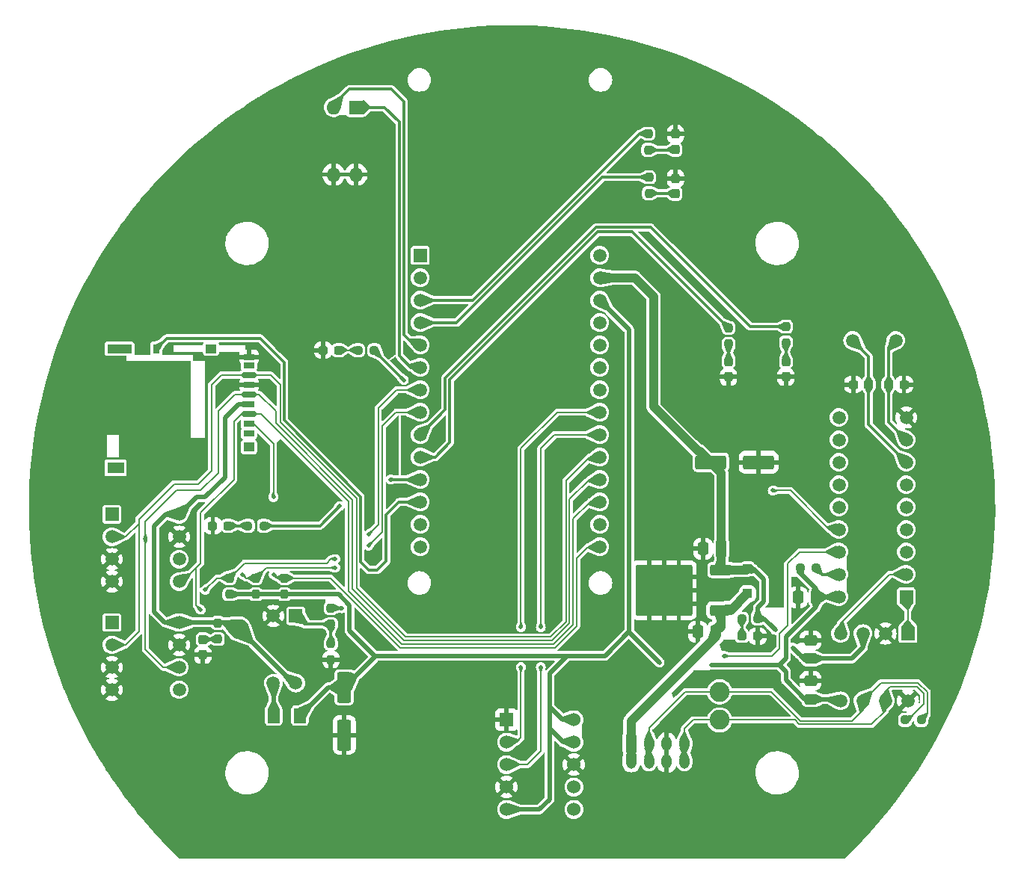
<source format=gbr>
%TF.GenerationSoftware,KiCad,Pcbnew,7.0.1-0*%
%TF.CreationDate,2023-05-22T14:01:58+09:00*%
%TF.ProjectId,MissionModule,4d697373-696f-46e4-9d6f-64756c652e6b,rev?*%
%TF.SameCoordinates,Original*%
%TF.FileFunction,Copper,L1,Top*%
%TF.FilePolarity,Positive*%
%FSLAX46Y46*%
G04 Gerber Fmt 4.6, Leading zero omitted, Abs format (unit mm)*
G04 Created by KiCad (PCBNEW 7.0.1-0) date 2023-05-22 14:01:58*
%MOMM*%
%LPD*%
G01*
G04 APERTURE LIST*
G04 Aperture macros list*
%AMRoundRect*
0 Rectangle with rounded corners*
0 $1 Rounding radius*
0 $2 $3 $4 $5 $6 $7 $8 $9 X,Y pos of 4 corners*
0 Add a 4 corners polygon primitive as box body*
4,1,4,$2,$3,$4,$5,$6,$7,$8,$9,$2,$3,0*
0 Add four circle primitives for the rounded corners*
1,1,$1+$1,$2,$3*
1,1,$1+$1,$4,$5*
1,1,$1+$1,$6,$7*
1,1,$1+$1,$8,$9*
0 Add four rect primitives between the rounded corners*
20,1,$1+$1,$2,$3,$4,$5,0*
20,1,$1+$1,$4,$5,$6,$7,0*
20,1,$1+$1,$6,$7,$8,$9,0*
20,1,$1+$1,$8,$9,$2,$3,0*%
G04 Aperture macros list end*
%TA.AperFunction,SMDPad,CuDef*%
%ADD10RoundRect,0.250001X0.462499X0.624999X-0.462499X0.624999X-0.462499X-0.624999X0.462499X-0.624999X0*%
%TD*%
%TA.AperFunction,SMDPad,CuDef*%
%ADD11RoundRect,0.237500X0.250000X0.237500X-0.250000X0.237500X-0.250000X-0.237500X0.250000X-0.237500X0*%
%TD*%
%TA.AperFunction,ComponentPad*%
%ADD12C,2.250000*%
%TD*%
%TA.AperFunction,SMDPad,CuDef*%
%ADD13RoundRect,0.237500X-0.237500X0.250000X-0.237500X-0.250000X0.237500X-0.250000X0.237500X0.250000X0*%
%TD*%
%TA.AperFunction,SMDPad,CuDef*%
%ADD14RoundRect,0.237500X-0.300000X-0.237500X0.300000X-0.237500X0.300000X0.237500X-0.300000X0.237500X0*%
%TD*%
%TA.AperFunction,SMDPad,CuDef*%
%ADD15RoundRect,0.250000X0.475000X-0.337500X0.475000X0.337500X-0.475000X0.337500X-0.475000X-0.337500X0*%
%TD*%
%TA.AperFunction,SMDPad,CuDef*%
%ADD16RoundRect,0.237500X0.237500X-0.250000X0.237500X0.250000X-0.237500X0.250000X-0.237500X-0.250000X0*%
%TD*%
%TA.AperFunction,SMDPad,CuDef*%
%ADD17RoundRect,0.237500X-0.250000X-0.237500X0.250000X-0.237500X0.250000X0.237500X-0.250000X0.237500X0*%
%TD*%
%TA.AperFunction,SMDPad,CuDef*%
%ADD18RoundRect,0.237500X-0.237500X0.287500X-0.237500X-0.287500X0.237500X-0.287500X0.237500X0.287500X0*%
%TD*%
%TA.AperFunction,ComponentPad*%
%ADD19R,1.500000X1.500000*%
%TD*%
%TA.AperFunction,ComponentPad*%
%ADD20C,1.500000*%
%TD*%
%TA.AperFunction,SMDPad,CuDef*%
%ADD21RoundRect,0.237500X0.237500X-0.287500X0.237500X0.287500X-0.237500X0.287500X-0.237500X-0.287500X0*%
%TD*%
%TA.AperFunction,SMDPad,CuDef*%
%ADD22RoundRect,0.250000X-1.500000X-0.550000X1.500000X-0.550000X1.500000X0.550000X-1.500000X0.550000X0*%
%TD*%
%TA.AperFunction,ComponentPad*%
%ADD23R,1.530000X1.530000*%
%TD*%
%TA.AperFunction,ComponentPad*%
%ADD24C,1.530000*%
%TD*%
%TA.AperFunction,SMDPad,CuDef*%
%ADD25RoundRect,0.237500X0.287500X0.237500X-0.287500X0.237500X-0.287500X-0.237500X0.287500X-0.237500X0*%
%TD*%
%TA.AperFunction,ComponentPad*%
%ADD26R,1.600000X1.600000*%
%TD*%
%TA.AperFunction,ComponentPad*%
%ADD27O,1.600000X1.600000*%
%TD*%
%TA.AperFunction,ComponentPad*%
%ADD28R,1.508000X1.508000*%
%TD*%
%TA.AperFunction,ComponentPad*%
%ADD29C,1.508000*%
%TD*%
%TA.AperFunction,SMDPad,CuDef*%
%ADD30RoundRect,0.250000X0.850000X0.350000X-0.850000X0.350000X-0.850000X-0.350000X0.850000X-0.350000X0*%
%TD*%
%TA.AperFunction,SMDPad,CuDef*%
%ADD31RoundRect,0.250000X1.275000X1.125000X-1.275000X1.125000X-1.275000X-1.125000X1.275000X-1.125000X0*%
%TD*%
%TA.AperFunction,SMDPad,CuDef*%
%ADD32RoundRect,0.249997X2.950003X2.650003X-2.950003X2.650003X-2.950003X-2.650003X2.950003X-2.650003X0*%
%TD*%
%TA.AperFunction,SMDPad,CuDef*%
%ADD33RoundRect,0.250000X0.337500X0.475000X-0.337500X0.475000X-0.337500X-0.475000X0.337500X-0.475000X0*%
%TD*%
%TA.AperFunction,SMDPad,CuDef*%
%ADD34RoundRect,0.237500X-0.287500X-0.237500X0.287500X-0.237500X0.287500X0.237500X-0.287500X0.237500X0*%
%TD*%
%TA.AperFunction,SMDPad,CuDef*%
%ADD35RoundRect,0.250000X-0.550000X1.500000X-0.550000X-1.500000X0.550000X-1.500000X0.550000X1.500000X0*%
%TD*%
%TA.AperFunction,SMDPad,CuDef*%
%ADD36RoundRect,0.250000X0.300000X-0.300000X0.300000X0.300000X-0.300000X0.300000X-0.300000X-0.300000X0*%
%TD*%
%TA.AperFunction,SMDPad,CuDef*%
%ADD37RoundRect,0.237500X0.300000X0.237500X-0.300000X0.237500X-0.300000X-0.237500X0.300000X-0.237500X0*%
%TD*%
%TA.AperFunction,SMDPad,CuDef*%
%ADD38R,1.200000X0.700000*%
%TD*%
%TA.AperFunction,SMDPad,CuDef*%
%ADD39R,0.800000X1.000000*%
%TD*%
%TA.AperFunction,SMDPad,CuDef*%
%ADD40R,1.200000X1.000000*%
%TD*%
%TA.AperFunction,SMDPad,CuDef*%
%ADD41R,2.800000X1.000000*%
%TD*%
%TA.AperFunction,SMDPad,CuDef*%
%ADD42R,1.900000X1.300000*%
%TD*%
%TA.AperFunction,ComponentPad*%
%ADD43RoundRect,0.250000X-0.350000X-0.560000X0.350000X-0.560000X0.350000X0.560000X-0.350000X0.560000X0*%
%TD*%
%TA.AperFunction,ComponentPad*%
%ADD44O,1.200000X1.650000*%
%TD*%
%TA.AperFunction,ViaPad*%
%ADD45C,0.510000*%
%TD*%
%TA.AperFunction,Conductor*%
%ADD46C,0.200000*%
%TD*%
%TA.AperFunction,Conductor*%
%ADD47C,0.500000*%
%TD*%
%TA.AperFunction,Conductor*%
%ADD48C,1.000000*%
%TD*%
%TA.AperFunction,Conductor*%
%ADD49C,0.300000*%
%TD*%
%TA.AperFunction,Conductor*%
%ADD50C,0.250000*%
%TD*%
G04 APERTURE END LIST*
D10*
%TO.P,F1,1*%
%TO.N,+3.3V*%
X124487500Y-128500000D03*
%TO.P,F1,2*%
%TO.N,Net-(F1-Pad2)*%
X121512500Y-128500000D03*
%TD*%
D11*
%TO.P,R11,1*%
%TO.N,RECORD_STATUS*%
X120412500Y-107000000D03*
%TO.P,R11,2*%
%TO.N,Net-(D7-A)*%
X118587500Y-107000000D03*
%TD*%
D12*
%TO.P,TP1,1,1*%
%TO.N,CAN_H*%
X172000000Y-128999432D03*
%TD*%
D13*
%TO.P,R7,1*%
%TO.N,LORA_SEND_STATUS*%
X163912500Y-62575000D03*
%TO.P,R7,2*%
%TO.N,Net-(D6-A)*%
X163912500Y-64400000D03*
%TD*%
D14*
%TO.P,C6,1*%
%TO.N,GND*%
X187137500Y-91000000D03*
%TO.P,C6,2*%
%TO.N,OSC2*%
X188862500Y-91000000D03*
%TD*%
D15*
%TO.P,C2,1*%
%TO.N,+5V*%
X182300000Y-122037500D03*
%TO.P,C2,2*%
%TO.N,GND*%
X182300000Y-119962500D03*
%TD*%
D16*
%TO.P,R12,1*%
%TO.N,+3.3V*%
X122750000Y-114750000D03*
%TO.P,R12,2*%
%TO.N,SPI_CS_SD*%
X122750000Y-112925000D03*
%TD*%
D17*
%TO.P,R3,1*%
%TO.N,+3.3V*%
X181095000Y-111790000D03*
%TO.P,R3,2*%
%TO.N,Net-(U2-~RESET)*%
X182920000Y-111790000D03*
%TD*%
D18*
%TO.P,D5,1,K*%
%TO.N,GND*%
X167000000Y-67625000D03*
%TO.P,D5,2,A*%
%TO.N,Net-(D5-A)*%
X167000000Y-69375000D03*
%TD*%
D12*
%TO.P,TP3,1,1*%
%TO.N,MEMORY_POWER*%
X117600000Y-118699432D03*
%TD*%
D19*
%TO.P,U8,1,~{CS}*%
%TO.N,SPI_CS_FRAM0*%
X103200000Y-105700000D03*
D20*
%TO.P,U8,2,SO*%
%TO.N,SPI_MISO*%
X103200000Y-108240000D03*
%TO.P,U8,3,~{WP}*%
%TO.N,GND*%
X103200000Y-110780000D03*
%TO.P,U8,4,GND*%
X103200000Y-113320000D03*
%TO.P,U8,5,SI*%
%TO.N,SPI_MOSI*%
X110820000Y-113320000D03*
%TO.P,U8,6,SCK*%
%TO.N,SPI_SCLK*%
X110820000Y-110780000D03*
%TO.P,U8,7,~{HOLD}*%
%TO.N,GND*%
X110820000Y-108240000D03*
%TO.P,U8,8,VDD*%
%TO.N,MEMORY_POWER*%
X110820000Y-105700000D03*
%TD*%
D12*
%TO.P,TP2,1,1*%
%TO.N,CAN_L*%
X172000000Y-125799432D03*
%TD*%
D21*
%TO.P,D3,1,K*%
%TO.N,GND*%
X179500000Y-90125000D03*
%TO.P,D3,2,A*%
%TO.N,Net-(D3-A)*%
X179500000Y-88375000D03*
%TD*%
D19*
%TO.P,U5,1*%
%TO.N,Net-(R10-Pad2)*%
X124025000Y-117200000D03*
D20*
%TO.P,U5,2*%
%TO.N,GND*%
X121485000Y-117200000D03*
%TO.P,U5,3*%
%TO.N,Net-(F1-Pad2)*%
X121485000Y-124820000D03*
%TO.P,U5,4*%
%TO.N,MEMORY_POWER*%
X124025000Y-124820000D03*
%TD*%
D11*
%TO.P,R15,1*%
%TO.N,SD_STATUS*%
X132900000Y-87099432D03*
%TO.P,R15,2*%
%TO.N,Net-(D8-A)*%
X131075000Y-87099432D03*
%TD*%
D22*
%TO.P,C8,1*%
%TO.N,+5V*%
X171000000Y-99799432D03*
%TO.P,C8,2*%
%TO.N,GND*%
X176400000Y-99799432D03*
%TD*%
D13*
%TO.P,R6,1*%
%TO.N,LORA_RECEIVE_STATUS*%
X164000000Y-67500000D03*
%TO.P,R6,2*%
%TO.N,Net-(D5-A)*%
X164000000Y-69325000D03*
%TD*%
%TO.P,R8,1*%
%TO.N,Net-(R10-Pad2)*%
X128000000Y-120337500D03*
%TO.P,R8,2*%
%TO.N,GND*%
X128000000Y-122162500D03*
%TD*%
%TO.P,R4,1*%
%TO.N,CAN_RECEIVE_STATUS*%
X179500000Y-84425000D03*
%TO.P,R4,2*%
%TO.N,Net-(D3-A)*%
X179500000Y-86250000D03*
%TD*%
D18*
%TO.P,D6,1,K*%
%TO.N,GND*%
X167000000Y-62612500D03*
%TO.P,D6,2,A*%
%TO.N,Net-(D6-A)*%
X167000000Y-64362500D03*
%TD*%
D16*
%TO.P,R13,1*%
%TO.N,+3.3V*%
X119500000Y-114750000D03*
%TO.P,R13,2*%
%TO.N,SPI_CS_FRAM0*%
X119500000Y-112925000D03*
%TD*%
D21*
%TO.P,D4,1,K*%
%TO.N,GND*%
X173000000Y-90125000D03*
%TO.P,D4,2,A*%
%TO.N,Net-(D4-A)*%
X173000000Y-88375000D03*
%TD*%
D20*
%TO.P,Y1,1,1*%
%TO.N,OSC2*%
X187050000Y-86000000D03*
%TO.P,Y1,2,2*%
%TO.N,OSC1*%
X191930000Y-86000000D03*
%TD*%
D23*
%TO.P,U4,1,GND*%
%TO.N,GND*%
X147880000Y-128972500D03*
D24*
%TO.P,U4,2,SCK/SCLK*%
%TO.N,I2C_SCL*%
X147880000Y-131512500D03*
%TO.P,U4,3,SDA/SDI/SDIO*%
%TO.N,I2C_SDA*%
X147880000Y-134052500D03*
%TO.P,U4,4,SDO/ALT_ADDRESS*%
%TO.N,GND*%
X147880000Y-136592500D03*
%TO.P,U4,5,~CS*%
%TO.N,+3.3V*%
X147880000Y-139132500D03*
%TO.P,U4,6,INT2*%
%TO.N,unconnected-(U4-INT2-Pad6)*%
X155500000Y-139132500D03*
%TO.P,U4,7,INT1*%
%TO.N,unconnected-(U4-INT1-Pad7)*%
X155500000Y-136592500D03*
%TO.P,U4,8,GND*%
%TO.N,GND*%
X155500000Y-134052500D03*
%TO.P,U4,9,VS*%
%TO.N,+3.3V*%
X155500000Y-131512500D03*
%TO.P,U4,10,VDDI/O*%
X155500000Y-128972500D03*
%TD*%
D16*
%TO.P,R14,1*%
%TO.N,+3.3V*%
X116500000Y-114750000D03*
%TO.P,R14,2*%
%TO.N,SPI_CS_FRAM1*%
X116500000Y-112925000D03*
%TD*%
D25*
%TO.P,D1,1,K*%
%TO.N,GND*%
X176287500Y-119500000D03*
%TO.P,D1,2,A*%
%TO.N,Net-(D1-A)*%
X174537500Y-119500000D03*
%TD*%
D19*
%TO.P,U1,1,TXD*%
%TO.N,CAN_TX*%
X193300000Y-119200000D03*
D20*
%TO.P,U1,2,VSS*%
%TO.N,GND*%
X190760000Y-119200000D03*
%TO.P,U1,3,VDD*%
%TO.N,+5V*%
X188220000Y-119200000D03*
%TO.P,U1,4,RXD*%
%TO.N,CAN_RX*%
X185680000Y-119200000D03*
%TO.P,U1,5,Vio*%
%TO.N,+3.3V*%
X185680000Y-126820000D03*
%TO.P,U1,6,CANL*%
%TO.N,CAN_L*%
X188220000Y-126820000D03*
%TO.P,U1,7,CANH*%
%TO.N,CAN_H*%
X190760000Y-126820000D03*
%TO.P,U1,8,STBY*%
%TO.N,GND*%
X193300000Y-126820000D03*
%TD*%
D26*
%TO.P,SW1,1*%
%TO.N,DEBUG_MODE*%
X130850000Y-59574432D03*
D27*
%TO.P,SW1,2*%
%TO.N,DUMP_MODE*%
X128310000Y-59574432D03*
%TO.P,SW1,3*%
%TO.N,GND*%
X128310000Y-67194432D03*
%TO.P,SW1,4*%
X130850000Y-67194432D03*
%TD*%
D28*
%TO.P,U6,1,PA03_VREFA/AREF*%
%TO.N,unconnected-(U6-PA03_VREFA{slash}AREF-Pad1)*%
X138102500Y-76359800D03*
D29*
%TO.P,U6,2,PA02_AIN0/DAC0/A0*%
%TO.N,unconnected-(U6-PA02_AIN0{slash}DAC0{slash}A0-Pad2)*%
X138102500Y-78899800D03*
%TO.P,U6,3,PB02_AIN10/A1*%
%TO.N,LORA_SEND_STATUS*%
X138102500Y-81439800D03*
%TO.P,U6,4,PB03_AIN11/A2*%
%TO.N,LORA_RECEIVE_STATUS*%
X138102500Y-83979800D03*
%TO.P,U6,5,PA04_AIN4/A3*%
%TO.N,DUMP_MODE*%
X138102500Y-86519800D03*
%TO.P,U6,6,PA05_AIN5/A4*%
%TO.N,DEBUG_MODE*%
X138102500Y-89059800D03*
%TO.P,U6,7,PA06_AIN6/A5*%
%TO.N,SPI_CS_FRAM1*%
X138102500Y-91599800D03*
%TO.P,U6,8,PA07_AIN7/A6*%
%TO.N,SPI_CS_FRAM0*%
X138102500Y-94139800D03*
%TO.P,U6,9,PA22_TC4-W0/0*%
%TO.N,CAN_RECEIVE_STATUS*%
X138102500Y-96679800D03*
%TO.P,U6,10,PA23_TC4-W1/1*%
%TO.N,CAN_SEND_STATUS*%
X138102500Y-99219800D03*
%TO.P,U6,11,PA10_TCC0-W2/~2*%
%TO.N,RECORD_STATUS*%
X138102500Y-101759800D03*
%TO.P,U6,12,PA11_TCC0-W3/~3*%
%TO.N,SD_CHECK*%
X138102500Y-104299800D03*
%TO.P,U6,13,PB10_TCC0-W4/~4*%
%TO.N,SD_STATUS*%
X138102500Y-106839800D03*
%TO.P,U6,14,PB11_TCC0-W5/~5*%
%TO.N,MEMORY_POWER_CONTROL*%
X138102500Y-109379800D03*
%TO.P,U6,15,PA20_TCC0-W6*%
%TO.N,SPI_CS_SD*%
X158422500Y-109379800D03*
%TO.P,U6,16,PA21_TCC0-W7*%
%TO.N,SPI_CS_MCP*%
X158422500Y-106839800D03*
%TO.P,U6,17,PA16_S1_MOSI*%
%TO.N,SPI_MOSI*%
X158422500Y-104299800D03*
%TO.P,U6,18,PA17_S1_SCK*%
%TO.N,SPI_SCLK*%
X158422500Y-101759800D03*
%TO.P,U6,19,PA19_S1_MISO*%
%TO.N,SPI_MISO*%
X158422500Y-99219800D03*
%TO.P,U6,20,PA08_S0_I2C_SDA*%
%TO.N,I2C_SDA*%
X158422500Y-96679800D03*
%TO.P,U6,21,PA09_S0_I2C_SCL*%
%TO.N,I2C_SCL*%
X158422500Y-94139800D03*
%TO.P,U6,22,PB23_S5_RX*%
%TO.N,unconnected-(U6-PB23_S5_RX-Pad22)*%
X158422500Y-91599800D03*
%TO.P,U6,23,PB22_S5_TX*%
%TO.N,unconnected-(U6-PB22_S5_TX-Pad23)*%
X158422500Y-89059800D03*
%TO.P,U6,24,RESET*%
%TO.N,unconnected-(U6-RESET-Pad24)*%
X158422500Y-86519800D03*
%TO.P,U6,25,GND*%
%TO.N,unconnected-(U6-GND-Pad25)*%
X158422500Y-83979800D03*
%TO.P,U6,26,+3V3*%
%TO.N,+3.3V*%
X158422500Y-81439800D03*
%TO.P,U6,27,VIN*%
%TO.N,+5V*%
X158422500Y-78899800D03*
%TO.P,U6,28,+5V*%
%TO.N,unconnected-(U6-+5V-Pad28)*%
X158422500Y-76359800D03*
%TD*%
D30*
%TO.P,U3,1,IN*%
%TO.N,+12V*%
X172000000Y-116579432D03*
D31*
%TO.P,U3,2,GND*%
%TO.N,GND*%
X167375000Y-115824432D03*
X167375000Y-112774432D03*
D32*
X165700000Y-114299432D03*
D31*
X164025000Y-115824432D03*
X164025000Y-112774432D03*
D30*
%TO.P,U3,3,OUT*%
%TO.N,+5V*%
X172000000Y-112019432D03*
%TD*%
D33*
%TO.P,C7,1*%
%TO.N,+5V*%
X172187500Y-109599432D03*
%TO.P,C7,2*%
%TO.N,GND*%
X170112500Y-109599432D03*
%TD*%
%TO.P,C3,1*%
%TO.N,+12V*%
X171587500Y-118999432D03*
%TO.P,C3,2*%
%TO.N,GND*%
X169512500Y-118999432D03*
%TD*%
D34*
%TO.P,D7,1,K*%
%TO.N,GND*%
X114625000Y-107000000D03*
%TO.P,D7,2,A*%
%TO.N,Net-(D7-A)*%
X116375000Y-107000000D03*
%TD*%
D35*
%TO.P,C9,1*%
%TO.N,+3.3V*%
X129500000Y-125300000D03*
%TO.P,C9,2*%
%TO.N,GND*%
X129500000Y-130700000D03*
%TD*%
D19*
%TO.P,U7,1,~{CS}*%
%TO.N,SPI_CS_FRAM1*%
X103200000Y-117950000D03*
D20*
%TO.P,U7,2,SO*%
%TO.N,SPI_MISO*%
X103200000Y-120490000D03*
%TO.P,U7,3,~{WP}*%
%TO.N,GND*%
X103200000Y-123030000D03*
%TO.P,U7,4,GND*%
X103200000Y-125570000D03*
%TO.P,U7,5,SI*%
%TO.N,SPI_MOSI*%
X110820000Y-125570000D03*
%TO.P,U7,6,SCK*%
%TO.N,SPI_SCLK*%
X110820000Y-123030000D03*
%TO.P,U7,7,~{HOLD}*%
%TO.N,GND*%
X110820000Y-120490000D03*
%TO.P,U7,8,VDD*%
%TO.N,MEMORY_POWER*%
X110820000Y-117950000D03*
%TD*%
D36*
%TO.P,D2,1,K*%
%TO.N,+12V*%
X175160306Y-114680000D03*
%TO.P,D2,2,A*%
%TO.N,+5V*%
X175160306Y-111880000D03*
%TD*%
D11*
%TO.P,R2,1*%
%TO.N,+5V*%
X176325000Y-117500000D03*
%TO.P,R2,2*%
%TO.N,Net-(D1-A)*%
X174500000Y-117500000D03*
%TD*%
D15*
%TO.P,C4,1*%
%TO.N,+3.3V*%
X182300000Y-126637500D03*
%TO.P,C4,2*%
%TO.N,GND*%
X182300000Y-124562500D03*
%TD*%
D17*
%TO.P,R1,1*%
%TO.N,CAN_H*%
X192987500Y-129000000D03*
%TO.P,R1,2*%
%TO.N,CAN_L*%
X194812500Y-129000000D03*
%TD*%
D37*
%TO.P,C1,1*%
%TO.N,GND*%
X192862500Y-91000000D03*
%TO.P,C1,2*%
%TO.N,OSC1*%
X191137500Y-91000000D03*
%TD*%
D34*
%TO.P,D8,1,K*%
%TO.N,GND*%
X127112500Y-87099432D03*
%TO.P,D8,2,A*%
%TO.N,Net-(D8-A)*%
X128862500Y-87099432D03*
%TD*%
D21*
%TO.P,D9,1,K*%
%TO.N,GND*%
X113500000Y-121625000D03*
%TO.P,D9,2,A*%
%TO.N,Net-(D9-A)*%
X113500000Y-119875000D03*
%TD*%
D13*
%TO.P,R10,1*%
%TO.N,MEMORY_POWER_CONTROL*%
X128000000Y-116337500D03*
%TO.P,R10,2*%
%TO.N,Net-(R10-Pad2)*%
X128000000Y-118162500D03*
%TD*%
D38*
%TO.P,J2,1,DAT2*%
%TO.N,unconnected-(J2-DAT2-Pad1)*%
X118725000Y-96525000D03*
%TO.P,J2,2,DAT3/CD*%
%TO.N,SPI_CS_SD*%
X118725000Y-95425000D03*
%TO.P,J2,3,CMD*%
%TO.N,SPI_MOSI*%
X118725000Y-94325000D03*
%TO.P,J2,4,VDD*%
%TO.N,MEMORY_POWER*%
X118725000Y-93225000D03*
%TO.P,J2,5,CLK*%
%TO.N,SPI_SCLK*%
X118725000Y-92125000D03*
%TO.P,J2,6,VSS*%
%TO.N,GND*%
X118725000Y-91025000D03*
%TO.P,J2,7,DAT0*%
%TO.N,SPI_MISO*%
X118725000Y-89925000D03*
%TO.P,J2,8,DAT1*%
%TO.N,unconnected-(J2-DAT1-Pad8)*%
X118725000Y-88825000D03*
%TO.P,J2,9,DET_B*%
%TO.N,GND*%
X118725000Y-87875000D03*
D39*
%TO.P,J2,10,DET_A*%
%TO.N,SD_CHECK*%
X108225000Y-86925000D03*
D40*
%TO.P,J2,11,SHIELD*%
%TO.N,unconnected-(J2-SHIELD-Pad11)*%
X114425000Y-86925000D03*
D41*
X104075000Y-86925000D03*
D40*
X118725000Y-98075000D03*
D42*
X103625000Y-100425000D03*
%TD*%
D33*
%TO.P,C5,1*%
%TO.N,+3.3V*%
X182920000Y-115100000D03*
%TO.P,C5,2*%
%TO.N,GND*%
X180845000Y-115100000D03*
%TD*%
D19*
%TO.P,U2,1,TXCAN*%
%TO.N,CAN_TX*%
X193120000Y-115040000D03*
D20*
%TO.P,U2,2,RXCAN*%
%TO.N,CAN_RX*%
X193120000Y-112500000D03*
%TO.P,U2,3,CLKOUT/SOF*%
%TO.N,unconnected-(U2-CLKOUT{slash}SOF-Pad3)*%
X193120000Y-109960000D03*
%TO.P,U2,4,~TX0RTS*%
%TO.N,unconnected-(U2-~TX0RTS-Pad4)*%
X193120000Y-107420000D03*
%TO.P,U2,5,~TX1RTS*%
%TO.N,unconnected-(U2-~TX1RTS-Pad5)*%
X193120000Y-104880000D03*
%TO.P,U2,6,~TX2RTS*%
%TO.N,unconnected-(U2-~TX2RTS-Pad6)*%
X193120000Y-102340000D03*
%TO.P,U2,7,OSC2*%
%TO.N,OSC2*%
X193120000Y-99800000D03*
%TO.P,U2,8,OSC1*%
%TO.N,OSC1*%
X193120000Y-97260000D03*
%TO.P,U2,9,VSS*%
%TO.N,GND*%
X193120000Y-94720000D03*
%TO.P,U2,10,~RX1BF*%
%TO.N,unconnected-(U2-~RX1BF-Pad10)*%
X185500000Y-94720000D03*
%TO.P,U2,11,~RX0BF*%
%TO.N,unconnected-(U2-~RX0BF-Pad11)*%
X185500000Y-97260000D03*
%TO.P,U2,12,~INT*%
%TO.N,unconnected-(U2-~INT-Pad12)*%
X185500000Y-99800000D03*
%TO.P,U2,13,SCK*%
%TO.N,SPI_SCLK*%
X185500000Y-102340000D03*
%TO.P,U2,14,SI*%
%TO.N,SPI_MOSI*%
X185500000Y-104880000D03*
%TO.P,U2,15,SO*%
%TO.N,SPI_MISO*%
X185500000Y-107420000D03*
%TO.P,U2,16,~CS*%
%TO.N,SPI_CS_MCP*%
X185500000Y-109960000D03*
%TO.P,U2,17,~RESET*%
%TO.N,Net-(U2-~RESET)*%
X185500000Y-112500000D03*
%TO.P,U2,18,VDD*%
%TO.N,+3.3V*%
X185500000Y-115040000D03*
%TD*%
D13*
%TO.P,R5,1*%
%TO.N,CAN_SEND_STATUS*%
X173000000Y-84587500D03*
%TO.P,R5,2*%
%TO.N,Net-(D4-A)*%
X173000000Y-86412500D03*
%TD*%
%TO.P,R9,1*%
%TO.N,MEMORY_POWER*%
X115200000Y-118000000D03*
%TO.P,R9,2*%
%TO.N,Net-(D9-A)*%
X115200000Y-119825000D03*
%TD*%
D43*
%TO.P,J1,1,Pin_1*%
%TO.N,+12V*%
X162000000Y-131690000D03*
D44*
%TO.P,J1,2,Pin_2*%
X162000000Y-133690000D03*
%TO.P,J1,3,Pin_3*%
%TO.N,CAN_L*%
X164000000Y-131690000D03*
%TO.P,J1,4,Pin_4*%
X164000000Y-133690000D03*
%TO.P,J1,5,Pin_5*%
%TO.N,GND*%
X166000000Y-131690000D03*
%TO.P,J1,6,Pin_6*%
X166000000Y-133690000D03*
%TO.P,J1,7,Pin_7*%
%TO.N,CAN_H*%
X168000000Y-131690000D03*
%TO.P,J1,8,Pin_8*%
X168000000Y-133690000D03*
%TD*%
D45*
%TO.N,GND*%
X164300000Y-124200000D03*
X170300000Y-56600000D03*
X172900000Y-83200000D03*
X109100000Y-111800000D03*
X126300000Y-119400000D03*
X102900000Y-132000000D03*
X111100000Y-89000000D03*
X140100000Y-87000000D03*
X160100000Y-105600000D03*
X143300000Y-79600000D03*
X160500000Y-118600000D03*
X155900000Y-78600000D03*
X132300000Y-106400000D03*
X169700000Y-102099432D03*
X147900000Y-109200000D03*
X129500000Y-96800000D03*
X132300000Y-103000000D03*
X141100000Y-60200000D03*
X134700000Y-100200000D03*
X165900000Y-80299432D03*
X104700000Y-115600000D03*
X173650000Y-97699432D03*
X121100000Y-91600000D03*
X124300000Y-126600000D03*
X163100000Y-100499432D03*
X110700000Y-67400000D03*
X184300000Y-106000000D03*
X163400000Y-105699432D03*
X161700000Y-121000000D03*
X111900000Y-124200000D03*
X131500000Y-127400000D03*
X193500000Y-89600000D03*
X155500000Y-123000000D03*
X148100000Y-123200000D03*
X140900000Y-128800000D03*
X159900000Y-108400000D03*
X150500000Y-123600000D03*
X153100000Y-117800000D03*
X115400000Y-115799432D03*
X137100000Y-118200000D03*
X160100000Y-80400000D03*
X160100000Y-85200000D03*
X96900000Y-118800000D03*
X143100000Y-91000000D03*
X109100000Y-109000000D03*
X150700000Y-130200000D03*
X114300000Y-111400000D03*
X186100000Y-67400000D03*
X187500000Y-114200000D03*
X182000000Y-103499432D03*
X167300000Y-73800000D03*
X180500000Y-113299432D03*
X160100000Y-75000000D03*
X121300000Y-88800000D03*
X115700000Y-88600000D03*
X133300000Y-113800000D03*
X135100000Y-95800000D03*
X135700000Y-107800000D03*
X194900000Y-117400000D03*
X165500000Y-63000000D03*
X156300000Y-92400000D03*
X168700000Y-79000000D03*
X185700000Y-78600000D03*
X151500000Y-71000000D03*
X195100000Y-106000000D03*
X128700000Y-109400000D03*
X128900000Y-106400000D03*
X109500000Y-116800000D03*
X201900000Y-104400000D03*
X151500000Y-134400000D03*
X200300000Y-118800000D03*
X165300000Y-95999432D03*
X150700000Y-117800000D03*
X140700000Y-136400000D03*
X99100000Y-84800000D03*
X106700000Y-85200000D03*
X113100000Y-97800000D03*
X197500000Y-84600000D03*
X177700000Y-120400000D03*
X184300000Y-108499432D03*
X155500000Y-120400000D03*
X176200000Y-105099432D03*
X141800000Y-82799432D03*
X128100000Y-103800000D03*
X162500000Y-68800000D03*
X153100000Y-109800000D03*
X130700000Y-101400000D03*
X163900000Y-74200000D03*
X191900000Y-128000000D03*
X123900000Y-113800000D03*
X154000000Y-60000000D03*
X129100000Y-119200000D03*
X154500000Y-127200000D03*
X167000000Y-125849432D03*
X133900000Y-123200000D03*
X143300000Y-106800000D03*
X171300000Y-131999432D03*
X120300000Y-104000000D03*
X127300000Y-71800000D03*
X160900000Y-66200000D03*
X139700000Y-92800000D03*
X168550000Y-108449432D03*
X127300000Y-113800000D03*
X180700000Y-119800000D03*
X162900000Y-85800000D03*
X153100000Y-102400000D03*
X127700000Y-127400000D03*
X111300000Y-143000000D03*
X162300000Y-138600000D03*
X173300000Y-124000000D03*
X194100000Y-132800000D03*
X156500000Y-98000000D03*
X181900000Y-93400000D03*
X133500000Y-120400000D03*
X172900000Y-120600000D03*
X122900000Y-85000000D03*
X167900000Y-128400000D03*
X105300000Y-105400000D03*
X178700000Y-115899432D03*
X117100000Y-103200000D03*
X163300000Y-114600000D03*
X180500000Y-122800000D03*
X107900000Y-118400000D03*
X141900000Y-70600000D03*
X122500000Y-105400000D03*
X120500000Y-109600000D03*
X124700000Y-56800000D03*
X178200000Y-124099432D03*
X120300000Y-98000000D03*
X167500000Y-120600000D03*
X186700000Y-89200000D03*
X131500000Y-118000000D03*
X184500000Y-117000000D03*
X140100000Y-100800000D03*
X170900000Y-87600000D03*
X129500000Y-137200000D03*
X131100000Y-121800000D03*
X122700000Y-109200000D03*
X156900000Y-95400000D03*
X132900000Y-110600000D03*
X150700000Y-107800000D03*
X156900000Y-71800000D03*
X128300000Y-91800000D03*
X126200000Y-116199432D03*
X191100000Y-106200000D03*
X159300000Y-126600000D03*
X176100000Y-82800000D03*
X180200000Y-104099432D03*
X117900000Y-120600000D03*
X171500000Y-113999432D03*
X132700000Y-143600000D03*
X152100000Y-87800000D03*
X180500000Y-117199432D03*
X191300000Y-114200000D03*
X148100000Y-99000000D03*
X122500000Y-98200000D03*
X176700000Y-109649432D03*
X134500000Y-87200000D03*
X115700000Y-92000000D03*
X157100000Y-111200000D03*
X163300000Y-143600000D03*
X123900000Y-94200000D03*
X147300000Y-81400000D03*
X134700000Y-90600000D03*
X178400000Y-101999432D03*
X109100000Y-114200000D03*
X95100000Y-103200000D03*
X160100000Y-62600000D03*
X106100000Y-120800000D03*
X109300000Y-124400000D03*
X120500000Y-123200000D03*
X190100000Y-89600000D03*
X188300000Y-124800000D03*
X112100000Y-116800000D03*
X104900000Y-119000000D03*
X191300000Y-111200000D03*
X147700000Y-118200000D03*
X160100000Y-98200000D03*
X150700000Y-99000000D03*
X148300000Y-51200000D03*
X183300000Y-100800000D03*
X185300000Y-143200000D03*
X103900000Y-102800000D03*
X132300000Y-100600000D03*
X186500000Y-120800000D03*
X166300000Y-92800000D03*
X163350000Y-118249432D03*
X149300000Y-132800000D03*
%TO.N,+5V*%
X178300000Y-118800000D03*
X177800000Y-118300000D03*
X180900000Y-121400000D03*
X180300000Y-120800000D03*
%TO.N,+3.3V*%
X164200000Y-121500000D03*
X171100000Y-122750000D03*
X165200000Y-122500000D03*
X172500000Y-122750000D03*
%TO.N,SPI_CS_MCP*%
X172500000Y-121750497D03*
%TO.N,SPI_MOSI*%
X113250000Y-116500000D03*
%TO.N,SPI_SCLK*%
X107000000Y-108500000D03*
%TO.N,SPI_MISO*%
X178000000Y-103000000D03*
%TO.N,SPI_CS_SD*%
X121500000Y-112500000D03*
X121500000Y-103750000D03*
%TO.N,MEMORY_POWER_CONTROL*%
X129250000Y-116337500D03*
%TO.N,I2C_SCL*%
X149500000Y-123000000D03*
X149500000Y-118500000D03*
%TO.N,I2C_SDA*%
X151750000Y-123000000D03*
X151750000Y-118500000D03*
%TO.N,SPI_CS_FRAM1*%
X128500000Y-110750000D03*
X132250000Y-108000000D03*
X113762299Y-114262299D03*
%TO.N,SPI_CS_FRAM0*%
X132250000Y-109250000D03*
X128500000Y-111750000D03*
X118000000Y-112500000D03*
%TO.N,RECORD_STATUS*%
X129000000Y-104750000D03*
X134750000Y-101750000D03*
%TO.N,SD_STATUS*%
X136250000Y-90500000D03*
%TD*%
D46*
%TO.N,CAN_H*%
X181000000Y-129500000D02*
X180499432Y-128999432D01*
X189200000Y-129500000D02*
X181000000Y-129500000D01*
X169000568Y-128999432D02*
X168000000Y-130000000D01*
X191300000Y-125200000D02*
X194300000Y-125200000D01*
X195100000Y-127200000D02*
X193300000Y-129000000D01*
X190760000Y-126820000D02*
X190760000Y-127940000D01*
X195100000Y-126000000D02*
X195100000Y-127200000D01*
X168000000Y-131690000D02*
X168000000Y-133690000D01*
X190760000Y-125740000D02*
X191300000Y-125200000D01*
X190760000Y-126820000D02*
X190760000Y-125740000D01*
X180499432Y-128999432D02*
X169000568Y-128999432D01*
X190760000Y-127940000D02*
X189200000Y-129500000D01*
X168000000Y-130000000D02*
X168000000Y-131690000D01*
X194300000Y-125200000D02*
X195100000Y-126000000D01*
D47*
%TO.N,+5V*%
X177800000Y-118300000D02*
X178300000Y-118800000D01*
D48*
X164500000Y-81000000D02*
X162399800Y-78899800D01*
D47*
X186962500Y-122037500D02*
X188220000Y-120780000D01*
X177000000Y-115599432D02*
X177000000Y-113049432D01*
X177800000Y-118300000D02*
X177000000Y-117500000D01*
X181537500Y-122037500D02*
X182300000Y-122037500D01*
X188220000Y-120780000D02*
X188220000Y-119200000D01*
X175830568Y-111880000D02*
X175160306Y-111880000D01*
D48*
X172187500Y-100987500D02*
X172187500Y-109599432D01*
D47*
X176325000Y-117500000D02*
X176325000Y-116274432D01*
X177000000Y-117500000D02*
X176325000Y-117500000D01*
D48*
X172150000Y-112019432D02*
X175020874Y-112019432D01*
X162399800Y-78899800D02*
X158422500Y-78899800D01*
X164500000Y-93500000D02*
X164500000Y-81000000D01*
D47*
X180900000Y-121400000D02*
X180300000Y-120800000D01*
D48*
X169600000Y-98600000D02*
X164500000Y-93500000D01*
X169800000Y-98600000D02*
X172187500Y-100987500D01*
X172187500Y-111831932D02*
X172000000Y-112019432D01*
D47*
X177000000Y-113049432D02*
X175830568Y-111880000D01*
D48*
X172187500Y-109599432D02*
X172187500Y-111831932D01*
D47*
X176325000Y-116274432D02*
X177000000Y-115599432D01*
X180900000Y-121400000D02*
X181537500Y-122037500D01*
X182300000Y-122037500D02*
X186962500Y-122037500D01*
D48*
X175020874Y-112019432D02*
X175160306Y-111880000D01*
D46*
%TO.N,CAN_L*%
X177865118Y-125799432D02*
X181165686Y-129100000D01*
X188220000Y-126820000D02*
X190240000Y-124800000D01*
X168085457Y-125799432D02*
X177865118Y-125799432D01*
X167329889Y-126555000D02*
X168085457Y-125799432D01*
X194465686Y-124800000D02*
X195500000Y-125834315D01*
X164000000Y-133690000D02*
X164000000Y-131690000D01*
X187000000Y-129100000D02*
X188220000Y-127880000D01*
X181165686Y-129100000D02*
X187000000Y-129100000D01*
X190240000Y-124800000D02*
X194465686Y-124800000D01*
X188220000Y-127880000D02*
X188220000Y-126820000D01*
X164000000Y-129875000D02*
X167320000Y-126555000D01*
X195500000Y-128312500D02*
X194812500Y-129000000D01*
X167320000Y-126555000D02*
X167329889Y-126555000D01*
X164000000Y-131690000D02*
X164000000Y-129875000D01*
X195500000Y-125834315D02*
X195500000Y-128312500D01*
D47*
%TO.N,+3.3V*%
X152750000Y-127500000D02*
X152750000Y-123750000D01*
X152750000Y-123750000D02*
X154750000Y-121750000D01*
X155500000Y-131512500D02*
X154262500Y-131512500D01*
X182920000Y-114170000D02*
X182920000Y-115100000D01*
X152750000Y-138000000D02*
X152750000Y-130000000D01*
X178750000Y-122750000D02*
X179500000Y-123500000D01*
X128864582Y-114750000D02*
X116750000Y-114750000D01*
X179500000Y-119600000D02*
X179500000Y-122000000D01*
X171100000Y-122750000D02*
X172500000Y-122750000D01*
X154750000Y-121750000D02*
X159000000Y-121750000D01*
X179500000Y-123500000D02*
X179500000Y-124500000D01*
X161750000Y-84767300D02*
X158422500Y-81439800D01*
X127687500Y-125300000D02*
X124487500Y-128500000D01*
X181095000Y-112345000D02*
X182920000Y-114170000D01*
X182300000Y-126637500D02*
X185497500Y-126637500D01*
X179500000Y-124500000D02*
X181637500Y-126637500D01*
X185500000Y-115040000D02*
X182980000Y-115040000D01*
X181637500Y-126637500D02*
X182300000Y-126637500D01*
X130100000Y-118850000D02*
X130100000Y-115985418D01*
X159000000Y-121750000D02*
X161750000Y-119000000D01*
X152750000Y-130000000D02*
X152750000Y-127500000D01*
X182920000Y-115100000D02*
X182920000Y-116180000D01*
X133050000Y-121750000D02*
X154750000Y-121750000D01*
X172500000Y-122750000D02*
X178750000Y-122750000D01*
X130100000Y-115985418D02*
X128864582Y-114750000D01*
X165200000Y-122500000D02*
X161750000Y-119050000D01*
X129500000Y-125300000D02*
X127687500Y-125300000D01*
X151617500Y-139132500D02*
X152750000Y-138000000D01*
X179500000Y-122000000D02*
X178750000Y-122750000D01*
X133050000Y-121750000D02*
X133000000Y-121750000D01*
X181095000Y-111790000D02*
X181095000Y-112345000D01*
X182920000Y-116180000D02*
X179500000Y-119600000D01*
X154222500Y-128972500D02*
X152750000Y-127500000D01*
X155500000Y-128972500D02*
X154222500Y-128972500D01*
X133000000Y-121750000D02*
X130100000Y-118850000D01*
X133050000Y-121750000D02*
X129500000Y-125300000D01*
X154262500Y-131512500D02*
X152750000Y-130000000D01*
X147880000Y-139132500D02*
X151617500Y-139132500D01*
X161750000Y-119050000D02*
X161750000Y-119000000D01*
X161750000Y-119000000D02*
X161750000Y-84767300D01*
D46*
%TO.N,CAN_TX*%
X193300000Y-119200000D02*
X193300000Y-115220000D01*
%TO.N,CAN_RX*%
X191250000Y-112500000D02*
X193120000Y-112500000D01*
X185680000Y-118070000D02*
X191250000Y-112500000D01*
X185680000Y-119200000D02*
X185680000Y-118070000D01*
D49*
%TO.N,OSC1*%
X191137500Y-91000000D02*
X191137500Y-95277500D01*
X191137500Y-86792500D02*
X191137500Y-91000000D01*
X191137500Y-95277500D02*
X193120000Y-97260000D01*
X191930000Y-86000000D02*
X191137500Y-86792500D01*
%TO.N,OSC2*%
X187050000Y-86000000D02*
X188862500Y-87812500D01*
X188862500Y-87812500D02*
X188862500Y-91000000D01*
X188862500Y-95542500D02*
X193120000Y-99800000D01*
X188862500Y-91000000D02*
X188862500Y-95542500D01*
D46*
%TO.N,SPI_CS_MCP*%
X178800000Y-119199432D02*
X179700000Y-118299432D01*
X179700000Y-118299432D02*
X179700000Y-111299432D01*
X177949503Y-121750497D02*
X178800000Y-120900000D01*
X179700000Y-111299432D02*
X181039432Y-109960000D01*
X178800000Y-120900000D02*
X178800000Y-119199432D01*
X181039432Y-109960000D02*
X185500000Y-109960000D01*
X172500000Y-121750497D02*
X177949503Y-121750497D01*
%TO.N,SPI_MOSI*%
X117000000Y-101750000D02*
X113250000Y-105500000D01*
X118725000Y-94325000D02*
X117875000Y-94325000D01*
X155400000Y-118165686D02*
X153165685Y-120400000D01*
X157311350Y-104299800D02*
X155400000Y-106211150D01*
X155400000Y-106211150D02*
X155400000Y-118165686D01*
X112750000Y-111750000D02*
X112750000Y-116000000D01*
X117000000Y-95200000D02*
X117000000Y-101750000D01*
X130000000Y-104250000D02*
X120075000Y-94325000D01*
X113250000Y-105500000D02*
X113250000Y-111250000D01*
X158422500Y-104299800D02*
X157311350Y-104299800D01*
X117875000Y-94325000D02*
X117000000Y-95200000D01*
X153165685Y-120400000D02*
X136036396Y-120400000D01*
X112750000Y-116000000D02*
X113250000Y-116500000D01*
X112750000Y-111750000D02*
X111180000Y-113320000D01*
X120075000Y-94325000D02*
X118725000Y-94325000D01*
X136036396Y-120400000D02*
X130000000Y-114363604D01*
X113250000Y-111250000D02*
X112750000Y-111750000D01*
X130000000Y-114363604D02*
X130000000Y-104250000D01*
%TO.N,SPI_SCLK*%
X107000000Y-121000000D02*
X109030000Y-123030000D01*
X136272792Y-120000000D02*
X130450000Y-114177208D01*
X107000000Y-106500000D02*
X107000000Y-108500000D01*
X153000000Y-120000000D02*
X136272792Y-120000000D01*
X107000000Y-108500000D02*
X107000000Y-121000000D01*
X121750000Y-94000000D02*
X119875000Y-92125000D01*
X130450000Y-104063604D02*
X121750000Y-95363604D01*
X155000000Y-118000000D02*
X153000000Y-120000000D01*
X158422500Y-101759800D02*
X157240200Y-101759800D01*
X157240200Y-101759800D02*
X155000000Y-104000000D01*
X115250000Y-101000000D02*
X113250000Y-103000000D01*
X117125000Y-92125000D02*
X115250000Y-94000000D01*
X121750000Y-95363604D02*
X121750000Y-94000000D01*
X130450000Y-114177208D02*
X130450000Y-104063604D01*
X119875000Y-92125000D02*
X118725000Y-92125000D01*
X113250000Y-103000000D02*
X110500000Y-103000000D01*
X155000000Y-104000000D02*
X155000000Y-118000000D01*
X118725000Y-92125000D02*
X117125000Y-92125000D01*
X109030000Y-123030000D02*
X110820000Y-123030000D01*
X110500000Y-103000000D02*
X107000000Y-106500000D01*
X115250000Y-94000000D02*
X115250000Y-101000000D01*
%TO.N,SPI_MISO*%
X136438478Y-119600000D02*
X130900000Y-114061522D01*
X184420000Y-107420000D02*
X185500000Y-107420000D01*
X118725000Y-89925000D02*
X115575000Y-89925000D01*
X122250000Y-95227208D02*
X122250000Y-91000000D01*
X104760000Y-108240000D02*
X106250000Y-106750000D01*
X106250000Y-119000000D02*
X104760000Y-120490000D01*
X130900000Y-114061522D02*
X130900000Y-103877208D01*
X152834314Y-119600000D02*
X136438478Y-119600000D01*
X130900000Y-103877208D02*
X122250000Y-95227208D01*
X113000000Y-102250000D02*
X110250000Y-102250000D01*
X158422500Y-99219800D02*
X157280200Y-99219800D01*
X103200000Y-108240000D02*
X104760000Y-108240000D01*
X115575000Y-89925000D02*
X114500000Y-91000000D01*
X114500000Y-100750000D02*
X113000000Y-102250000D01*
X157280200Y-99219800D02*
X154600000Y-101900000D01*
X106250000Y-106750000D02*
X106250000Y-106250000D01*
X154600000Y-101900000D02*
X154600000Y-117834314D01*
X121175000Y-89925000D02*
X118725000Y-89925000D01*
X104760000Y-120490000D02*
X103200000Y-120490000D01*
X178000000Y-103000000D02*
X180000000Y-103000000D01*
X154600000Y-117834314D02*
X152834314Y-119600000D01*
X180000000Y-103000000D02*
X184420000Y-107420000D01*
X110250000Y-102250000D02*
X106250000Y-106250000D01*
X106250000Y-106250000D02*
X106250000Y-119000000D01*
X122250000Y-91000000D02*
X121175000Y-89925000D01*
X114500000Y-91000000D02*
X114500000Y-100750000D01*
D50*
%TO.N,Net-(D1-A)*%
X174500000Y-117500000D02*
X174500000Y-119462500D01*
D47*
%TO.N,Net-(F1-Pad2)*%
X121512500Y-128500000D02*
X121512500Y-124847500D01*
D50*
%TO.N,Net-(D9-A)*%
X115200000Y-119825000D02*
X113550000Y-119825000D01*
D46*
%TO.N,SPI_CS_SD*%
X121500000Y-103750000D02*
X121500000Y-97700000D01*
X155825000Y-118341726D02*
X153341725Y-120825000D01*
X155825000Y-110675000D02*
X155825000Y-118341726D01*
X158422500Y-109379800D02*
X157120200Y-109379800D01*
X121500000Y-97700000D02*
X119225000Y-95425000D01*
X153341725Y-120825000D02*
X135860356Y-120825000D01*
X127960356Y-112925000D02*
X122750000Y-112925000D01*
X121500000Y-112500000D02*
X121925000Y-112925000D01*
X135860356Y-120825000D02*
X127960356Y-112925000D01*
X121925000Y-112925000D02*
X122750000Y-112925000D01*
X157120200Y-109379800D02*
X155825000Y-110675000D01*
D47*
%TO.N,MEMORY_POWER*%
X110820000Y-105700000D02*
X112770000Y-103750000D01*
X108000000Y-116750000D02*
X108000000Y-107010000D01*
X113750000Y-103750000D02*
X116000000Y-101500000D01*
X108000000Y-107010000D02*
X109310000Y-105700000D01*
X123720568Y-124820000D02*
X116850568Y-117950000D01*
X109200000Y-117950000D02*
X108000000Y-116750000D01*
X116000000Y-94750000D02*
X117525000Y-93225000D01*
X112770000Y-103750000D02*
X113750000Y-103750000D01*
X117525000Y-93225000D02*
X118725000Y-93225000D01*
X109310000Y-105700000D02*
X110820000Y-105700000D01*
X110820000Y-117950000D02*
X109200000Y-117950000D01*
X116850568Y-117950000D02*
X110820000Y-117950000D01*
X116000000Y-101500000D02*
X116000000Y-94750000D01*
D49*
%TO.N,Net-(D3-A)*%
X179500000Y-88375000D02*
X179500000Y-86250000D01*
%TO.N,MEMORY_POWER_CONTROL*%
X129250000Y-116337500D02*
X128000000Y-116337500D01*
%TO.N,Net-(D4-A)*%
X173000000Y-88375000D02*
X173000000Y-86412500D01*
%TO.N,Net-(U2-~RESET)*%
X185500000Y-112500000D02*
X183630000Y-112500000D01*
X183630000Y-112500000D02*
X182920000Y-111790000D01*
%TO.N,Net-(R10-Pad2)*%
X128000000Y-118162500D02*
X128000000Y-120337500D01*
X128000000Y-118162500D02*
X124987500Y-118162500D01*
X124987500Y-118162500D02*
X124025000Y-117200000D01*
D46*
%TO.N,I2C_SCL*%
X149500000Y-131000000D02*
X148987500Y-131512500D01*
X148987500Y-131512500D02*
X147880000Y-131512500D01*
X149500000Y-98250000D02*
X153610200Y-94139800D01*
X153610200Y-94139800D02*
X158422500Y-94139800D01*
X149500000Y-118500000D02*
X149500000Y-98250000D01*
X149500000Y-123000000D02*
X149500000Y-131000000D01*
%TO.N,I2C_SDA*%
X151750000Y-132500000D02*
X151750000Y-123000000D01*
X150197500Y-134052500D02*
X151750000Y-132500000D01*
X151750000Y-98250000D02*
X153320200Y-96679800D01*
X153320200Y-96679800D02*
X158422500Y-96679800D01*
X151750000Y-118500000D02*
X151750000Y-98250000D01*
X147880000Y-134052500D02*
X150197500Y-134052500D01*
D49*
%TO.N,Net-(D5-A)*%
X164000000Y-69325000D02*
X166950000Y-69325000D01*
%TO.N,SD_CHECK*%
X108225000Y-86925000D02*
X109400000Y-85750000D01*
X133250000Y-112000000D02*
X134250000Y-111000000D01*
X120000000Y-85750000D02*
X122700000Y-88450000D01*
X134250000Y-105750000D02*
X135700200Y-104299800D01*
X131350000Y-103690812D02*
X131350000Y-111100000D01*
X132250000Y-112000000D02*
X133250000Y-112000000D01*
X134250000Y-111000000D02*
X134250000Y-105750000D01*
X122700000Y-88450000D02*
X122700000Y-95040812D01*
X135700200Y-104299800D02*
X138102500Y-104299800D01*
X131350000Y-111100000D02*
X132250000Y-112000000D01*
X109400000Y-85750000D02*
X120000000Y-85750000D01*
X122700000Y-95040812D02*
X131350000Y-103690812D01*
D46*
%TO.N,SPI_CS_FRAM1*%
X133350000Y-93650000D02*
X135400200Y-91599800D01*
X135400200Y-91599800D02*
X138102500Y-91599800D01*
X132250000Y-108000000D02*
X133350000Y-106900000D01*
X128500000Y-110750000D02*
X128000000Y-110750000D01*
X127525000Y-111225000D02*
X118200000Y-111225000D01*
X128000000Y-110750000D02*
X127525000Y-111225000D01*
X133350000Y-106900000D02*
X133350000Y-93650000D01*
X115099598Y-112925000D02*
X116500000Y-112925000D01*
X118200000Y-111225000D02*
X116500000Y-112925000D01*
X113762299Y-114262299D02*
X115099598Y-112925000D01*
%TO.N,SPI_CS_FRAM0*%
X119500000Y-112925000D02*
X118425000Y-112925000D01*
X133800000Y-95700000D02*
X133800000Y-107700000D01*
X135360200Y-94139800D02*
X133800000Y-95700000D01*
X128500000Y-111750000D02*
X120675000Y-111750000D01*
X118425000Y-112925000D02*
X118000000Y-112500000D01*
X120675000Y-111750000D02*
X119500000Y-112925000D01*
X138102500Y-94139800D02*
X135360200Y-94139800D01*
X133800000Y-107700000D02*
X132250000Y-109250000D01*
D49*
%TO.N,CAN_RECEIVE_STATUS*%
X164200000Y-73200000D02*
X157979290Y-73200000D01*
X175425000Y-84425000D02*
X164200000Y-73200000D01*
X179500000Y-84425000D02*
X175425000Y-84425000D01*
X157979290Y-73200000D02*
X140950000Y-90229290D01*
X140950000Y-90229290D02*
X140950000Y-93832300D01*
X140950000Y-93832300D02*
X138102500Y-96679800D01*
%TO.N,CAN_SEND_STATUS*%
X173000000Y-84587500D02*
X162112500Y-73700000D01*
X141450000Y-97550000D02*
X139780200Y-99219800D01*
X162112500Y-73700000D02*
X158186396Y-73700000D01*
X139780200Y-99219800D02*
X138102500Y-99219800D01*
X158186396Y-73700000D02*
X141450000Y-90436396D01*
X141450000Y-90436396D02*
X141450000Y-97550000D01*
%TO.N,RECORD_STATUS*%
X134750000Y-101750000D02*
X134759800Y-101759800D01*
X134759800Y-101759800D02*
X138102500Y-101759800D01*
X126750000Y-107000000D02*
X129000000Y-104750000D01*
X120412500Y-107000000D02*
X126750000Y-107000000D01*
%TO.N,SD_STATUS*%
X136250000Y-90500000D02*
X132900000Y-87150000D01*
%TO.N,DEBUG_MODE*%
X137059800Y-89059800D02*
X138102500Y-89059800D01*
X135750000Y-61249432D02*
X135750000Y-87750000D01*
X130850000Y-59574432D02*
X134075000Y-59574432D01*
X134075000Y-59574432D02*
X135750000Y-61249432D01*
X135750000Y-87750000D02*
X137059800Y-89059800D01*
%TO.N,DUMP_MODE*%
X136250000Y-58949432D02*
X136250000Y-85333650D01*
X136250000Y-85333650D02*
X137436150Y-86519800D01*
X134800000Y-57499432D02*
X136250000Y-58949432D01*
X130100000Y-57499432D02*
X134800000Y-57499432D01*
X137436150Y-86519800D02*
X138102500Y-86519800D01*
X128310000Y-59289432D02*
X130100000Y-57499432D01*
%TO.N,Net-(D6-A)*%
X163912500Y-64400000D02*
X166962500Y-64400000D01*
%TO.N,Net-(D7-A)*%
X116375000Y-107000000D02*
X118587500Y-107000000D01*
D46*
%TO.N,Net-(D8-A)*%
X128862500Y-87099432D02*
X131075000Y-87099432D01*
D49*
%TO.N,LORA_RECEIVE_STATUS*%
X164000000Y-67500000D02*
X158707106Y-67500000D01*
X158707106Y-67500000D02*
X142227306Y-83979800D01*
X142227306Y-83979800D02*
X138102500Y-83979800D01*
%TO.N,LORA_SEND_STATUS*%
X162925000Y-62575000D02*
X144060200Y-81439800D01*
X163912500Y-62575000D02*
X162925000Y-62575000D01*
X144060200Y-81439800D02*
X138102500Y-81439800D01*
D48*
%TO.N,+12V*%
X162000000Y-133690000D02*
X162000000Y-131690000D01*
X173260874Y-116579432D02*
X175160306Y-114680000D01*
X171587500Y-119550231D02*
X171587500Y-118999432D01*
X172150000Y-118436932D02*
X172150000Y-116579432D01*
X162000000Y-129137731D02*
X171587500Y-119550231D01*
X172150000Y-116579432D02*
X173260874Y-116579432D01*
X171587500Y-118999432D02*
X172150000Y-118436932D01*
X162000000Y-131690000D02*
X162000000Y-129137731D01*
%TD*%
%TA.AperFunction,Conductor*%
%TO.N,+3.3V*%
G36*
X185391343Y-126130251D02*
G01*
X185396748Y-126136139D01*
X185501228Y-126387500D01*
X185679133Y-126815509D01*
X185680029Y-126820000D01*
X185679133Y-126824491D01*
X185397923Y-127501033D01*
X185393934Y-127506053D01*
X185387898Y-127508216D01*
X185381629Y-127506873D01*
X184222510Y-126890800D01*
X184217973Y-126886496D01*
X184216301Y-126880469D01*
X184216301Y-126396894D01*
X184218878Y-126389569D01*
X184225472Y-126385470D01*
X185383419Y-126129207D01*
X185391343Y-126130251D01*
G37*
%TD.AperFunction*%
%TD*%
%TA.AperFunction,Conductor*%
%TO.N,OSC1*%
G36*
X191928677Y-86000979D02*
G01*
X191932993Y-86006238D01*
X192212899Y-86682965D01*
X192213072Y-86691465D01*
X192207445Y-86697838D01*
X191449809Y-87088124D01*
X191291189Y-87169836D01*
X191290022Y-87170437D01*
X191284664Y-87171736D01*
X191001279Y-87171736D01*
X190994888Y-87169836D01*
X190990572Y-87164754D01*
X190989734Y-87158139D01*
X191067798Y-86682965D01*
X191178392Y-86009786D01*
X191182357Y-86002772D01*
X191189917Y-85999986D01*
X191922166Y-85999010D01*
X191928677Y-86000979D01*
G37*
%TD.AperFunction*%
%TD*%
%TA.AperFunction,Conductor*%
%TO.N,I2C_SDA*%
G36*
X148183928Y-133351212D02*
G01*
X148927665Y-133715954D01*
X149403452Y-133949289D01*
X149408229Y-133953605D01*
X149410000Y-133959794D01*
X149410000Y-134145206D01*
X149408229Y-134151395D01*
X149403452Y-134155711D01*
X148183930Y-134753786D01*
X148177746Y-134754935D01*
X148171860Y-134752717D01*
X148167975Y-134747772D01*
X147880865Y-134056989D01*
X147879970Y-134052500D01*
X147880866Y-134048010D01*
X147917531Y-133959794D01*
X148167975Y-133357225D01*
X148171860Y-133352282D01*
X148177746Y-133350064D01*
X148183928Y-133351212D01*
G37*
%TD.AperFunction*%
%TD*%
%TA.AperFunction,Conductor*%
%TO.N,CAN_TX*%
G36*
X193128788Y-115047800D02*
G01*
X193863419Y-115783410D01*
X193866766Y-115790365D01*
X193865054Y-115797891D01*
X193403439Y-116534513D01*
X193399191Y-116538537D01*
X193393525Y-116540000D01*
X193204868Y-116540000D01*
X193200374Y-116539102D01*
X193196569Y-116536547D01*
X192792036Y-116129471D01*
X192462423Y-115797786D01*
X192459028Y-115789875D01*
X192461964Y-115781784D01*
X193111753Y-115048308D01*
X193117031Y-115044897D01*
X193123314Y-115044709D01*
X193128788Y-115047800D01*
G37*
%TD.AperFunction*%
%TD*%
%TA.AperFunction,Conductor*%
%TO.N,SPI_CS_SD*%
G36*
X123087710Y-112461120D02*
G01*
X123694277Y-112821599D01*
X123698469Y-112825871D01*
X123700000Y-112831657D01*
X123700000Y-113018343D01*
X123698469Y-113024129D01*
X123694277Y-113028401D01*
X123087710Y-113388879D01*
X123079278Y-113390261D01*
X123072156Y-113385541D01*
X122753715Y-112931719D01*
X122751592Y-112924999D01*
X122753714Y-112918281D01*
X123072157Y-112464457D01*
X123079278Y-112459738D01*
X123087710Y-112461120D01*
G37*
%TD.AperFunction*%
%TD*%
%TA.AperFunction,Conductor*%
%TO.N,+3.3V*%
G36*
X181102843Y-111793464D02*
G01*
X181575372Y-112024022D01*
X181580388Y-112028712D01*
X181581908Y-112035410D01*
X181551406Y-112443200D01*
X181548012Y-112450600D01*
X181206727Y-112791885D01*
X181201082Y-112795013D01*
X181194637Y-112794672D01*
X181189354Y-112790965D01*
X180750450Y-112247786D01*
X180747852Y-112240555D01*
X180750301Y-112233271D01*
X181088466Y-111796813D01*
X181095060Y-111792585D01*
X181102843Y-111793464D01*
G37*
%TD.AperFunction*%
%TD*%
%TA.AperFunction,Conductor*%
%TO.N,Net-(D9-A)*%
G36*
X113856833Y-119385825D02*
G01*
X114443777Y-119696703D01*
X114448324Y-119701008D01*
X114450000Y-119707042D01*
X114450000Y-119943895D01*
X114448673Y-119949307D01*
X114444993Y-119953492D01*
X113914726Y-120323321D01*
X113906685Y-120325346D01*
X113899321Y-120321534D01*
X113505223Y-119881941D01*
X113502255Y-119874810D01*
X113504377Y-119867383D01*
X113617571Y-119707042D01*
X113841801Y-119389416D01*
X113848639Y-119384785D01*
X113856833Y-119385825D01*
G37*
%TD.AperFunction*%
%TD*%
%TA.AperFunction,Conductor*%
%TO.N,CAN_RX*%
G36*
X185880313Y-117747055D02*
G01*
X186010447Y-117877189D01*
X186013221Y-117881609D01*
X186369273Y-118902558D01*
X186368904Y-118911193D01*
X186362709Y-118917218D01*
X185686528Y-119197705D01*
X185679758Y-119198372D01*
X185673761Y-119195160D01*
X185156936Y-118676955D01*
X185153543Y-118669426D01*
X185155966Y-118661533D01*
X185862787Y-117748166D01*
X185868068Y-117744323D01*
X185874588Y-117743909D01*
X185880313Y-117747055D01*
G37*
%TD.AperFunction*%
%TD*%
%TA.AperFunction,Conductor*%
%TO.N,+3.3V*%
G36*
X159123821Y-81161424D02*
G01*
X159662154Y-82321924D01*
X159663060Y-82328890D01*
X159659813Y-82335120D01*
X159317820Y-82677113D01*
X159311590Y-82680360D01*
X159304624Y-82679454D01*
X158144124Y-82141121D01*
X158138150Y-82134766D01*
X158138232Y-82126046D01*
X158419938Y-81443585D01*
X158422479Y-81439779D01*
X158426285Y-81437238D01*
X159108746Y-81155532D01*
X159117466Y-81155450D01*
X159123821Y-81161424D01*
G37*
%TD.AperFunction*%
%TD*%
%TA.AperFunction,Conductor*%
%TO.N,Net-(U2-~RESET)*%
G36*
X183408054Y-111602148D02*
G01*
X183411614Y-111607186D01*
X183680663Y-112348064D01*
X183681366Y-112352058D01*
X183681366Y-112632630D01*
X183678966Y-112639730D01*
X183672750Y-112643916D01*
X183665270Y-112643472D01*
X183354801Y-112517557D01*
X182742799Y-112269351D01*
X182736444Y-112263122D01*
X182736309Y-112254225D01*
X182917144Y-111794715D01*
X182919744Y-111790742D01*
X182923710Y-111788128D01*
X183396298Y-111600306D01*
X183402427Y-111599621D01*
X183408054Y-111602148D01*
G37*
%TD.AperFunction*%
%TD*%
%TA.AperFunction,Conductor*%
%TO.N,MEMORY_POWER*%
G36*
X118129307Y-92877508D02*
G01*
X118299769Y-92976779D01*
X118708639Y-93214890D01*
X118713750Y-93221012D01*
X118713750Y-93228988D01*
X118708639Y-93235110D01*
X118129309Y-93572490D01*
X118124874Y-93573989D01*
X118120207Y-93573630D01*
X117927794Y-93518655D01*
X117783484Y-93477424D01*
X117777359Y-93473221D01*
X117775000Y-93466175D01*
X117775000Y-92983825D01*
X117777359Y-92976779D01*
X117783484Y-92972575D01*
X118120209Y-92876368D01*
X118124874Y-92876010D01*
X118129307Y-92877508D01*
G37*
%TD.AperFunction*%
%TD*%
%TA.AperFunction,Conductor*%
%TO.N,SPI_MISO*%
G36*
X178127928Y-102774387D02*
G01*
X178501954Y-102897355D01*
X178507777Y-102901609D01*
X178510000Y-102908470D01*
X178510000Y-103091530D01*
X178507777Y-103098391D01*
X178501954Y-103102645D01*
X178107856Y-103232211D01*
X178099341Y-103231739D01*
X178093409Y-103225612D01*
X178000888Y-103004512D01*
X177999982Y-103000000D01*
X178000888Y-102995487D01*
X178093409Y-102774386D01*
X178099341Y-102768260D01*
X178107856Y-102767788D01*
X178127928Y-102774387D01*
G37*
%TD.AperFunction*%
%TD*%
%TA.AperFunction,Conductor*%
%TO.N,+3.3V*%
G36*
X182923557Y-115106017D02*
G01*
X182928845Y-115109888D01*
X183421074Y-115750692D01*
X183423485Y-115757344D01*
X183421621Y-115764170D01*
X182940233Y-116509017D01*
X182934994Y-116513429D01*
X182928183Y-116514153D01*
X182922134Y-116510939D01*
X182580311Y-116169116D01*
X182577944Y-116165709D01*
X182391171Y-115757344D01*
X182354902Y-115678045D01*
X182354026Y-115671118D01*
X182357253Y-115664925D01*
X182911280Y-115108756D01*
X182917017Y-115105596D01*
X182923557Y-115106017D01*
G37*
%TD.AperFunction*%
%TD*%
%TA.AperFunction,Conductor*%
%TO.N,SPI_CS_MCP*%
G36*
X172627928Y-121524884D02*
G01*
X173001954Y-121647852D01*
X173007777Y-121652106D01*
X173010000Y-121658967D01*
X173010000Y-121842027D01*
X173007777Y-121848888D01*
X173001954Y-121853142D01*
X172607856Y-121982708D01*
X172599341Y-121982236D01*
X172593409Y-121976109D01*
X172500888Y-121755009D01*
X172499982Y-121750497D01*
X172500888Y-121745984D01*
X172593409Y-121524883D01*
X172599341Y-121518757D01*
X172607856Y-121518285D01*
X172627928Y-121524884D01*
G37*
%TD.AperFunction*%
%TD*%
%TA.AperFunction,Conductor*%
%TO.N,+5V*%
G36*
X181824423Y-121451280D02*
G01*
X181828711Y-121454589D01*
X182291747Y-122027128D01*
X182294301Y-122033420D01*
X182292931Y-122040070D01*
X182288097Y-122044840D01*
X181590586Y-122411775D01*
X181583485Y-122413002D01*
X181577011Y-122409836D01*
X180980378Y-121833638D01*
X180977241Y-121828381D01*
X180977187Y-121822259D01*
X180980231Y-121816951D01*
X181322151Y-121475031D01*
X181329911Y-121471616D01*
X181819105Y-121450257D01*
X181824423Y-121451280D01*
G37*
%TD.AperFunction*%
%TD*%
%TA.AperFunction,Conductor*%
%TO.N,Net-(D6-A)*%
G36*
X166607352Y-63910469D02*
G01*
X166994881Y-64355474D01*
X166997747Y-64362643D01*
X166995523Y-64370036D01*
X166651239Y-64843824D01*
X166644516Y-64848320D01*
X166636483Y-64847381D01*
X166056408Y-64553249D01*
X166051730Y-64548938D01*
X166050000Y-64542815D01*
X166050000Y-64256456D01*
X166051456Y-64250803D01*
X166055462Y-64246558D01*
X166093446Y-64222620D01*
X166592293Y-63908254D01*
X166600231Y-63906577D01*
X166607352Y-63910469D01*
G37*
%TD.AperFunction*%
%TD*%
%TA.AperFunction,Conductor*%
%TO.N,RECORD_STATUS*%
G36*
X137814794Y-101069435D02*
G01*
X137818572Y-101074300D01*
X138101633Y-101755308D01*
X138102529Y-101759799D01*
X138101633Y-101764290D01*
X137818572Y-102445299D01*
X137814794Y-102450164D01*
X137809068Y-102452436D01*
X137802982Y-102451485D01*
X136601414Y-101912899D01*
X136596380Y-101908582D01*
X136594500Y-101902222D01*
X136594500Y-101617378D01*
X136596380Y-101611018D01*
X136601414Y-101606701D01*
X136856689Y-101492277D01*
X137802983Y-101068113D01*
X137809068Y-101067163D01*
X137814794Y-101069435D01*
G37*
%TD.AperFunction*%
%TD*%
%TA.AperFunction,Conductor*%
%TO.N,SPI_MISO*%
G36*
X185211223Y-106730890D02*
G01*
X185217106Y-106737021D01*
X185497705Y-107413471D01*
X185498372Y-107420241D01*
X185495160Y-107426238D01*
X184977186Y-107942833D01*
X184969476Y-107946236D01*
X184961480Y-107943575D01*
X184062239Y-107201919D01*
X184058598Y-107196636D01*
X184058291Y-107190227D01*
X184061408Y-107184622D01*
X184191719Y-107054311D01*
X184196430Y-107051442D01*
X185202744Y-106730358D01*
X185211223Y-106730890D01*
G37*
%TD.AperFunction*%
%TD*%
%TA.AperFunction,Conductor*%
%TO.N,+5V*%
G36*
X182877931Y-121472146D02*
G01*
X183432729Y-121710323D01*
X183605416Y-121784459D01*
X183610570Y-121788772D01*
X183612500Y-121795210D01*
X183612500Y-122279790D01*
X183610570Y-122286228D01*
X183605416Y-122290541D01*
X182877933Y-122602852D01*
X182871124Y-122603594D01*
X182865067Y-122600397D01*
X182553466Y-122290541D01*
X182307341Y-122045794D01*
X182304294Y-122040539D01*
X182304294Y-122034461D01*
X182307341Y-122029205D01*
X182865068Y-121474601D01*
X182871124Y-121471405D01*
X182877931Y-121472146D01*
G37*
%TD.AperFunction*%
%TD*%
%TA.AperFunction,Conductor*%
%TO.N,SPI_CS_FRAM1*%
G36*
X116177843Y-112464458D02*
G01*
X116496284Y-112918280D01*
X116498407Y-112925000D01*
X116496284Y-112931720D01*
X116177843Y-113385541D01*
X116170721Y-113390261D01*
X116162289Y-113388879D01*
X115555723Y-113028401D01*
X115551531Y-113024129D01*
X115550000Y-113018343D01*
X115550000Y-112831657D01*
X115551531Y-112825871D01*
X115555723Y-112821599D01*
X115812028Y-112669278D01*
X116162289Y-112461119D01*
X116170721Y-112459738D01*
X116177843Y-112464458D01*
G37*
%TD.AperFunction*%
%TD*%
%TA.AperFunction,Conductor*%
%TO.N,+3.3V*%
G36*
X182877931Y-126072146D02*
G01*
X183432729Y-126310323D01*
X183605416Y-126384459D01*
X183610570Y-126388772D01*
X183612500Y-126395210D01*
X183612500Y-126879790D01*
X183610570Y-126886228D01*
X183605416Y-126890541D01*
X182877933Y-127202852D01*
X182871124Y-127203594D01*
X182865067Y-127200397D01*
X182307342Y-126645795D01*
X182304294Y-126640538D01*
X182304294Y-126634460D01*
X182307339Y-126629207D01*
X182865068Y-126074601D01*
X182871124Y-126071405D01*
X182877931Y-126072146D01*
G37*
%TD.AperFunction*%
%TD*%
%TA.AperFunction,Conductor*%
%TO.N,Net-(D4-A)*%
G36*
X173148904Y-87376763D02*
G01*
X173153219Y-87381520D01*
X173452831Y-87988331D01*
X173453784Y-87995945D01*
X173449814Y-88002513D01*
X173007474Y-88369794D01*
X173000000Y-88372492D01*
X172992526Y-88369794D01*
X172550185Y-88002513D01*
X172546215Y-87995945D01*
X172547168Y-87988331D01*
X172846781Y-87381520D01*
X172851096Y-87376763D01*
X172857272Y-87375000D01*
X173142728Y-87375000D01*
X173148904Y-87376763D01*
G37*
%TD.AperFunction*%
%TD*%
%TA.AperFunction,Conductor*%
%TO.N,+5V*%
G36*
X173689667Y-111518216D02*
G01*
X173697043Y-111522061D01*
X173700000Y-111529836D01*
X173700000Y-112509028D01*
X173697043Y-112516803D01*
X173689667Y-112520647D01*
X173439100Y-112550126D01*
X172854447Y-112618908D01*
X172846338Y-112616850D01*
X172012562Y-112028994D01*
X172008194Y-112023100D01*
X172008194Y-112015764D01*
X172012562Y-112009870D01*
X172846340Y-111422012D01*
X172854446Y-111419955D01*
X173689667Y-111518216D01*
G37*
%TD.AperFunction*%
%TD*%
%TA.AperFunction,Conductor*%
%TO.N,SPI_CS_FRAM1*%
G36*
X114058200Y-113836953D02*
G01*
X114187644Y-113966397D01*
X114190924Y-113972820D01*
X114189814Y-113979945D01*
X114002764Y-114350230D01*
X113996409Y-114355917D01*
X113987883Y-114355781D01*
X113766122Y-114264863D01*
X113762287Y-114262310D01*
X113759734Y-114258475D01*
X113668816Y-114036714D01*
X113668680Y-114028188D01*
X113674364Y-114021835D01*
X114044654Y-113834782D01*
X114051777Y-113833673D01*
X114058200Y-113836953D01*
G37*
%TD.AperFunction*%
%TD*%
%TA.AperFunction,Conductor*%
%TO.N,I2C_SCL*%
G36*
X158134847Y-93449736D02*
G01*
X158138730Y-93454679D01*
X158421633Y-94135309D01*
X158422529Y-94139800D01*
X158421633Y-94144291D01*
X158138730Y-94824920D01*
X158134847Y-94829863D01*
X158128965Y-94832083D01*
X158122784Y-94830939D01*
X157667465Y-94608179D01*
X156921058Y-94243008D01*
X156916274Y-94238692D01*
X156914500Y-94232498D01*
X156914500Y-94047102D01*
X156916274Y-94040908D01*
X156921058Y-94036592D01*
X157224042Y-93888360D01*
X158122788Y-93448659D01*
X158128965Y-93447516D01*
X158134847Y-93449736D01*
G37*
%TD.AperFunction*%
%TD*%
%TA.AperFunction,Conductor*%
%TO.N,SPI_SCLK*%
G36*
X107098391Y-107992223D02*
G01*
X107102645Y-107998046D01*
X107232211Y-108392143D01*
X107231739Y-108400658D01*
X107225612Y-108406590D01*
X107004516Y-108499110D01*
X107000000Y-108500017D01*
X106995484Y-108499110D01*
X106774387Y-108406590D01*
X106768260Y-108400658D01*
X106767788Y-108392143D01*
X106897355Y-107998046D01*
X106901609Y-107992223D01*
X106908470Y-107990000D01*
X107091530Y-107990000D01*
X107098391Y-107992223D01*
G37*
%TD.AperFunction*%
%TD*%
%TA.AperFunction,Conductor*%
%TO.N,+3.3V*%
G36*
X125518153Y-127127061D02*
G01*
X125860087Y-127468995D01*
X125863366Y-127475415D01*
X125862260Y-127482538D01*
X125204884Y-128785444D01*
X125198516Y-128791140D01*
X125189974Y-128790989D01*
X124492911Y-128503232D01*
X124488164Y-128499631D01*
X124485807Y-128494162D01*
X124356209Y-127633884D01*
X124357541Y-127626479D01*
X124363109Y-127621416D01*
X125505213Y-127124604D01*
X125512061Y-127123839D01*
X125518153Y-127127061D01*
G37*
%TD.AperFunction*%
%TD*%
%TA.AperFunction,Conductor*%
%TO.N,SPI_MISO*%
G36*
X103498183Y-119802550D02*
G01*
X103510499Y-119808570D01*
X104693439Y-120386793D01*
X104698225Y-120391107D01*
X104700000Y-120397303D01*
X104700000Y-120582697D01*
X104698225Y-120588893D01*
X104693439Y-120593206D01*
X104325056Y-120773273D01*
X103498183Y-121177449D01*
X103492003Y-121178591D01*
X103486123Y-121176371D01*
X103482241Y-121171429D01*
X103241899Y-120593208D01*
X103200865Y-120494488D01*
X103199970Y-120489999D01*
X103200864Y-120485513D01*
X103482241Y-119808569D01*
X103486123Y-119803628D01*
X103492003Y-119801408D01*
X103498183Y-119802550D01*
G37*
%TD.AperFunction*%
%TD*%
%TA.AperFunction,Conductor*%
%TO.N,Net-(D3-A)*%
G36*
X179507007Y-86254243D02*
G01*
X179949133Y-86585060D01*
X179953503Y-86591704D01*
X179952615Y-86599607D01*
X179653219Y-87205980D01*
X179648904Y-87210737D01*
X179642728Y-87212500D01*
X179357272Y-87212500D01*
X179351096Y-87210737D01*
X179346781Y-87205980D01*
X179047384Y-86599607D01*
X179046496Y-86591704D01*
X179050864Y-86585061D01*
X179492992Y-86254243D01*
X179500000Y-86251912D01*
X179507007Y-86254243D01*
G37*
%TD.AperFunction*%
%TD*%
%TA.AperFunction,Conductor*%
%TO.N,Net-(D5-A)*%
G36*
X166658004Y-68889141D02*
G01*
X166995622Y-69367383D01*
X166997744Y-69374810D01*
X166994776Y-69381941D01*
X166600459Y-69821777D01*
X166593278Y-69825566D01*
X166585361Y-69823770D01*
X166055314Y-69478462D01*
X166051414Y-69474234D01*
X166050000Y-69468659D01*
X166050000Y-69182308D01*
X166051777Y-69176110D01*
X166056568Y-69171794D01*
X166135569Y-69133229D01*
X166643316Y-68885374D01*
X166651352Y-68884556D01*
X166658004Y-68889141D01*
G37*
%TD.AperFunction*%
%TD*%
%TA.AperFunction,Conductor*%
%TO.N,I2C_SDA*%
G36*
X151754512Y-123000888D02*
G01*
X151975612Y-123093409D01*
X151981739Y-123099341D01*
X151982211Y-123107856D01*
X151852645Y-123501954D01*
X151848391Y-123507777D01*
X151841530Y-123510000D01*
X151658470Y-123510000D01*
X151651609Y-123507777D01*
X151647355Y-123501954D01*
X151517788Y-123107856D01*
X151518260Y-123099341D01*
X151524386Y-123093409D01*
X151745487Y-123000888D01*
X151750000Y-122999982D01*
X151754512Y-123000888D01*
G37*
%TD.AperFunction*%
%TD*%
%TA.AperFunction,Conductor*%
%TO.N,RECORD_STATUS*%
G36*
X135248999Y-101607696D02*
G01*
X135255513Y-101611815D01*
X135258051Y-101619092D01*
X135258051Y-101900089D01*
X135255354Y-101907562D01*
X135248507Y-101911588D01*
X134964617Y-101964784D01*
X134763799Y-102002414D01*
X134757101Y-102001696D01*
X134751909Y-101997404D01*
X134749944Y-101990963D01*
X134749009Y-101752370D01*
X134749916Y-101747810D01*
X134843770Y-101523524D01*
X134849230Y-101517628D01*
X134857206Y-101516647D01*
X135248999Y-101607696D01*
G37*
%TD.AperFunction*%
%TD*%
%TA.AperFunction,Conductor*%
%TO.N,CAN_H*%
G36*
X168007426Y-131695104D02*
G01*
X168547307Y-132138839D01*
X168551290Y-132145296D01*
X168550474Y-132152839D01*
X168103155Y-133108261D01*
X168098838Y-133113173D01*
X168092559Y-133115000D01*
X167907441Y-133115000D01*
X167901162Y-133113173D01*
X167896845Y-133108261D01*
X167449525Y-132152839D01*
X167448709Y-132145296D01*
X167452690Y-132138841D01*
X167992573Y-131695104D01*
X168000000Y-131692444D01*
X168007426Y-131695104D01*
G37*
%TD.AperFunction*%
%TD*%
%TA.AperFunction,Conductor*%
%TO.N,+5V*%
G36*
X176761783Y-117116463D02*
G01*
X176888799Y-117200701D01*
X177368147Y-117518609D01*
X177372478Y-117523857D01*
X177373157Y-117530628D01*
X177369952Y-117536632D01*
X177028964Y-117877620D01*
X177023130Y-117880790D01*
X176673218Y-117955358D01*
X176666660Y-117954866D01*
X176661403Y-117950914D01*
X176352164Y-117536632D01*
X176330669Y-117507835D01*
X176328402Y-117499696D01*
X176332208Y-117492152D01*
X176747481Y-117117525D01*
X176754449Y-117114546D01*
X176761783Y-117116463D01*
G37*
%TD.AperFunction*%
%TD*%
%TA.AperFunction,Conductor*%
%TO.N,SPI_SCLK*%
G36*
X118131532Y-91778804D02*
G01*
X118506441Y-91997137D01*
X118708639Y-92114890D01*
X118713750Y-92121012D01*
X118713750Y-92128988D01*
X118708639Y-92135110D01*
X118131535Y-92471194D01*
X118125104Y-92472771D01*
X118118847Y-92470605D01*
X117779900Y-92228500D01*
X117776297Y-92224333D01*
X117775000Y-92218979D01*
X117775000Y-92031021D01*
X117776297Y-92025667D01*
X117779897Y-92021501D01*
X118118850Y-91779392D01*
X118125104Y-91777228D01*
X118131532Y-91778804D01*
G37*
%TD.AperFunction*%
%TD*%
%TA.AperFunction,Conductor*%
%TO.N,DUMP_MODE*%
G36*
X129170561Y-58228943D02*
G01*
X129372027Y-58430409D01*
X129374994Y-58435434D01*
X129375165Y-58441267D01*
X129052166Y-59867058D01*
X129048884Y-59872888D01*
X129042945Y-59875966D01*
X129036290Y-59875288D01*
X128313787Y-59576994D01*
X128309979Y-59574452D01*
X128307437Y-59570644D01*
X128007916Y-58845170D01*
X128007728Y-58836728D01*
X128013267Y-58830359D01*
X129156828Y-58226867D01*
X129164035Y-58225647D01*
X129170561Y-58228943D01*
G37*
%TD.AperFunction*%
%TD*%
%TA.AperFunction,Conductor*%
%TO.N,SPI_MOSI*%
G36*
X119331152Y-93979394D02*
G01*
X119670100Y-94221500D01*
X119673703Y-94225667D01*
X119675000Y-94231021D01*
X119675000Y-94418979D01*
X119673703Y-94424333D01*
X119670100Y-94428500D01*
X119331152Y-94670605D01*
X119324895Y-94672771D01*
X119318464Y-94671194D01*
X118741359Y-94335109D01*
X118736249Y-94328988D01*
X118736249Y-94321012D01*
X118741360Y-94314890D01*
X118885375Y-94231021D01*
X119318467Y-93978804D01*
X119324895Y-93977228D01*
X119331152Y-93979394D01*
G37*
%TD.AperFunction*%
%TD*%
%TA.AperFunction,Conductor*%
%TO.N,LORA_RECEIVE_STATUS*%
G36*
X163677469Y-67038924D02*
G01*
X163996284Y-67493279D01*
X163998407Y-67499999D01*
X163996284Y-67506719D01*
X163677469Y-67961075D01*
X163670697Y-67965714D01*
X163662545Y-67964761D01*
X163407447Y-67833677D01*
X163056351Y-67653263D01*
X163051714Y-67648955D01*
X163050000Y-67642859D01*
X163050000Y-67357141D01*
X163051714Y-67351045D01*
X163056351Y-67346736D01*
X163662546Y-67035237D01*
X163670697Y-67034285D01*
X163677469Y-67038924D01*
G37*
%TD.AperFunction*%
%TD*%
%TA.AperFunction,Conductor*%
%TO.N,Net-(D7-A)*%
G36*
X116761668Y-106547168D02*
G01*
X117368480Y-106846781D01*
X117373237Y-106851096D01*
X117375000Y-106857272D01*
X117375000Y-107142728D01*
X117373237Y-107148904D01*
X117368480Y-107153219D01*
X116761668Y-107452831D01*
X116754054Y-107453784D01*
X116747486Y-107449814D01*
X116734507Y-107434182D01*
X116380204Y-107007472D01*
X116377507Y-107000000D01*
X116380204Y-106992527D01*
X116747487Y-106550184D01*
X116754054Y-106546215D01*
X116761668Y-106547168D01*
G37*
%TD.AperFunction*%
%TD*%
%TA.AperFunction,Conductor*%
%TO.N,SPI_MISO*%
G36*
X103498183Y-107552550D02*
G01*
X103510499Y-107558570D01*
X104693439Y-108136793D01*
X104698225Y-108141107D01*
X104700000Y-108147303D01*
X104700000Y-108332697D01*
X104698225Y-108338893D01*
X104693439Y-108343206D01*
X104325056Y-108523273D01*
X103498183Y-108927449D01*
X103492003Y-108928591D01*
X103486123Y-108926371D01*
X103482241Y-108921429D01*
X103241899Y-108343208D01*
X103200865Y-108244487D01*
X103199970Y-108240000D01*
X103200865Y-108235512D01*
X103482241Y-107558569D01*
X103486123Y-107553628D01*
X103492003Y-107551408D01*
X103498183Y-107552550D01*
G37*
%TD.AperFunction*%
%TD*%
%TA.AperFunction,Conductor*%
%TO.N,MEMORY_POWER*%
G36*
X111709669Y-104468350D02*
G01*
X112051649Y-104810330D01*
X112054897Y-104816565D01*
X112053985Y-104823537D01*
X111517631Y-105976859D01*
X111511275Y-105982825D01*
X111502558Y-105982740D01*
X110823788Y-105702562D01*
X110819979Y-105700020D01*
X110817437Y-105696211D01*
X110537258Y-105017439D01*
X110537174Y-105008724D01*
X110543139Y-105002368D01*
X111696465Y-104466013D01*
X111703434Y-104465102D01*
X111709669Y-104468350D01*
G37*
%TD.AperFunction*%
%TD*%
%TA.AperFunction,Conductor*%
%TO.N,+5V*%
G36*
X172194865Y-109604399D02*
G01*
X172770068Y-110070436D01*
X172773512Y-110075048D01*
X172774340Y-110080743D01*
X172688595Y-110901448D01*
X172684790Y-110908924D01*
X172676958Y-110911932D01*
X171698042Y-110911932D01*
X171690210Y-110908924D01*
X171686405Y-110901448D01*
X171600659Y-110080743D01*
X171601487Y-110075048D01*
X171604929Y-110070438D01*
X172180135Y-109604398D01*
X172187500Y-109601790D01*
X172194865Y-109604399D01*
G37*
%TD.AperFunction*%
%TD*%
%TA.AperFunction,Conductor*%
%TO.N,SPI_SCLK*%
G36*
X107004513Y-108500888D02*
G01*
X107225612Y-108593409D01*
X107231739Y-108599341D01*
X107232211Y-108607856D01*
X107102645Y-109001954D01*
X107098391Y-109007777D01*
X107091530Y-109010000D01*
X106908470Y-109010000D01*
X106901609Y-109007777D01*
X106897355Y-109001954D01*
X106767788Y-108607856D01*
X106768260Y-108599341D01*
X106774386Y-108593409D01*
X106995488Y-108500887D01*
X106999999Y-108499982D01*
X107004513Y-108500888D01*
G37*
%TD.AperFunction*%
%TD*%
%TA.AperFunction,Conductor*%
%TO.N,SPI_CS_SD*%
G36*
X121598391Y-103242223D02*
G01*
X121602645Y-103248046D01*
X121732211Y-103642143D01*
X121731739Y-103650658D01*
X121725612Y-103656590D01*
X121504516Y-103749110D01*
X121500000Y-103750017D01*
X121495484Y-103749110D01*
X121274387Y-103656590D01*
X121268260Y-103650658D01*
X121267788Y-103642143D01*
X121397355Y-103248046D01*
X121401609Y-103242223D01*
X121408470Y-103240000D01*
X121591530Y-103240000D01*
X121598391Y-103242223D01*
G37*
%TD.AperFunction*%
%TD*%
%TA.AperFunction,Conductor*%
%TO.N,MEMORY_POWER*%
G36*
X112312313Y-117697193D02*
G01*
X112317888Y-117701477D01*
X112320000Y-117708183D01*
X112320000Y-118191817D01*
X112317888Y-118198523D01*
X112312313Y-118202806D01*
X111117532Y-118639069D01*
X111108819Y-118638793D01*
X111102715Y-118632570D01*
X110922300Y-118198523D01*
X110820865Y-117954487D01*
X110819970Y-117950000D01*
X110820865Y-117945512D01*
X111102715Y-117267428D01*
X111108819Y-117261206D01*
X111117529Y-117260930D01*
X112312313Y-117697193D01*
G37*
%TD.AperFunction*%
%TD*%
%TA.AperFunction,Conductor*%
%TO.N,I2C_SDA*%
G36*
X158134847Y-95989736D02*
G01*
X158138730Y-95994679D01*
X158421633Y-96675309D01*
X158422529Y-96679800D01*
X158421633Y-96684291D01*
X158138730Y-97364920D01*
X158134847Y-97369863D01*
X158128965Y-97372083D01*
X158122784Y-97370939D01*
X157667465Y-97148179D01*
X156921058Y-96783008D01*
X156916274Y-96778692D01*
X156914500Y-96772498D01*
X156914500Y-96587102D01*
X156916274Y-96580908D01*
X156921058Y-96576592D01*
X157224042Y-96428360D01*
X158122788Y-95988659D01*
X158128965Y-95987516D01*
X158134847Y-95989736D01*
G37*
%TD.AperFunction*%
%TD*%
%TA.AperFunction,Conductor*%
%TO.N,RECORD_STATUS*%
G36*
X120762105Y-106547383D02*
G01*
X121167150Y-106747374D01*
X121368480Y-106846781D01*
X121373237Y-106851096D01*
X121375000Y-106857272D01*
X121375000Y-107142728D01*
X121373237Y-107148904D01*
X121368480Y-107153219D01*
X120762107Y-107452615D01*
X120754204Y-107453503D01*
X120747560Y-107449133D01*
X120416743Y-107007007D01*
X120414412Y-107000000D01*
X120416744Y-106992991D01*
X120747561Y-106550864D01*
X120754204Y-106546496D01*
X120762105Y-106547383D01*
G37*
%TD.AperFunction*%
%TD*%
%TA.AperFunction,Conductor*%
%TO.N,CAN_L*%
G36*
X164098838Y-132266827D02*
G01*
X164103155Y-132271739D01*
X164550474Y-133227160D01*
X164551290Y-133234703D01*
X164547307Y-133241160D01*
X164007429Y-133684894D01*
X164000000Y-133687555D01*
X163992571Y-133684894D01*
X163452692Y-133241160D01*
X163448709Y-133234703D01*
X163449525Y-133227160D01*
X163896845Y-132271739D01*
X163901162Y-132266827D01*
X163907441Y-132265000D01*
X164092559Y-132265000D01*
X164098838Y-132266827D01*
G37*
%TD.AperFunction*%
%TD*%
%TA.AperFunction,Conductor*%
%TO.N,+3.3V*%
G36*
X182829183Y-113729272D02*
G01*
X182834466Y-113733037D01*
X183360103Y-114395594D01*
X183362621Y-114402258D01*
X183360808Y-114409148D01*
X182928552Y-115088378D01*
X182923312Y-115092841D01*
X182916469Y-115093585D01*
X182910393Y-115090354D01*
X182356284Y-114534101D01*
X182353269Y-114528863D01*
X182353270Y-114522822D01*
X182471944Y-114079337D01*
X182474970Y-114074093D01*
X182817029Y-113732034D01*
X182822706Y-113728900D01*
X182829183Y-113729272D01*
G37*
%TD.AperFunction*%
%TD*%
%TA.AperFunction,Conductor*%
%TO.N,CAN_RECEIVE_STATUS*%
G36*
X139068108Y-95512774D02*
G01*
X139269525Y-95714191D01*
X139272693Y-95720017D01*
X139272185Y-95726630D01*
X138803386Y-96957105D01*
X138799755Y-96962080D01*
X138794100Y-96964522D01*
X138787989Y-96963754D01*
X138106288Y-96682362D01*
X138102479Y-96679820D01*
X138099937Y-96676011D01*
X137818545Y-95994310D01*
X137817777Y-95988199D01*
X137820219Y-95982544D01*
X137825191Y-95978914D01*
X139055672Y-95510113D01*
X139062282Y-95509606D01*
X139068108Y-95512774D01*
G37*
%TD.AperFunction*%
%TD*%
%TA.AperFunction,Conductor*%
%TO.N,+3.3V*%
G36*
X155205445Y-128269790D02*
G01*
X155211506Y-128276001D01*
X155498845Y-128968719D01*
X155499738Y-128973206D01*
X155498842Y-128977692D01*
X155212173Y-129667415D01*
X155208191Y-129672431D01*
X155202165Y-129674598D01*
X155195900Y-129673268D01*
X153881190Y-128978141D01*
X153876181Y-128973004D01*
X153875112Y-128965909D01*
X153878384Y-128959527D01*
X154218871Y-128619040D01*
X154223214Y-128616294D01*
X155196773Y-128269463D01*
X155205445Y-128269790D01*
G37*
%TD.AperFunction*%
%TD*%
%TA.AperFunction,Conductor*%
%TO.N,CAN_L*%
G36*
X195590839Y-128231538D02*
G01*
X195595093Y-128237363D01*
X195595122Y-128244576D01*
X195303635Y-129156495D01*
X195300301Y-129161644D01*
X195294821Y-129164398D01*
X195288701Y-129164002D01*
X194817323Y-129002651D01*
X194813217Y-129000216D01*
X194810425Y-128996344D01*
X194605486Y-128536402D01*
X194604567Y-128530172D01*
X194607013Y-128524365D01*
X194612114Y-128520670D01*
X195398036Y-128230040D01*
X195402095Y-128229314D01*
X195583977Y-128229314D01*
X195590839Y-128231538D01*
G37*
%TD.AperFunction*%
%TD*%
%TA.AperFunction,Conductor*%
%TO.N,Net-(D4-A)*%
G36*
X173007007Y-86416743D02*
G01*
X173449133Y-86747560D01*
X173453503Y-86754204D01*
X173452615Y-86762107D01*
X173153219Y-87368480D01*
X173148904Y-87373237D01*
X173142728Y-87375000D01*
X172857272Y-87375000D01*
X172851096Y-87373237D01*
X172846781Y-87368480D01*
X172547384Y-86762107D01*
X172546496Y-86754204D01*
X172550864Y-86747561D01*
X172992992Y-86416743D01*
X173000000Y-86414412D01*
X173007007Y-86416743D01*
G37*
%TD.AperFunction*%
%TD*%
%TA.AperFunction,Conductor*%
%TO.N,MEMORY_POWER_CONTROL*%
G36*
X129150801Y-116104976D02*
G01*
X129156140Y-116110811D01*
X129249110Y-116332984D01*
X129250017Y-116337500D01*
X129249110Y-116342016D01*
X129156140Y-116564188D01*
X129150801Y-116570023D01*
X129142970Y-116571128D01*
X128837150Y-116507661D01*
X128749322Y-116489434D01*
X128742625Y-116485364D01*
X128740000Y-116477979D01*
X128740000Y-116197021D01*
X128742625Y-116189636D01*
X128749322Y-116185565D01*
X129142970Y-116103871D01*
X129150801Y-116104976D01*
G37*
%TD.AperFunction*%
%TD*%
%TA.AperFunction,Conductor*%
%TO.N,+12V*%
G36*
X162008101Y-131696777D02*
G01*
X162525278Y-132193267D01*
X162595803Y-132260971D01*
X162598713Y-132265461D01*
X162599320Y-132270778D01*
X162501216Y-133104667D01*
X162497371Y-133112043D01*
X162489596Y-133115000D01*
X161510404Y-133115000D01*
X161502629Y-133112043D01*
X161498784Y-133104667D01*
X161400679Y-132270774D01*
X161401286Y-132265461D01*
X161404194Y-132260973D01*
X161991898Y-131696777D01*
X162000000Y-131693518D01*
X162008101Y-131696777D01*
G37*
%TD.AperFunction*%
%TD*%
%TA.AperFunction,Conductor*%
%TO.N,CAN_H*%
G36*
X168098838Y-130266827D02*
G01*
X168103155Y-130271739D01*
X168550474Y-131227160D01*
X168551290Y-131234703D01*
X168547307Y-131241160D01*
X168007429Y-131684894D01*
X168000000Y-131687555D01*
X167992571Y-131684894D01*
X167452692Y-131241160D01*
X167448709Y-131234703D01*
X167449525Y-131227160D01*
X167896845Y-130271739D01*
X167901162Y-130266827D01*
X167907441Y-130265000D01*
X168092559Y-130265000D01*
X168098838Y-130266827D01*
G37*
%TD.AperFunction*%
%TD*%
%TA.AperFunction,Conductor*%
%TO.N,SD_STATUS*%
G36*
X133385638Y-86929645D02*
G01*
X133391681Y-86935953D01*
X133458824Y-87103405D01*
X133719198Y-87752773D01*
X133719800Y-87759475D01*
X133716611Y-87765400D01*
X133515838Y-87966173D01*
X133509499Y-87969439D01*
X133502441Y-87968418D01*
X132703708Y-87579328D01*
X132697860Y-87572874D01*
X132698091Y-87564170D01*
X132897271Y-87103401D01*
X132900018Y-87099501D01*
X132904094Y-87097021D01*
X133376912Y-86929281D01*
X133385638Y-86929645D01*
G37*
%TD.AperFunction*%
%TD*%
%TA.AperFunction,Conductor*%
%TO.N,+3.3V*%
G36*
X130686371Y-123756657D02*
G01*
X130690807Y-123759437D01*
X131036557Y-124105187D01*
X131039824Y-124111532D01*
X131038797Y-124118594D01*
X130304822Y-125621495D01*
X130298457Y-125627301D01*
X130289843Y-125627175D01*
X129509741Y-125305021D01*
X129503481Y-125298881D01*
X129503246Y-125290116D01*
X130141674Y-123579737D01*
X130147653Y-123573243D01*
X130156469Y-123572777D01*
X130686371Y-123756657D01*
G37*
%TD.AperFunction*%
%TD*%
%TA.AperFunction,Conductor*%
%TO.N,OSC2*%
G36*
X192172485Y-98635975D02*
G01*
X193395784Y-99102804D01*
X193400756Y-99106436D01*
X193403196Y-99112090D01*
X193402427Y-99118199D01*
X193122562Y-99796211D01*
X193120020Y-99800020D01*
X193116211Y-99802562D01*
X192438199Y-100082427D01*
X192432090Y-100083196D01*
X192426436Y-100080756D01*
X192422804Y-100075783D01*
X192317569Y-99800020D01*
X191955975Y-98852485D01*
X191955465Y-98845874D01*
X191958632Y-98840047D01*
X192160047Y-98638632D01*
X192165874Y-98635465D01*
X192172485Y-98635975D01*
G37*
%TD.AperFunction*%
%TD*%
%TA.AperFunction,Conductor*%
%TO.N,OSC1*%
G36*
X192172485Y-96095975D02*
G01*
X193395784Y-96562804D01*
X193400756Y-96566436D01*
X193403196Y-96572090D01*
X193402427Y-96578199D01*
X193122562Y-97256211D01*
X193120020Y-97260020D01*
X193116211Y-97262562D01*
X192438199Y-97542427D01*
X192432090Y-97543196D01*
X192426436Y-97540756D01*
X192422804Y-97535783D01*
X192317569Y-97260020D01*
X191955975Y-96312485D01*
X191955465Y-96305874D01*
X191958632Y-96300047D01*
X192160047Y-96098632D01*
X192165874Y-96095465D01*
X192172485Y-96095975D01*
G37*
%TD.AperFunction*%
%TD*%
%TA.AperFunction,Conductor*%
%TO.N,Net-(R10-Pad2)*%
G36*
X127677469Y-117701424D02*
G01*
X127996284Y-118155780D01*
X127998407Y-118162500D01*
X127996284Y-118169220D01*
X127677469Y-118623575D01*
X127670697Y-118628214D01*
X127662545Y-118627261D01*
X127407447Y-118496177D01*
X127056351Y-118315763D01*
X127051714Y-118311455D01*
X127050000Y-118305359D01*
X127050000Y-118019641D01*
X127051714Y-118013545D01*
X127056351Y-118009236D01*
X127662546Y-117697737D01*
X127670697Y-117696785D01*
X127677469Y-117701424D01*
G37*
%TD.AperFunction*%
%TD*%
%TA.AperFunction,Conductor*%
%TO.N,+12V*%
G36*
X172640267Y-117834643D02*
G01*
X172644488Y-117840676D01*
X172644270Y-117848035D01*
X172178535Y-119124825D01*
X172173135Y-119131093D01*
X172164940Y-119132223D01*
X171593378Y-119001773D01*
X171588442Y-118999313D01*
X171585181Y-118994866D01*
X171287747Y-118280941D01*
X171286974Y-118274719D01*
X171289522Y-118268995D01*
X171646489Y-117836578D01*
X171650526Y-117833442D01*
X171655513Y-117832326D01*
X172633278Y-117832326D01*
X172640267Y-117834643D01*
G37*
%TD.AperFunction*%
%TD*%
%TA.AperFunction,Conductor*%
%TO.N,SPI_SCLK*%
G36*
X119331152Y-91779394D02*
G01*
X119670100Y-92021500D01*
X119673703Y-92025667D01*
X119675000Y-92031021D01*
X119675000Y-92218979D01*
X119673703Y-92224333D01*
X119670100Y-92228500D01*
X119331152Y-92470605D01*
X119324895Y-92472771D01*
X119318464Y-92471194D01*
X118741359Y-92135109D01*
X118736249Y-92128988D01*
X118736249Y-92121012D01*
X118741360Y-92114890D01*
X118885375Y-92031021D01*
X119318467Y-91778804D01*
X119324895Y-91777228D01*
X119331152Y-91779394D01*
G37*
%TD.AperFunction*%
%TD*%
%TA.AperFunction,Conductor*%
%TO.N,OSC2*%
G36*
X188869990Y-91005242D02*
G01*
X189329886Y-91388523D01*
X189333920Y-91395495D01*
X189332492Y-91403422D01*
X189015889Y-91944211D01*
X189011611Y-91948450D01*
X189005792Y-91950000D01*
X188719208Y-91950000D01*
X188713389Y-91948450D01*
X188709111Y-91944211D01*
X188392507Y-91403422D01*
X188391079Y-91395495D01*
X188395111Y-91388525D01*
X188855009Y-91005242D01*
X188862500Y-91002531D01*
X188869990Y-91005242D01*
G37*
%TD.AperFunction*%
%TD*%
%TA.AperFunction,Conductor*%
%TO.N,MEMORY_POWER*%
G36*
X123025766Y-123766902D02*
G01*
X123036458Y-123769896D01*
X124299326Y-124123537D01*
X124304853Y-124126961D01*
X124307699Y-124132806D01*
X124306986Y-124139268D01*
X124026600Y-124818541D01*
X124024047Y-124822361D01*
X123504715Y-125340310D01*
X123498738Y-125343501D01*
X123491995Y-125342843D01*
X123486747Y-125338559D01*
X123139305Y-124822361D01*
X122671003Y-124126600D01*
X122669064Y-124118943D01*
X122672436Y-124111798D01*
X123014340Y-123769894D01*
X123019646Y-123766851D01*
X123025766Y-123766902D01*
G37*
%TD.AperFunction*%
%TD*%
%TA.AperFunction,Conductor*%
%TO.N,+3.3V*%
G36*
X185211180Y-114351206D02*
G01*
X185217284Y-114357429D01*
X185499133Y-115035509D01*
X185500029Y-115040000D01*
X185499133Y-115044491D01*
X185217284Y-115722570D01*
X185211180Y-115728793D01*
X185202467Y-115729068D01*
X184007686Y-115292806D01*
X184002112Y-115288523D01*
X184000000Y-115281817D01*
X184000000Y-114798183D01*
X184002112Y-114791477D01*
X184007687Y-114787193D01*
X185202470Y-114350930D01*
X185211180Y-114351206D01*
G37*
%TD.AperFunction*%
%TD*%
%TA.AperFunction,Conductor*%
%TO.N,MEMORY_POWER*%
G36*
X118661079Y-118352441D02*
G01*
X118666966Y-118358964D01*
X118791007Y-118699679D01*
X119267735Y-120009160D01*
X119268164Y-120015693D01*
X119265014Y-120021434D01*
X118922039Y-120364409D01*
X118916262Y-120367567D01*
X118909695Y-120367105D01*
X117240999Y-119747855D01*
X117234474Y-119741848D01*
X117234038Y-119732992D01*
X117597379Y-118704143D01*
X117600226Y-118699679D01*
X117604748Y-118696927D01*
X118652311Y-118351854D01*
X118661079Y-118352441D01*
G37*
%TD.AperFunction*%
%TD*%
%TA.AperFunction,Conductor*%
%TO.N,OSC1*%
G36*
X191286611Y-90051550D02*
G01*
X191290889Y-90055789D01*
X191607492Y-90596577D01*
X191608920Y-90604504D01*
X191604886Y-90611476D01*
X191144991Y-90994756D01*
X191137500Y-90997468D01*
X191130009Y-90994756D01*
X190670113Y-90611476D01*
X190666079Y-90604504D01*
X190667506Y-90596579D01*
X190984110Y-90055789D01*
X190988389Y-90051550D01*
X190994208Y-90050000D01*
X191280792Y-90050000D01*
X191286611Y-90051550D01*
G37*
%TD.AperFunction*%
%TD*%
%TA.AperFunction,Conductor*%
%TO.N,+5V*%
G36*
X175362584Y-111422899D02*
G01*
X175655147Y-111552369D01*
X175823603Y-111626918D01*
X175828673Y-111631234D01*
X175830568Y-111637617D01*
X175830568Y-112122383D01*
X175828673Y-112128766D01*
X175823603Y-112133082D01*
X175362586Y-112337099D01*
X175356516Y-112338024D01*
X175350814Y-112335747D01*
X175347050Y-112330897D01*
X175161178Y-111884497D01*
X175160279Y-111880000D01*
X175161178Y-111875503D01*
X175262887Y-111631234D01*
X175347050Y-111429101D01*
X175350814Y-111424252D01*
X175356516Y-111421975D01*
X175362584Y-111422899D01*
G37*
%TD.AperFunction*%
%TD*%
%TA.AperFunction,Conductor*%
%TO.N,CAN_H*%
G36*
X190995379Y-125381410D02*
G01*
X191125686Y-125511717D01*
X191128559Y-125516434D01*
X191449641Y-126522743D01*
X191449109Y-126531223D01*
X191442978Y-126537106D01*
X190766528Y-126817705D01*
X190759758Y-126818372D01*
X190753761Y-126815160D01*
X190237166Y-126297186D01*
X190233763Y-126289476D01*
X190236423Y-126281481D01*
X190978081Y-125382237D01*
X190983363Y-125378598D01*
X190989772Y-125378291D01*
X190995379Y-125381410D01*
G37*
%TD.AperFunction*%
%TD*%
%TA.AperFunction,Conductor*%
%TO.N,OSC2*%
G36*
X187743563Y-85719243D02*
G01*
X187747195Y-85724216D01*
X188116863Y-86692910D01*
X188214023Y-86947510D01*
X188214534Y-86954125D01*
X188211365Y-86959954D01*
X188009954Y-87161365D01*
X188004125Y-87164534D01*
X187997511Y-87164023D01*
X186774216Y-86697195D01*
X186769243Y-86693563D01*
X186766803Y-86687909D01*
X186767571Y-86681803D01*
X187047438Y-86003785D01*
X187049979Y-85999979D01*
X187053785Y-85997438D01*
X187731803Y-85717571D01*
X187737909Y-85716803D01*
X187743563Y-85719243D01*
G37*
%TD.AperFunction*%
%TD*%
%TA.AperFunction,Conductor*%
%TO.N,LORA_SEND_STATUS*%
G36*
X163589969Y-62113924D02*
G01*
X163908784Y-62568280D01*
X163910907Y-62575000D01*
X163908784Y-62581720D01*
X163589969Y-63036075D01*
X163583197Y-63040714D01*
X163575045Y-63039761D01*
X163319947Y-62908677D01*
X162968851Y-62728263D01*
X162964214Y-62723955D01*
X162962500Y-62717859D01*
X162962500Y-62432141D01*
X162964214Y-62426045D01*
X162968851Y-62421736D01*
X163575046Y-62110237D01*
X163583197Y-62109285D01*
X163589969Y-62113924D01*
G37*
%TD.AperFunction*%
%TD*%
%TA.AperFunction,Conductor*%
%TO.N,OSC2*%
G36*
X189011611Y-90051550D02*
G01*
X189015889Y-90055789D01*
X189332492Y-90596577D01*
X189333920Y-90604504D01*
X189329886Y-90611476D01*
X188869991Y-90994756D01*
X188862500Y-90997468D01*
X188855009Y-90994756D01*
X188395113Y-90611476D01*
X188391079Y-90604504D01*
X188392506Y-90596579D01*
X188709110Y-90055789D01*
X188713389Y-90051550D01*
X188719208Y-90050000D01*
X189005792Y-90050000D01*
X189011611Y-90051550D01*
G37*
%TD.AperFunction*%
%TD*%
%TA.AperFunction,Conductor*%
%TO.N,Net-(D8-A)*%
G36*
X130740320Y-86650807D02*
G01*
X131070755Y-87092422D01*
X131073087Y-87099431D01*
X131070755Y-87106440D01*
X130740320Y-87548056D01*
X130733318Y-87552505D01*
X130725126Y-87551193D01*
X130118374Y-87202805D01*
X130114074Y-87198521D01*
X130112500Y-87192659D01*
X130112500Y-87006205D01*
X130114074Y-87000343D01*
X130118374Y-86996059D01*
X130725128Y-86647669D01*
X130733318Y-86646358D01*
X130740320Y-86650807D01*
G37*
%TD.AperFunction*%
%TD*%
%TA.AperFunction,Conductor*%
%TO.N,+12V*%
G36*
X162497371Y-130267957D02*
G01*
X162501216Y-130275333D01*
X162599320Y-131109221D01*
X162598713Y-131114538D01*
X162595803Y-131119028D01*
X162008103Y-131683221D01*
X162000000Y-131686481D01*
X161991897Y-131683221D01*
X161404196Y-131119028D01*
X161401286Y-131114538D01*
X161400679Y-131109224D01*
X161498784Y-130275332D01*
X161502629Y-130267957D01*
X161510404Y-130265000D01*
X162489596Y-130265000D01*
X162497371Y-130267957D01*
G37*
%TD.AperFunction*%
%TD*%
%TA.AperFunction,Conductor*%
%TO.N,Net-(D5-A)*%
G36*
X164337453Y-68860237D02*
G01*
X164943648Y-69171736D01*
X164948286Y-69176045D01*
X164950000Y-69182141D01*
X164950000Y-69467859D01*
X164948286Y-69473955D01*
X164943648Y-69478263D01*
X164730799Y-69587638D01*
X164337454Y-69789761D01*
X164329302Y-69790714D01*
X164322531Y-69786075D01*
X164003714Y-69331719D01*
X164001592Y-69325000D01*
X164003715Y-69318280D01*
X164099242Y-69182141D01*
X164322532Y-68863922D01*
X164329302Y-68859285D01*
X164337453Y-68860237D01*
G37*
%TD.AperFunction*%
%TD*%
%TA.AperFunction,Conductor*%
%TO.N,DUMP_MODE*%
G36*
X138096415Y-85767654D02*
G01*
X138100869Y-85771949D01*
X138102511Y-85777914D01*
X138103202Y-86515645D01*
X138102311Y-86520136D01*
X138099764Y-86523940D01*
X137578482Y-87043841D01*
X137572861Y-87046955D01*
X137566443Y-87046631D01*
X137561165Y-87042966D01*
X136730523Y-86027794D01*
X136727893Y-86019802D01*
X136731304Y-86012113D01*
X136932695Y-85810722D01*
X136940547Y-85807303D01*
X138090394Y-85766232D01*
X138096415Y-85767654D01*
G37*
%TD.AperFunction*%
%TD*%
%TA.AperFunction,Conductor*%
%TO.N,CAN_RX*%
G36*
X192833876Y-111813628D02*
G01*
X192837758Y-111818570D01*
X193119133Y-112495509D01*
X193120029Y-112500000D01*
X193119133Y-112504491D01*
X192837758Y-113181429D01*
X192833876Y-113186371D01*
X192827996Y-113188591D01*
X192821816Y-113187449D01*
X192161512Y-112864692D01*
X191626560Y-112603206D01*
X191621775Y-112598893D01*
X191620000Y-112592697D01*
X191620000Y-112407303D01*
X191621775Y-112401107D01*
X191626560Y-112396793D01*
X192821817Y-111812549D01*
X192827996Y-111811408D01*
X192833876Y-111813628D01*
G37*
%TD.AperFunction*%
%TD*%
%TA.AperFunction,Conductor*%
%TO.N,SD_CHECK*%
G36*
X108807485Y-86141801D02*
G01*
X109007825Y-86342141D01*
X109011118Y-86348649D01*
X109009916Y-86355843D01*
X108629951Y-87081233D01*
X108623586Y-87086799D01*
X108615133Y-87086623D01*
X108230568Y-86928290D01*
X108225741Y-86924595D01*
X108223419Y-86918979D01*
X108160431Y-86433611D01*
X108161820Y-86426401D01*
X108167234Y-86421438D01*
X108789081Y-86141801D01*
X108794414Y-86139403D01*
X108801323Y-86138566D01*
X108807485Y-86141801D01*
G37*
%TD.AperFunction*%
%TD*%
%TA.AperFunction,Conductor*%
%TO.N,Net-(R10-Pad2)*%
G36*
X128148904Y-119376763D02*
G01*
X128153219Y-119381520D01*
X128452615Y-119987892D01*
X128453503Y-119995795D01*
X128449133Y-120002440D01*
X128007009Y-120333255D01*
X128000000Y-120335587D01*
X127992991Y-120333255D01*
X127743633Y-120146675D01*
X127550865Y-120002439D01*
X127546496Y-119995795D01*
X127547383Y-119987894D01*
X127846780Y-119381520D01*
X127851096Y-119376763D01*
X127857272Y-119375000D01*
X128142728Y-119375000D01*
X128148904Y-119376763D01*
G37*
%TD.AperFunction*%
%TD*%
%TA.AperFunction,Conductor*%
%TO.N,SPI_CS_FRAM1*%
G36*
X128400629Y-110518463D02*
G01*
X128406701Y-110524651D01*
X128498822Y-110744789D01*
X128499729Y-110749294D01*
X128498832Y-110753800D01*
X128407101Y-110974326D01*
X128403277Y-110979223D01*
X128397484Y-110981472D01*
X128391358Y-110980438D01*
X128065511Y-110828653D01*
X128062178Y-110826320D01*
X127935279Y-110699421D01*
X127931929Y-110692486D01*
X127933615Y-110684971D01*
X127939605Y-110680135D01*
X128391965Y-110518153D01*
X128400629Y-110518463D01*
G37*
%TD.AperFunction*%
%TD*%
%TA.AperFunction,Conductor*%
%TO.N,I2C_SCL*%
G36*
X149212861Y-131142170D02*
G01*
X149217533Y-131145029D01*
X149347839Y-131275335D01*
X149350960Y-131280949D01*
X149350646Y-131287365D01*
X149346993Y-131292648D01*
X148429124Y-132046710D01*
X148421134Y-132049356D01*
X148413435Y-132045954D01*
X147884839Y-131518738D01*
X147881627Y-131512741D01*
X147882294Y-131505971D01*
X148168617Y-130815701D01*
X148174520Y-130809563D01*
X148183023Y-130809054D01*
X149212861Y-131142170D01*
G37*
%TD.AperFunction*%
%TD*%
%TA.AperFunction,Conductor*%
%TO.N,CAN_L*%
G36*
X188226238Y-126824839D02*
G01*
X188742740Y-127342720D01*
X188746146Y-127350502D01*
X188743390Y-127358537D01*
X187987796Y-128252124D01*
X187982514Y-128255684D01*
X187976149Y-128255950D01*
X187970589Y-128252842D01*
X187840221Y-128122474D01*
X187837309Y-128117634D01*
X187530210Y-127117177D01*
X187530809Y-127108763D01*
X187536910Y-127102939D01*
X188213472Y-126822293D01*
X188220241Y-126821627D01*
X188226238Y-126824839D01*
G37*
%TD.AperFunction*%
%TD*%
%TA.AperFunction,Conductor*%
%TO.N,SPI_MOSI*%
G36*
X112967644Y-116072483D02*
G01*
X113337932Y-116259535D01*
X113343618Y-116265889D01*
X113343482Y-116274415D01*
X113252564Y-116496176D01*
X113250011Y-116500011D01*
X113246176Y-116502564D01*
X113024415Y-116593482D01*
X113015889Y-116593618D01*
X113009535Y-116587932D01*
X112822483Y-116217644D01*
X112821374Y-116210521D01*
X112824652Y-116204100D01*
X112954100Y-116074652D01*
X112960521Y-116071374D01*
X112967644Y-116072483D01*
G37*
%TD.AperFunction*%
%TD*%
%TA.AperFunction,Conductor*%
%TO.N,SPI_CS_FRAM0*%
G36*
X128400658Y-111518260D02*
G01*
X128406590Y-111524387D01*
X128499110Y-111745484D01*
X128500017Y-111750000D01*
X128499110Y-111754516D01*
X128406590Y-111975612D01*
X128400658Y-111981739D01*
X128392143Y-111982211D01*
X127998046Y-111852645D01*
X127992223Y-111848391D01*
X127990000Y-111841530D01*
X127990000Y-111658470D01*
X127992223Y-111651609D01*
X127998046Y-111647355D01*
X128148069Y-111598031D01*
X128392144Y-111517788D01*
X128400658Y-111518260D01*
G37*
%TD.AperFunction*%
%TD*%
%TA.AperFunction,Conductor*%
%TO.N,CAN_RECEIVE_STATUS*%
G36*
X179177469Y-83963924D02*
G01*
X179496284Y-84418280D01*
X179498407Y-84425000D01*
X179496284Y-84431720D01*
X179177469Y-84886075D01*
X179170697Y-84890714D01*
X179162545Y-84889761D01*
X178907447Y-84758677D01*
X178556351Y-84578263D01*
X178551714Y-84573955D01*
X178550000Y-84567859D01*
X178550000Y-84282141D01*
X178551714Y-84276045D01*
X178556351Y-84271736D01*
X179162546Y-83960237D01*
X179170697Y-83959285D01*
X179177469Y-83963924D01*
G37*
%TD.AperFunction*%
%TD*%
%TA.AperFunction,Conductor*%
%TO.N,Net-(F1-Pad2)*%
G36*
X121761448Y-126914220D02*
G01*
X121765759Y-126918872D01*
X122202172Y-127771906D01*
X122203331Y-127778941D01*
X122200192Y-127785342D01*
X121520936Y-128492220D01*
X121515603Y-128495394D01*
X121509397Y-128495394D01*
X121504064Y-128492220D01*
X120824807Y-127785342D01*
X120821668Y-127778941D01*
X120822826Y-127771909D01*
X121259240Y-126918872D01*
X121263552Y-126914220D01*
X121269657Y-126912501D01*
X121755343Y-126912501D01*
X121761448Y-126914220D01*
G37*
%TD.AperFunction*%
%TD*%
%TA.AperFunction,Conductor*%
%TO.N,+12V*%
G36*
X172008779Y-116586194D02*
G01*
X172675509Y-117175705D01*
X172678542Y-117179928D01*
X172679445Y-117185049D01*
X172650551Y-117768311D01*
X172646931Y-117776207D01*
X172638865Y-117779432D01*
X171658711Y-117779432D01*
X171651724Y-117777117D01*
X171647502Y-117771087D01*
X171472262Y-117185650D01*
X171472042Y-117179790D01*
X171474691Y-117174563D01*
X171992254Y-116587221D01*
X171997301Y-116583869D01*
X172003352Y-116583492D01*
X172008779Y-116586194D01*
G37*
%TD.AperFunction*%
%TD*%
%TA.AperFunction,Conductor*%
%TO.N,I2C_SCL*%
G36*
X149598391Y-117992223D02*
G01*
X149602645Y-117998046D01*
X149732211Y-118392143D01*
X149731739Y-118400658D01*
X149725612Y-118406590D01*
X149504516Y-118499110D01*
X149500000Y-118500017D01*
X149495484Y-118499110D01*
X149274387Y-118406590D01*
X149268260Y-118400658D01*
X149267788Y-118392143D01*
X149397355Y-117998046D01*
X149401609Y-117992223D01*
X149408470Y-117990000D01*
X149591530Y-117990000D01*
X149598391Y-117992223D01*
G37*
%TD.AperFunction*%
%TD*%
%TA.AperFunction,Conductor*%
%TO.N,Net-(F1-Pad2)*%
G36*
X121489487Y-124820865D02*
G01*
X122167761Y-125102794D01*
X122173940Y-125108798D01*
X122174334Y-125117404D01*
X121765216Y-126306636D01*
X121760948Y-126312354D01*
X121754152Y-126314530D01*
X121270499Y-126314530D01*
X121263896Y-126312489D01*
X121259597Y-126307077D01*
X121092026Y-125876932D01*
X120796242Y-125117671D01*
X120796380Y-125108841D01*
X120802652Y-125102622D01*
X121480512Y-124820865D01*
X121485000Y-124819970D01*
X121489487Y-124820865D01*
G37*
%TD.AperFunction*%
%TD*%
%TA.AperFunction,Conductor*%
%TO.N,LORA_SEND_STATUS*%
G36*
X138402017Y-80748114D02*
G01*
X139603586Y-81286701D01*
X139608620Y-81291018D01*
X139610500Y-81297378D01*
X139610500Y-81582222D01*
X139608620Y-81588582D01*
X139603586Y-81592899D01*
X138402017Y-82131485D01*
X138395931Y-82132436D01*
X138390205Y-82130164D01*
X138386427Y-82125299D01*
X138163341Y-81588582D01*
X138103365Y-81444287D01*
X138102470Y-81439800D01*
X138103365Y-81435312D01*
X138386427Y-80754299D01*
X138390205Y-80749435D01*
X138395931Y-80747163D01*
X138402017Y-80748114D01*
G37*
%TD.AperFunction*%
%TD*%
%TA.AperFunction,Conductor*%
%TO.N,+3.3V*%
G36*
X155205470Y-130809619D02*
G01*
X155211413Y-130815777D01*
X155498845Y-131508719D01*
X155499738Y-131513206D01*
X155498842Y-131517692D01*
X155212273Y-132207174D01*
X155208227Y-132212235D01*
X155202108Y-132214367D01*
X155195794Y-132212915D01*
X153892468Y-131489976D01*
X153887596Y-131484811D01*
X153886609Y-131477779D01*
X153889868Y-131471474D01*
X154230488Y-131130854D01*
X154235075Y-131128023D01*
X155196924Y-130809154D01*
X155205470Y-130809619D01*
G37*
%TD.AperFunction*%
%TD*%
%TA.AperFunction,Conductor*%
%TO.N,SPI_MISO*%
G36*
X118131532Y-89578804D02*
G01*
X118708639Y-89914890D01*
X118713750Y-89921011D01*
X118713750Y-89928987D01*
X118708639Y-89935109D01*
X118131535Y-90271194D01*
X118125104Y-90272771D01*
X118118847Y-90270605D01*
X117779900Y-90028500D01*
X117776297Y-90024333D01*
X117775000Y-90018979D01*
X117775000Y-89831021D01*
X117776297Y-89825667D01*
X117779897Y-89821501D01*
X118118850Y-89579392D01*
X118125104Y-89577228D01*
X118131532Y-89578804D01*
G37*
%TD.AperFunction*%
%TD*%
%TA.AperFunction,Conductor*%
%TO.N,MEMORY_POWER_CONTROL*%
G36*
X128337453Y-115872737D02*
G01*
X128943648Y-116184236D01*
X128948286Y-116188545D01*
X128950000Y-116194641D01*
X128950000Y-116480359D01*
X128948286Y-116486455D01*
X128943648Y-116490763D01*
X128730799Y-116600138D01*
X128337454Y-116802261D01*
X128329302Y-116803214D01*
X128322531Y-116798575D01*
X128003714Y-116344219D01*
X128001592Y-116337500D01*
X128003715Y-116330780D01*
X128099242Y-116194641D01*
X128322532Y-115876422D01*
X128329302Y-115871785D01*
X128337453Y-115872737D01*
G37*
%TD.AperFunction*%
%TD*%
%TA.AperFunction,Conductor*%
%TO.N,I2C_SDA*%
G36*
X151848391Y-117992223D02*
G01*
X151852645Y-117998046D01*
X151982211Y-118392143D01*
X151981739Y-118400658D01*
X151975612Y-118406590D01*
X151754516Y-118499110D01*
X151750000Y-118500017D01*
X151745484Y-118499110D01*
X151524387Y-118406590D01*
X151518260Y-118400658D01*
X151517788Y-118392143D01*
X151647355Y-117998046D01*
X151651609Y-117992223D01*
X151658470Y-117990000D01*
X151841530Y-117990000D01*
X151848391Y-117992223D01*
G37*
%TD.AperFunction*%
%TD*%
%TA.AperFunction,Conductor*%
%TO.N,SPI_CS_FRAM0*%
G36*
X118240465Y-112412068D02*
G01*
X118427515Y-112782353D01*
X118428625Y-112789478D01*
X118425345Y-112795901D01*
X118295901Y-112925345D01*
X118289478Y-112928625D01*
X118282353Y-112927515D01*
X118225845Y-112898970D01*
X117912067Y-112740464D01*
X117906381Y-112734110D01*
X117906516Y-112725586D01*
X117997437Y-112503819D01*
X117999988Y-112499988D01*
X118003819Y-112497437D01*
X118225586Y-112406516D01*
X118234110Y-112406381D01*
X118240465Y-112412068D01*
G37*
%TD.AperFunction*%
%TD*%
%TA.AperFunction,Conductor*%
%TO.N,+12V*%
G36*
X171582294Y-118997301D02*
G01*
X171587231Y-118999846D01*
X171590438Y-119004385D01*
X171871974Y-119718678D01*
X171872717Y-119724262D01*
X171870765Y-119729546D01*
X171359378Y-120481716D01*
X171354121Y-120485971D01*
X171347389Y-120486607D01*
X171341429Y-120483411D01*
X170649688Y-119791670D01*
X170646518Y-119785835D01*
X170647033Y-119779215D01*
X170996326Y-118866724D01*
X171001804Y-118860555D01*
X171009991Y-118859533D01*
X171582294Y-118997301D01*
G37*
%TD.AperFunction*%
%TD*%
%TA.AperFunction,Conductor*%
%TO.N,SPI_CS_FRAM1*%
G36*
X132545901Y-107574654D02*
G01*
X132675345Y-107704098D01*
X132678625Y-107710521D01*
X132677515Y-107717646D01*
X132490465Y-108087931D01*
X132484110Y-108093618D01*
X132475584Y-108093482D01*
X132253823Y-108002564D01*
X132249988Y-108000011D01*
X132247435Y-107996176D01*
X132156517Y-107774415D01*
X132156381Y-107765889D01*
X132162065Y-107759536D01*
X132532355Y-107572483D01*
X132539478Y-107571374D01*
X132545901Y-107574654D01*
G37*
%TD.AperFunction*%
%TD*%
%TA.AperFunction,Conductor*%
%TO.N,I2C_SCL*%
G36*
X149504512Y-123000888D02*
G01*
X149725612Y-123093409D01*
X149731739Y-123099341D01*
X149732211Y-123107856D01*
X149602645Y-123501954D01*
X149598391Y-123507777D01*
X149591530Y-123510000D01*
X149408470Y-123510000D01*
X149401609Y-123507777D01*
X149397355Y-123501954D01*
X149267788Y-123107856D01*
X149268260Y-123099341D01*
X149274386Y-123093409D01*
X149495487Y-123000888D01*
X149500000Y-122999982D01*
X149504512Y-123000888D01*
G37*
%TD.AperFunction*%
%TD*%
%TA.AperFunction,Conductor*%
%TO.N,MEMORY_POWER*%
G36*
X117402172Y-117594681D02*
G01*
X117406476Y-117601849D01*
X117599819Y-118692769D01*
X117599294Y-118698811D01*
X117595814Y-118703778D01*
X116747416Y-119414843D01*
X116741820Y-119417418D01*
X116735692Y-119416793D01*
X116730732Y-119413143D01*
X115772068Y-118203193D01*
X115769538Y-118195927D01*
X115769538Y-117710949D01*
X115772695Y-117702954D01*
X115780462Y-117699275D01*
X117394181Y-117592217D01*
X117402172Y-117594681D01*
G37*
%TD.AperFunction*%
%TD*%
%TA.AperFunction,Conductor*%
%TO.N,SPI_CS_MCP*%
G36*
X185213876Y-109273628D02*
G01*
X185217758Y-109278570D01*
X185499133Y-109955509D01*
X185500029Y-109960000D01*
X185499133Y-109964491D01*
X185217758Y-110641429D01*
X185213876Y-110646371D01*
X185207996Y-110648591D01*
X185201816Y-110647449D01*
X184541512Y-110324692D01*
X184006560Y-110063206D01*
X184001775Y-110058893D01*
X184000000Y-110052697D01*
X184000000Y-109867303D01*
X184001775Y-109861107D01*
X184006560Y-109856793D01*
X185201817Y-109272549D01*
X185207996Y-109271408D01*
X185213876Y-109273628D01*
G37*
%TD.AperFunction*%
%TD*%
%TA.AperFunction,Conductor*%
%TO.N,RECORD_STATUS*%
G36*
X128773335Y-104656074D02*
G01*
X128996177Y-104747435D01*
X129000011Y-104749988D01*
X129002564Y-104753823D01*
X129093924Y-104976662D01*
X129094274Y-104984563D01*
X129089517Y-104990882D01*
X128753401Y-105211466D01*
X128745787Y-105213323D01*
X128738709Y-105209957D01*
X128540042Y-105011290D01*
X128536676Y-105004212D01*
X128538532Y-104996600D01*
X128759118Y-104660481D01*
X128765436Y-104655725D01*
X128773335Y-104656074D01*
G37*
%TD.AperFunction*%
%TD*%
%TA.AperFunction,Conductor*%
%TO.N,Net-(U2-~RESET)*%
G36*
X185213823Y-111813325D02*
G01*
X185217600Y-111818188D01*
X185499133Y-112495509D01*
X185500029Y-112500000D01*
X185499133Y-112504491D01*
X185217600Y-113181811D01*
X185213823Y-113186674D01*
X185208101Y-113188947D01*
X185202016Y-113187999D01*
X184006920Y-112653097D01*
X184001881Y-112648781D01*
X184000000Y-112642418D01*
X184000000Y-112357582D01*
X184001881Y-112351219D01*
X184006920Y-112346903D01*
X185188191Y-111818188D01*
X185202017Y-111811999D01*
X185208101Y-111811052D01*
X185213823Y-111813325D01*
G37*
%TD.AperFunction*%
%TD*%
%TA.AperFunction,Conductor*%
%TO.N,+5V*%
G36*
X188224487Y-119200865D02*
G01*
X188902570Y-119482715D01*
X188908793Y-119488819D01*
X188909069Y-119497532D01*
X188472807Y-120692313D01*
X188468523Y-120697888D01*
X188461817Y-120700000D01*
X187978183Y-120700000D01*
X187971477Y-120697888D01*
X187967193Y-120692313D01*
X187530930Y-119497529D01*
X187531206Y-119488819D01*
X187537428Y-119482715D01*
X188215512Y-119200865D01*
X188220000Y-119199970D01*
X188224487Y-119200865D01*
G37*
%TD.AperFunction*%
%TD*%
%TA.AperFunction,Conductor*%
%TO.N,+3.3V*%
G36*
X149402352Y-138879677D02*
G01*
X149407899Y-138883964D01*
X149410000Y-138890653D01*
X149410000Y-139374347D01*
X149407899Y-139381036D01*
X149402352Y-139385323D01*
X148183295Y-139835375D01*
X148174562Y-139835122D01*
X148168439Y-139828889D01*
X147880866Y-139136989D01*
X147879970Y-139132499D01*
X147880865Y-139128011D01*
X148168440Y-138436108D01*
X148174562Y-138429877D01*
X148183295Y-138429624D01*
X149402352Y-138879677D01*
G37*
%TD.AperFunction*%
%TD*%
%TA.AperFunction,Conductor*%
%TO.N,Net-(D3-A)*%
G36*
X179648904Y-87376763D02*
G01*
X179653219Y-87381520D01*
X179952831Y-87988331D01*
X179953784Y-87995945D01*
X179949814Y-88002513D01*
X179507474Y-88369794D01*
X179500000Y-88372492D01*
X179492526Y-88369794D01*
X179050185Y-88002513D01*
X179046215Y-87995945D01*
X179047168Y-87988331D01*
X179346781Y-87381520D01*
X179351096Y-87376763D01*
X179357272Y-87375000D01*
X179642728Y-87375000D01*
X179648904Y-87376763D01*
G37*
%TD.AperFunction*%
%TD*%
%TA.AperFunction,Conductor*%
%TO.N,Net-(R10-Pad2)*%
G36*
X128007008Y-118166744D02*
G01*
X128449133Y-118497560D01*
X128453503Y-118504204D01*
X128452615Y-118512107D01*
X128153219Y-119118480D01*
X128148904Y-119123237D01*
X128142728Y-119125000D01*
X127857272Y-119125000D01*
X127851096Y-119123237D01*
X127846781Y-119118480D01*
X127547384Y-118512107D01*
X127546496Y-118504204D01*
X127550864Y-118497561D01*
X127992992Y-118166743D01*
X127999999Y-118164412D01*
X128007008Y-118166744D01*
G37*
%TD.AperFunction*%
%TD*%
%TA.AperFunction,Conductor*%
%TO.N,Net-(D8-A)*%
G36*
X129249424Y-86647412D02*
G01*
X129856626Y-86996059D01*
X129860926Y-87000343D01*
X129862500Y-87006205D01*
X129862500Y-87192659D01*
X129860926Y-87198521D01*
X129856626Y-87202805D01*
X129249425Y-87551450D01*
X129241524Y-87552818D01*
X129234597Y-87548778D01*
X128867704Y-87106904D01*
X128865007Y-87099432D01*
X128867704Y-87091959D01*
X129234599Y-86650083D01*
X129241524Y-86646045D01*
X129249424Y-86647412D01*
G37*
%TD.AperFunction*%
%TD*%
%TA.AperFunction,Conductor*%
%TO.N,DEBUG_MODE*%
G36*
X137812252Y-88366653D02*
G01*
X137817885Y-88372664D01*
X138100205Y-89053271D01*
X138100872Y-89060041D01*
X138097660Y-89066038D01*
X137576747Y-89585572D01*
X137569123Y-89588971D01*
X137561174Y-89586422D01*
X136634920Y-88845016D01*
X136631183Y-88839733D01*
X136630826Y-88833272D01*
X136633956Y-88827611D01*
X136834633Y-88626934D01*
X136839878Y-88623907D01*
X137804055Y-88365845D01*
X137812252Y-88366653D01*
G37*
%TD.AperFunction*%
%TD*%
%TA.AperFunction,Conductor*%
%TO.N,SPI_MOSI*%
G36*
X118131625Y-94023162D02*
G01*
X118706549Y-94314582D01*
X118712094Y-94320602D01*
X118712336Y-94328784D01*
X118707158Y-94335122D01*
X118132090Y-94670860D01*
X118125216Y-94672415D01*
X118118696Y-94669740D01*
X117875404Y-94466758D01*
X117874626Y-94466047D01*
X117742939Y-94334360D01*
X117739796Y-94328649D01*
X117740197Y-94322142D01*
X117744017Y-94316861D01*
X118119144Y-94024369D01*
X118125207Y-94021952D01*
X118131625Y-94023162D01*
G37*
%TD.AperFunction*%
%TD*%
%TA.AperFunction,Conductor*%
%TO.N,Net-(D9-A)*%
G36*
X114877656Y-119364192D02*
G01*
X115196284Y-119818280D01*
X115198407Y-119825000D01*
X115196284Y-119831720D01*
X114877656Y-120285807D01*
X114870706Y-120290488D01*
X114862409Y-120289321D01*
X114256030Y-119953341D01*
X114251619Y-119949046D01*
X114250000Y-119943107D01*
X114250000Y-119706893D01*
X114251619Y-119700954D01*
X114256030Y-119696659D01*
X114316689Y-119663048D01*
X114862410Y-119360677D01*
X114870706Y-119359511D01*
X114877656Y-119364192D01*
G37*
%TD.AperFunction*%
%TD*%
%TA.AperFunction,Conductor*%
%TO.N,SPI_CS_FRAM0*%
G36*
X119177843Y-112464458D02*
G01*
X119496284Y-112918280D01*
X119498407Y-112925000D01*
X119496284Y-112931720D01*
X119177843Y-113385541D01*
X119170721Y-113390261D01*
X119162289Y-113388879D01*
X118555723Y-113028401D01*
X118551531Y-113024129D01*
X118550000Y-113018343D01*
X118550000Y-112831657D01*
X118551531Y-112825871D01*
X118555723Y-112821599D01*
X118812028Y-112669278D01*
X119162289Y-112461119D01*
X119170721Y-112459738D01*
X119177843Y-112464458D01*
G37*
%TD.AperFunction*%
%TD*%
%TA.AperFunction,Conductor*%
%TO.N,CAN_SEND_STATUS*%
G36*
X138402017Y-98528114D02*
G01*
X139603586Y-99066701D01*
X139608620Y-99071018D01*
X139610500Y-99077378D01*
X139610500Y-99362222D01*
X139608620Y-99368582D01*
X139603586Y-99372899D01*
X138402017Y-99911485D01*
X138395931Y-99912436D01*
X138390205Y-99910164D01*
X138386427Y-99905299D01*
X138163341Y-99368582D01*
X138103365Y-99224287D01*
X138102470Y-99219800D01*
X138103365Y-99215312D01*
X138386427Y-98534299D01*
X138390205Y-98529435D01*
X138395931Y-98527163D01*
X138402017Y-98528114D01*
G37*
%TD.AperFunction*%
%TD*%
%TA.AperFunction,Conductor*%
%TO.N,SPI_CS_FRAM1*%
G36*
X137814847Y-90909736D02*
G01*
X137818730Y-90914679D01*
X138101633Y-91595308D01*
X138102529Y-91599799D01*
X138101633Y-91604290D01*
X137818730Y-92284920D01*
X137814847Y-92289863D01*
X137808965Y-92292083D01*
X137802784Y-92290939D01*
X137347465Y-92068179D01*
X136601058Y-91703008D01*
X136596274Y-91698692D01*
X136594500Y-91692498D01*
X136594500Y-91507102D01*
X136596274Y-91500908D01*
X136601058Y-91496592D01*
X136904042Y-91348360D01*
X137802788Y-90908659D01*
X137808965Y-90907516D01*
X137814847Y-90909736D01*
G37*
%TD.AperFunction*%
%TD*%
%TA.AperFunction,Conductor*%
%TO.N,CAN_L*%
G36*
X189215113Y-125693794D02*
G01*
X189346205Y-125824886D01*
X189349331Y-125830522D01*
X189348998Y-125836959D01*
X188916947Y-127095254D01*
X188913384Y-127100431D01*
X188907657Y-127103018D01*
X188901417Y-127102269D01*
X188223788Y-126822562D01*
X188219979Y-126820020D01*
X188217437Y-126816211D01*
X187937729Y-126138580D01*
X187936981Y-126132342D01*
X187939568Y-126126615D01*
X187944742Y-126123053D01*
X189203044Y-125691000D01*
X189209477Y-125690668D01*
X189215113Y-125693794D01*
G37*
%TD.AperFunction*%
%TD*%
%TA.AperFunction,Conductor*%
%TO.N,+3.3V*%
G36*
X128706881Y-124506872D02*
G01*
X129492711Y-125291722D01*
X129495744Y-125296969D01*
X129495744Y-125303031D01*
X129492711Y-125308278D01*
X128706881Y-126093127D01*
X128699679Y-126096500D01*
X128691985Y-126094490D01*
X128690002Y-126093127D01*
X127905071Y-125553486D01*
X127901345Y-125549293D01*
X127900000Y-125543846D01*
X127900000Y-125056154D01*
X127901345Y-125050707D01*
X127905072Y-125046513D01*
X127905072Y-125046512D01*
X128691988Y-124505508D01*
X128699679Y-124503499D01*
X128706881Y-124506872D01*
G37*
%TD.AperFunction*%
%TD*%
%TA.AperFunction,Conductor*%
%TO.N,+5V*%
G36*
X159391356Y-78308989D02*
G01*
X159920743Y-78398157D01*
X159927734Y-78402139D01*
X159930500Y-78409694D01*
X159930500Y-79389906D01*
X159927734Y-79397461D01*
X159920743Y-79401443D01*
X158436124Y-79651505D01*
X158429497Y-79650689D01*
X158424395Y-79646381D01*
X158422481Y-79639986D01*
X158421500Y-78899800D01*
X158422481Y-78159612D01*
X158424395Y-78153218D01*
X158429497Y-78148910D01*
X158436121Y-78148094D01*
X159391356Y-78308989D01*
G37*
%TD.AperFunction*%
%TD*%
%TA.AperFunction,Conductor*%
%TO.N,SD_STATUS*%
G36*
X136003401Y-90038533D02*
G01*
X136339517Y-90259117D01*
X136344274Y-90265436D01*
X136343924Y-90273337D01*
X136252564Y-90496176D01*
X136250011Y-90500011D01*
X136246176Y-90502564D01*
X136023337Y-90593924D01*
X136015436Y-90594274D01*
X136009117Y-90589517D01*
X135931171Y-90470746D01*
X135788532Y-90253400D01*
X135786676Y-90245787D01*
X135790041Y-90238710D01*
X135988710Y-90040041D01*
X135995787Y-90036676D01*
X136003401Y-90038533D01*
G37*
%TD.AperFunction*%
%TD*%
%TA.AperFunction,Conductor*%
%TO.N,CAN_H*%
G36*
X168098838Y-132266827D02*
G01*
X168103155Y-132271739D01*
X168550474Y-133227160D01*
X168551290Y-133234703D01*
X168547307Y-133241160D01*
X168007429Y-133684894D01*
X168000000Y-133687555D01*
X167992571Y-133684894D01*
X167452692Y-133241160D01*
X167448709Y-133234703D01*
X167449525Y-133227160D01*
X167896845Y-132271739D01*
X167901162Y-132266827D01*
X167907441Y-132265000D01*
X168092559Y-132265000D01*
X168098838Y-132266827D01*
G37*
%TD.AperFunction*%
%TD*%
%TA.AperFunction,Conductor*%
%TO.N,+5V*%
G36*
X172684241Y-110822766D02*
G01*
X172687759Y-110830867D01*
X172700970Y-111413890D01*
X172699957Y-111418923D01*
X172696888Y-111423038D01*
X172008898Y-112012804D01*
X172003430Y-112015422D01*
X171997385Y-112014953D01*
X171992387Y-112011521D01*
X171490861Y-111424467D01*
X171488272Y-111419099D01*
X171488662Y-111413152D01*
X171684826Y-110827415D01*
X171689086Y-110821636D01*
X171695920Y-110819432D01*
X172676062Y-110819432D01*
X172684241Y-110822766D01*
G37*
%TD.AperFunction*%
%TD*%
%TA.AperFunction,Conductor*%
%TO.N,+12V*%
G36*
X162497156Y-132268090D02*
G01*
X162500894Y-132275728D01*
X162599266Y-133456193D01*
X162597496Y-133463417D01*
X162591730Y-133468114D01*
X162004124Y-133689446D01*
X161995876Y-133689446D01*
X161408269Y-133468114D01*
X161402503Y-133463417D01*
X161400733Y-133456195D01*
X161499106Y-132275727D01*
X161502844Y-132268090D01*
X161510766Y-132265000D01*
X162489234Y-132265000D01*
X162497156Y-132268090D01*
G37*
%TD.AperFunction*%
%TD*%
%TA.AperFunction,Conductor*%
%TO.N,LORA_RECEIVE_STATUS*%
G36*
X138402017Y-83288114D02*
G01*
X139603586Y-83826701D01*
X139608620Y-83831018D01*
X139610500Y-83837378D01*
X139610500Y-84122222D01*
X139608620Y-84128582D01*
X139603586Y-84132899D01*
X138402017Y-84671485D01*
X138395931Y-84672436D01*
X138390205Y-84670164D01*
X138386427Y-84665299D01*
X138163341Y-84128582D01*
X138103365Y-83984287D01*
X138102470Y-83979800D01*
X138103365Y-83975312D01*
X138386427Y-83294299D01*
X138390205Y-83289435D01*
X138395931Y-83287163D01*
X138402017Y-83288114D01*
G37*
%TD.AperFunction*%
%TD*%
%TA.AperFunction,Conductor*%
%TO.N,CAN_SEND_STATUS*%
G36*
X172367080Y-83738359D02*
G01*
X173174145Y-84095528D01*
X173180199Y-84101699D01*
X173180362Y-84110343D01*
X173002497Y-84583445D01*
X172999947Y-84587471D01*
X172996003Y-84590145D01*
X172535469Y-84779936D01*
X172526691Y-84779992D01*
X172520346Y-84773929D01*
X172150934Y-83954611D01*
X172150092Y-83947699D01*
X172153326Y-83941533D01*
X172354075Y-83740784D01*
X172360201Y-83737557D01*
X172367080Y-83738359D01*
G37*
%TD.AperFunction*%
%TD*%
%TA.AperFunction,Conductor*%
%TO.N,SPI_CS_SD*%
G36*
X158135045Y-108690782D02*
G01*
X158139263Y-108695962D01*
X158421342Y-109374606D01*
X158422238Y-109379093D01*
X158421345Y-109383580D01*
X158138541Y-110065352D01*
X158134782Y-110070208D01*
X158129081Y-110072491D01*
X158123010Y-110071573D01*
X157047460Y-109596845D01*
X157043911Y-109594414D01*
X156914421Y-109464924D01*
X156911197Y-109458823D01*
X156911973Y-109451966D01*
X156916478Y-109446739D01*
X157017186Y-109383580D01*
X158122244Y-108690540D01*
X158128680Y-108688755D01*
X158135045Y-108690782D01*
G37*
%TD.AperFunction*%
%TD*%
%TA.AperFunction,Conductor*%
%TO.N,Net-(D1-A)*%
G36*
X174624274Y-118551367D02*
G01*
X174628480Y-118555150D01*
X174987214Y-119086090D01*
X174989129Y-119094087D01*
X174985309Y-119101369D01*
X174544537Y-119494719D01*
X174537333Y-119497675D01*
X174529869Y-119495455D01*
X174056447Y-119151437D01*
X174051907Y-119144527D01*
X174053068Y-119136342D01*
X174371667Y-118556069D01*
X174375965Y-118551631D01*
X174381924Y-118550000D01*
X174618785Y-118550000D01*
X174624274Y-118551367D01*
G37*
%TD.AperFunction*%
%TD*%
%TA.AperFunction,Conductor*%
%TO.N,SD_CHECK*%
G36*
X137814794Y-103609435D02*
G01*
X137818572Y-103614300D01*
X138101633Y-104295309D01*
X138102529Y-104299800D01*
X138101633Y-104304291D01*
X137818572Y-104985299D01*
X137814794Y-104990164D01*
X137809068Y-104992436D01*
X137802982Y-104991485D01*
X136601414Y-104452899D01*
X136596380Y-104448582D01*
X136594500Y-104442222D01*
X136594500Y-104157378D01*
X136596380Y-104151018D01*
X136601414Y-104146701D01*
X136856689Y-104032277D01*
X137802983Y-103608113D01*
X137809068Y-103607163D01*
X137814794Y-103609435D01*
G37*
%TD.AperFunction*%
%TD*%
%TA.AperFunction,Conductor*%
%TO.N,DEBUG_MODE*%
G36*
X131658182Y-58781080D02*
G01*
X131659172Y-58781884D01*
X132445678Y-59420920D01*
X132448864Y-59424973D01*
X132450000Y-59430001D01*
X132450000Y-59718863D01*
X132448864Y-59723891D01*
X132445678Y-59727944D01*
X131658184Y-60367782D01*
X131650207Y-60370386D01*
X131642538Y-60366979D01*
X130857288Y-59582709D01*
X130854255Y-59577462D01*
X130854255Y-59571400D01*
X130857286Y-59566156D01*
X131642539Y-58781883D01*
X131650207Y-58778477D01*
X131658182Y-58781080D01*
G37*
%TD.AperFunction*%
%TD*%
%TA.AperFunction,Conductor*%
%TO.N,SPI_SCLK*%
G36*
X110533876Y-122343628D02*
G01*
X110537758Y-122348570D01*
X110819133Y-123025509D01*
X110820029Y-123030000D01*
X110819133Y-123034491D01*
X110537758Y-123711429D01*
X110533876Y-123716371D01*
X110527996Y-123718591D01*
X110521816Y-123717449D01*
X109861512Y-123394692D01*
X109326560Y-123133206D01*
X109321775Y-123128893D01*
X109320000Y-123122697D01*
X109320000Y-122937303D01*
X109321775Y-122931107D01*
X109326560Y-122926793D01*
X110521817Y-122342549D01*
X110527996Y-122341408D01*
X110533876Y-122343628D01*
G37*
%TD.AperFunction*%
%TD*%
%TA.AperFunction,Conductor*%
%TO.N,Net-(D1-A)*%
G36*
X174506720Y-117503715D02*
G01*
X174960807Y-117822343D01*
X174965488Y-117829293D01*
X174964321Y-117837590D01*
X174628341Y-118443970D01*
X174624046Y-118448381D01*
X174618107Y-118450000D01*
X174381893Y-118450000D01*
X174375954Y-118448381D01*
X174371659Y-118443970D01*
X174035678Y-117837590D01*
X174034511Y-117829293D01*
X174039191Y-117822343D01*
X174493280Y-117503714D01*
X174500000Y-117501592D01*
X174506720Y-117503715D01*
G37*
%TD.AperFunction*%
%TD*%
%TA.AperFunction,Conductor*%
%TO.N,+3.3V*%
G36*
X183466337Y-114488064D02*
G01*
X184088365Y-114786813D01*
X184093203Y-114791130D01*
X184095000Y-114797360D01*
X184095000Y-115283436D01*
X184093504Y-115289160D01*
X184089399Y-115293421D01*
X183498541Y-115654346D01*
X183491124Y-115655986D01*
X183484263Y-115652726D01*
X183116808Y-115293421D01*
X182926918Y-115107742D01*
X182923407Y-115099829D01*
X182926296Y-115091668D01*
X183452474Y-114490901D01*
X183458927Y-114487150D01*
X183466337Y-114488064D01*
G37*
%TD.AperFunction*%
%TD*%
%TA.AperFunction,Conductor*%
%TO.N,MEMORY_POWER*%
G36*
X110531180Y-117261206D02*
G01*
X110537284Y-117267429D01*
X110819133Y-117945509D01*
X110820029Y-117950000D01*
X110819133Y-117954491D01*
X110537284Y-118632570D01*
X110531180Y-118638793D01*
X110522467Y-118639068D01*
X109327686Y-118202806D01*
X109322112Y-118198523D01*
X109320000Y-118191817D01*
X109320000Y-117708183D01*
X109322112Y-117701477D01*
X109327687Y-117697193D01*
X110522470Y-117260930D01*
X110531180Y-117261206D01*
G37*
%TD.AperFunction*%
%TD*%
%TA.AperFunction,Conductor*%
%TO.N,+5V*%
G36*
X176573479Y-116552149D02*
G01*
X176577755Y-116557806D01*
X176791466Y-117163241D01*
X176791576Y-117170702D01*
X176787153Y-117176712D01*
X176331720Y-117496284D01*
X176325000Y-117498407D01*
X176318280Y-117496284D01*
X175862846Y-117176712D01*
X175858423Y-117170702D01*
X175858532Y-117163244D01*
X176072245Y-116557806D01*
X176076521Y-116552149D01*
X176083278Y-116550000D01*
X176566722Y-116550000D01*
X176573479Y-116552149D01*
G37*
%TD.AperFunction*%
%TD*%
%TA.AperFunction,Conductor*%
%TO.N,+5V*%
G36*
X175685838Y-111471488D02*
G01*
X176301615Y-111998871D01*
X176305135Y-112004152D01*
X176305379Y-112010494D01*
X176302277Y-112016030D01*
X175960434Y-112357873D01*
X175953777Y-112361188D01*
X175468315Y-112428883D01*
X175461440Y-112427746D01*
X175456430Y-112422902D01*
X175422732Y-112361188D01*
X175164306Y-111887914D01*
X175163106Y-111879999D01*
X175167277Y-111873165D01*
X175670930Y-111471228D01*
X175678430Y-111468676D01*
X175685838Y-111471488D01*
G37*
%TD.AperFunction*%
%TD*%
%TA.AperFunction,Conductor*%
%TO.N,SPI_MOSI*%
G36*
X157896743Y-103774024D02*
G01*
X158417660Y-104293561D01*
X158420872Y-104299558D01*
X158420205Y-104306328D01*
X158138134Y-104986334D01*
X158132177Y-104992498D01*
X158123616Y-104992947D01*
X158122273Y-104992498D01*
X157939706Y-104931446D01*
X157104058Y-104651999D01*
X157099496Y-104649176D01*
X156969269Y-104518949D01*
X156966136Y-104513284D01*
X156966495Y-104506821D01*
X156970232Y-104501541D01*
X157881176Y-103773169D01*
X157889122Y-103770626D01*
X157896743Y-103774024D01*
G37*
%TD.AperFunction*%
%TD*%
%TA.AperFunction,Conductor*%
%TO.N,Net-(D6-A)*%
G36*
X164249953Y-63935237D02*
G01*
X164856148Y-64246736D01*
X164860786Y-64251045D01*
X164862500Y-64257141D01*
X164862500Y-64542859D01*
X164860786Y-64548955D01*
X164856148Y-64553263D01*
X164643299Y-64662638D01*
X164249954Y-64864761D01*
X164241802Y-64865714D01*
X164235031Y-64861075D01*
X163916214Y-64406719D01*
X163914092Y-64400000D01*
X163916215Y-64393280D01*
X164011742Y-64257141D01*
X164235032Y-63938922D01*
X164241802Y-63934285D01*
X164249953Y-63935237D01*
G37*
%TD.AperFunction*%
%TD*%
%TA.AperFunction,Conductor*%
%TO.N,+12V*%
G36*
X173217433Y-115916397D02*
G01*
X173221502Y-115919042D01*
X173912659Y-116610199D01*
X173915982Y-116616914D01*
X173914549Y-116624269D01*
X173908948Y-116629246D01*
X173095024Y-116973913D01*
X173086476Y-116974139D01*
X172006277Y-116582670D01*
X172001002Y-116578820D01*
X171998612Y-116572744D01*
X171945162Y-115991572D01*
X171946256Y-115985460D01*
X171950326Y-115980767D01*
X171956223Y-115978819D01*
X173212645Y-115915630D01*
X173217433Y-115916397D01*
G37*
%TD.AperFunction*%
%TD*%
%TA.AperFunction,Conductor*%
%TO.N,SPI_CS_FRAM0*%
G36*
X132545901Y-108824654D02*
G01*
X132675345Y-108954098D01*
X132678625Y-108960521D01*
X132677515Y-108967646D01*
X132490465Y-109337931D01*
X132484110Y-109343618D01*
X132475584Y-109343482D01*
X132253823Y-109252564D01*
X132249988Y-109250011D01*
X132247435Y-109246176D01*
X132156517Y-109024415D01*
X132156381Y-109015889D01*
X132162065Y-109009536D01*
X132532355Y-108822483D01*
X132539478Y-108821374D01*
X132545901Y-108824654D01*
G37*
%TD.AperFunction*%
%TD*%
%TA.AperFunction,Conductor*%
%TO.N,SPI_MISO*%
G36*
X119331152Y-89579394D02*
G01*
X119670100Y-89821500D01*
X119673703Y-89825667D01*
X119675000Y-89831021D01*
X119675000Y-90018979D01*
X119673703Y-90024333D01*
X119670100Y-90028500D01*
X119331152Y-90270605D01*
X119324895Y-90272771D01*
X119318464Y-90271194D01*
X119155021Y-90176010D01*
X118741360Y-89935109D01*
X118736249Y-89928987D01*
X118736249Y-89921011D01*
X118741358Y-89914891D01*
X119318467Y-89578804D01*
X119324895Y-89577228D01*
X119331152Y-89579394D01*
G37*
%TD.AperFunction*%
%TD*%
%TA.AperFunction,Conductor*%
%TO.N,SPI_SCLK*%
G36*
X157896418Y-101233700D02*
G01*
X158417660Y-101753561D01*
X158420872Y-101759558D01*
X158420205Y-101766328D01*
X158138290Y-102445959D01*
X158132138Y-102452210D01*
X158123370Y-102452429D01*
X157082976Y-102061705D01*
X157078816Y-102059025D01*
X156948855Y-101929064D01*
X156945685Y-101923230D01*
X156946200Y-101916610D01*
X156950234Y-101911338D01*
X157881264Y-101232529D01*
X157889057Y-101230319D01*
X157896418Y-101233700D01*
G37*
%TD.AperFunction*%
%TD*%
%TA.AperFunction,Conductor*%
%TO.N,SPI_MOSI*%
G36*
X111953707Y-112405754D02*
G01*
X111958297Y-112408586D01*
X112089357Y-112539646D01*
X112092667Y-112546267D01*
X112091340Y-112553550D01*
X111517950Y-113597833D01*
X111511580Y-113603238D01*
X111503230Y-113603017D01*
X110826536Y-113323696D01*
X110821273Y-113319383D01*
X110819300Y-113312870D01*
X110819990Y-112580106D01*
X110822843Y-112572461D01*
X110829999Y-112568540D01*
X111948335Y-112405282D01*
X111953707Y-112405754D01*
G37*
%TD.AperFunction*%
%TD*%
%TA.AperFunction,Conductor*%
%TO.N,SPI_CS_SD*%
G36*
X121740465Y-112412068D02*
G01*
X121927515Y-112782353D01*
X121928625Y-112789478D01*
X121925345Y-112795901D01*
X121795901Y-112925345D01*
X121789478Y-112928625D01*
X121782353Y-112927515D01*
X121725845Y-112898970D01*
X121412067Y-112740464D01*
X121406381Y-112734110D01*
X121406516Y-112725586D01*
X121497437Y-112503819D01*
X121499988Y-112499988D01*
X121503819Y-112497437D01*
X121725586Y-112406516D01*
X121734110Y-112406381D01*
X121740465Y-112412068D01*
G37*
%TD.AperFunction*%
%TD*%
%TA.AperFunction,Conductor*%
%TO.N,SPI_CS_SD*%
G36*
X122427882Y-112464535D02*
G01*
X122745154Y-112917774D01*
X122747231Y-112925426D01*
X122743953Y-112932645D01*
X122351749Y-113335554D01*
X122344263Y-113339059D01*
X122336329Y-113336740D01*
X121776657Y-112915420D01*
X121772725Y-112910143D01*
X121772265Y-112903577D01*
X121775420Y-112897803D01*
X121906316Y-112766907D01*
X121908536Y-112765168D01*
X122412252Y-112461226D01*
X122420720Y-112459799D01*
X122427882Y-112464535D01*
G37*
%TD.AperFunction*%
%TD*%
%TA.AperFunction,Conductor*%
%TO.N,Net-(R10-Pad2)*%
G36*
X124780531Y-116814195D02*
G01*
X125435541Y-118009873D01*
X125436980Y-118015494D01*
X125436980Y-118297939D01*
X125434963Y-118304506D01*
X125429608Y-118308809D01*
X125422761Y-118309365D01*
X123805228Y-117952734D01*
X123799620Y-117949724D01*
X123796416Y-117944225D01*
X123796566Y-117937862D01*
X124022571Y-117204634D01*
X124024744Y-117200617D01*
X124028289Y-117197738D01*
X124764815Y-116809465D01*
X124773641Y-116808612D01*
X124780531Y-116814195D01*
G37*
%TD.AperFunction*%
%TD*%
%TA.AperFunction,Conductor*%
%TO.N,CAN_H*%
G36*
X193739737Y-128419651D02*
G01*
X193744186Y-128422435D01*
X193875188Y-128553437D01*
X193878521Y-128560226D01*
X193877003Y-128567636D01*
X193476331Y-129249734D01*
X193469413Y-129255071D01*
X193460726Y-129254126D01*
X192991183Y-129003054D01*
X192987584Y-129000070D01*
X192985440Y-128995915D01*
X192856200Y-128538161D01*
X192856284Y-128531525D01*
X192859968Y-128526000D01*
X192866064Y-128523369D01*
X193734522Y-128419091D01*
X193739737Y-128419651D01*
G37*
%TD.AperFunction*%
%TD*%
%TA.AperFunction,Conductor*%
%TO.N,OSC1*%
G36*
X191144990Y-91005242D02*
G01*
X191604886Y-91388523D01*
X191608920Y-91395495D01*
X191607492Y-91403422D01*
X191290889Y-91944211D01*
X191286611Y-91948450D01*
X191280792Y-91950000D01*
X190994208Y-91950000D01*
X190988389Y-91948450D01*
X190984111Y-91944211D01*
X190667507Y-91403422D01*
X190666079Y-91395495D01*
X190670111Y-91388525D01*
X191130009Y-91005242D01*
X191137500Y-91002531D01*
X191144990Y-91005242D01*
G37*
%TD.AperFunction*%
%TD*%
%TA.AperFunction,Conductor*%
%TO.N,SPI_CS_FRAM0*%
G36*
X120180979Y-112113338D02*
G01*
X120311615Y-112243974D01*
X120314795Y-112249855D01*
X120314235Y-112256518D01*
X119979344Y-113110670D01*
X119975696Y-113115586D01*
X119970066Y-113117987D01*
X119963993Y-113117216D01*
X119503996Y-112927645D01*
X119500052Y-112924971D01*
X119497503Y-112920947D01*
X119319839Y-112448379D01*
X119320120Y-112439465D01*
X119326602Y-112433340D01*
X120168520Y-112110685D01*
X120175142Y-112110167D01*
X120180979Y-112113338D01*
G37*
%TD.AperFunction*%
%TD*%
%TA.AperFunction,Conductor*%
%TO.N,+3.3V*%
G36*
X116836755Y-114283532D02*
G01*
X117244333Y-114427402D01*
X117442194Y-114497245D01*
X117447851Y-114501521D01*
X117450000Y-114508278D01*
X117450000Y-114991722D01*
X117447851Y-114998479D01*
X117442194Y-115002755D01*
X116836758Y-115216466D01*
X116829297Y-115216576D01*
X116823287Y-115212153D01*
X116674422Y-115000000D01*
X116503714Y-114756719D01*
X116501592Y-114750000D01*
X116503715Y-114743280D01*
X116668613Y-114508278D01*
X116823288Y-114287844D01*
X116829297Y-114283423D01*
X116836755Y-114283532D01*
G37*
%TD.AperFunction*%
%TD*%
%TA.AperFunction,Conductor*%
%TO.N,CAN_L*%
G36*
X164007426Y-131695104D02*
G01*
X164547307Y-132138839D01*
X164551290Y-132145296D01*
X164550474Y-132152839D01*
X164103155Y-133108261D01*
X164098838Y-133113173D01*
X164092559Y-133115000D01*
X163907441Y-133115000D01*
X163901162Y-133113173D01*
X163896845Y-133108261D01*
X163449525Y-132152839D01*
X163448709Y-132145296D01*
X163452690Y-132138841D01*
X163992573Y-131695104D01*
X164000000Y-131692444D01*
X164007426Y-131695104D01*
G37*
%TD.AperFunction*%
%TD*%
%TA.AperFunction,Conductor*%
%TO.N,CAN_H*%
G36*
X190766238Y-126824839D02*
G01*
X191283018Y-127342998D01*
X191286413Y-127350563D01*
X191283942Y-127358478D01*
X190570156Y-128269020D01*
X190564874Y-128272824D01*
X190558376Y-128273216D01*
X190552675Y-128270075D01*
X190422504Y-128139904D01*
X190419710Y-128135426D01*
X190070653Y-127117405D01*
X190071054Y-127108800D01*
X190077235Y-127102804D01*
X190753472Y-126822293D01*
X190760241Y-126821627D01*
X190766238Y-126824839D01*
G37*
%TD.AperFunction*%
%TD*%
%TA.AperFunction,Conductor*%
%TO.N,SPI_CS_FRAM0*%
G36*
X137814847Y-93449736D02*
G01*
X137818730Y-93454679D01*
X138101633Y-94135309D01*
X138102529Y-94139800D01*
X138101633Y-94144291D01*
X137818730Y-94824920D01*
X137814847Y-94829863D01*
X137808965Y-94832083D01*
X137802784Y-94830939D01*
X137347465Y-94608179D01*
X136601058Y-94243008D01*
X136596274Y-94238692D01*
X136594500Y-94232498D01*
X136594500Y-94047102D01*
X136596274Y-94040908D01*
X136601058Y-94036592D01*
X136904042Y-93888360D01*
X137802788Y-93448659D01*
X137808965Y-93447516D01*
X137814847Y-93449736D01*
G37*
%TD.AperFunction*%
%TD*%
%TA.AperFunction,Conductor*%
%TO.N,Net-(D7-A)*%
G36*
X118252439Y-106550865D02*
G01*
X118476264Y-106850000D01*
X118583255Y-106992990D01*
X118585587Y-106999999D01*
X118583255Y-107007008D01*
X118252440Y-107449133D01*
X118245795Y-107453503D01*
X118237892Y-107452615D01*
X117631520Y-107153219D01*
X117626763Y-107148904D01*
X117625000Y-107142728D01*
X117625000Y-106857272D01*
X117626763Y-106851096D01*
X117631520Y-106846781D01*
X117752259Y-106787165D01*
X118237894Y-106547383D01*
X118245795Y-106546496D01*
X118252439Y-106550865D01*
G37*
%TD.AperFunction*%
%TD*%
%TA.AperFunction,Conductor*%
%TO.N,CAN_L*%
G36*
X164098838Y-130266827D02*
G01*
X164103155Y-130271739D01*
X164550474Y-131227160D01*
X164551290Y-131234703D01*
X164547307Y-131241160D01*
X164007429Y-131684894D01*
X164000000Y-131687555D01*
X163992571Y-131684894D01*
X163452692Y-131241160D01*
X163448709Y-131234703D01*
X163449525Y-131227160D01*
X163896845Y-130271739D01*
X163901162Y-130266827D01*
X163907441Y-130265000D01*
X164092559Y-130265000D01*
X164098838Y-130266827D01*
G37*
%TD.AperFunction*%
%TD*%
%TA.AperFunction,Conductor*%
%TO.N,MEMORY_POWER*%
G36*
X110531180Y-105011206D02*
G01*
X110537284Y-105017429D01*
X110819133Y-105695509D01*
X110820029Y-105700000D01*
X110819133Y-105704491D01*
X110537284Y-106382570D01*
X110531180Y-106388793D01*
X110522467Y-106389068D01*
X109327686Y-105952806D01*
X109322112Y-105948523D01*
X109320000Y-105941817D01*
X109320000Y-105458183D01*
X109322112Y-105451477D01*
X109327687Y-105447193D01*
X110522470Y-105010930D01*
X110531180Y-105011206D01*
G37*
%TD.AperFunction*%
%TD*%
%TA.AperFunction,Conductor*%
%TO.N,SPI_MISO*%
G36*
X157896600Y-98693881D02*
G01*
X158417660Y-99213561D01*
X158420872Y-99219558D01*
X158420205Y-99226328D01*
X158138203Y-99906168D01*
X158132159Y-99912372D01*
X158123505Y-99912719D01*
X157094825Y-99549981D01*
X157090443Y-99547220D01*
X156960328Y-99417105D01*
X156957179Y-99411367D01*
X156957605Y-99404835D01*
X156961471Y-99399556D01*
X157881212Y-98692886D01*
X157889092Y-98690489D01*
X157896600Y-98693881D01*
G37*
%TD.AperFunction*%
%TD*%
%TA.AperFunction,Conductor*%
%TO.N,CAN_TX*%
G36*
X193399517Y-117701057D02*
G01*
X193403499Y-117704037D01*
X194042869Y-118441772D01*
X194045720Y-118449848D01*
X194042306Y-118457703D01*
X193308279Y-119192709D01*
X193303031Y-119195742D01*
X193296969Y-119195742D01*
X193291721Y-119192709D01*
X192557693Y-118457703D01*
X192554279Y-118449848D01*
X192557129Y-118441773D01*
X193196501Y-117704036D01*
X193200483Y-117701057D01*
X193205343Y-117700000D01*
X193394657Y-117700000D01*
X193399517Y-117701057D01*
G37*
%TD.AperFunction*%
%TD*%
%TA.AperFunction,Conductor*%
%TO.N,+5V*%
G36*
X172684790Y-108289940D02*
G01*
X172688595Y-108297416D01*
X172774340Y-109118120D01*
X172773512Y-109123815D01*
X172770068Y-109128427D01*
X172194864Y-109594464D01*
X172187499Y-109597073D01*
X172180134Y-109594464D01*
X171604931Y-109128427D01*
X171601487Y-109123815D01*
X171600659Y-109118120D01*
X171686405Y-108297416D01*
X171690210Y-108289940D01*
X171698042Y-108286932D01*
X172676958Y-108286932D01*
X172684790Y-108289940D01*
G37*
%TD.AperFunction*%
%TD*%
%TA.AperFunction,Conductor*%
%TO.N,SPI_CS_FRAM1*%
G36*
X117180979Y-112113338D02*
G01*
X117311615Y-112243974D01*
X117314795Y-112249855D01*
X117314235Y-112256518D01*
X116979344Y-113110670D01*
X116975696Y-113115586D01*
X116970066Y-113117987D01*
X116963993Y-113117216D01*
X116503996Y-112927645D01*
X116500052Y-112924971D01*
X116497503Y-112920947D01*
X116319839Y-112448379D01*
X116320120Y-112439465D01*
X116326602Y-112433340D01*
X117168520Y-112110685D01*
X117175142Y-112110167D01*
X117180979Y-112113338D01*
G37*
%TD.AperFunction*%
%TD*%
%TA.AperFunction,Conductor*%
%TO.N,GND*%
G36*
X130757194Y-116288231D02*
G01*
X135532306Y-121063342D01*
X135561770Y-121092806D01*
X135580076Y-121137000D01*
X135561770Y-121181194D01*
X135517576Y-121199500D01*
X133253912Y-121199500D01*
X133229994Y-121194742D01*
X133209718Y-121181194D01*
X130668806Y-118640281D01*
X130650500Y-118596087D01*
X130650500Y-116332425D01*
X130668806Y-116288231D01*
X130713000Y-116269925D01*
X130757194Y-116288231D01*
G37*
%TD.AperFunction*%
%TA.AperFunction,Conductor*%
G36*
X117785918Y-95035037D02*
G01*
X117813967Y-95058057D01*
X117824500Y-95092780D01*
X117824500Y-95819861D01*
X117826974Y-95841195D01*
X117827415Y-95844991D01*
X117851308Y-95899103D01*
X117873672Y-95949754D01*
X117878997Y-95974999D01*
X117873672Y-96000243D01*
X117827415Y-96105007D01*
X117824500Y-96130138D01*
X117824500Y-96919861D01*
X117827415Y-96944990D01*
X117872794Y-97047766D01*
X117952233Y-97127205D01*
X117952234Y-97127205D01*
X117952235Y-97127206D01*
X118044226Y-97167824D01*
X118044229Y-97167825D01*
X118076909Y-97201528D01*
X118076909Y-97248472D01*
X118044229Y-97282175D01*
X117952233Y-97322794D01*
X117872794Y-97402233D01*
X117827415Y-97505009D01*
X117824500Y-97530138D01*
X117824500Y-98619861D01*
X117825806Y-98631117D01*
X117827415Y-98644991D01*
X117843149Y-98680626D01*
X117872794Y-98747766D01*
X117952233Y-98827205D01*
X117952234Y-98827205D01*
X117952235Y-98827206D01*
X118055009Y-98872585D01*
X118080135Y-98875500D01*
X119369864Y-98875499D01*
X119394991Y-98872585D01*
X119497765Y-98827206D01*
X119577206Y-98747765D01*
X119622585Y-98644991D01*
X119625500Y-98619865D01*
X119625499Y-97530136D01*
X119622585Y-97505009D01*
X119577206Y-97402235D01*
X119577205Y-97402234D01*
X119577205Y-97402233D01*
X119497766Y-97322794D01*
X119405770Y-97282174D01*
X119373090Y-97248471D01*
X119373090Y-97201526D01*
X119405768Y-97167826D01*
X119497765Y-97127206D01*
X119577206Y-97047765D01*
X119622585Y-96944991D01*
X119625500Y-96919865D01*
X119625499Y-96542779D01*
X119636032Y-96508057D01*
X119664081Y-96485038D01*
X119700192Y-96481481D01*
X119732193Y-96498586D01*
X121081194Y-97847587D01*
X121099500Y-97891781D01*
X121099500Y-103165851D01*
X121096373Y-103185371D01*
X120977571Y-103546721D01*
X120972166Y-103570406D01*
X120968976Y-103580413D01*
X120958799Y-103604984D01*
X120939707Y-103750000D01*
X120958798Y-103895012D01*
X121014771Y-104030146D01*
X121103812Y-104146187D01*
X121173445Y-104199618D01*
X121219853Y-104235228D01*
X121354986Y-104291201D01*
X121500000Y-104310293D01*
X121645014Y-104291201D01*
X121780147Y-104235228D01*
X121896187Y-104146187D01*
X121985228Y-104030147D01*
X122041201Y-103895014D01*
X122060293Y-103750000D01*
X122041201Y-103604986D01*
X122031017Y-103580400D01*
X122027832Y-103570406D01*
X122022429Y-103546729D01*
X121903626Y-103185369D01*
X121900500Y-103165849D01*
X121900500Y-97636569D01*
X121900500Y-97636567D01*
X121892155Y-97610885D01*
X121889869Y-97601359D01*
X121884674Y-97568560D01*
X121887899Y-97536796D01*
X121906391Y-97510771D01*
X122292358Y-97189133D01*
X122335199Y-97174712D01*
X122376561Y-97192954D01*
X129345157Y-104161550D01*
X129363162Y-104199618D01*
X129352930Y-104240467D01*
X129319106Y-104265553D01*
X129277046Y-104263487D01*
X129145012Y-104208798D01*
X129000000Y-104189707D01*
X128854987Y-104208798D01*
X128719852Y-104264772D01*
X128603812Y-104353812D01*
X128514772Y-104469853D01*
X128510118Y-104481087D01*
X128504629Y-104491457D01*
X128285125Y-104825926D01*
X128277067Y-104835828D01*
X126581703Y-106531194D01*
X126561427Y-106544742D01*
X126537509Y-106549500D01*
X121471026Y-106549500D01*
X121443356Y-106543041D01*
X121419362Y-106531194D01*
X121227681Y-106436551D01*
X120897355Y-106273452D01*
X120867030Y-106264560D01*
X120861689Y-106262728D01*
X120791078Y-106234882D01*
X120704619Y-106224500D01*
X120704618Y-106224500D01*
X120120382Y-106224500D01*
X120120381Y-106224500D01*
X120033923Y-106234882D01*
X119896341Y-106289137D01*
X119778499Y-106378499D01*
X119689137Y-106496341D01*
X119634882Y-106633923D01*
X119624500Y-106720381D01*
X119624500Y-107279619D01*
X119634882Y-107366076D01*
X119689137Y-107503658D01*
X119778499Y-107621500D01*
X119896341Y-107710862D01*
X120033923Y-107765117D01*
X120120381Y-107775500D01*
X120120382Y-107775500D01*
X120704618Y-107775500D01*
X120704619Y-107775500D01*
X120726232Y-107772904D01*
X120791077Y-107765117D01*
X120861723Y-107737257D01*
X120867008Y-107735444D01*
X120897359Y-107726544D01*
X121443355Y-107456958D01*
X121471025Y-107450500D01*
X126721189Y-107450500D01*
X126728187Y-107450893D01*
X126767035Y-107455270D01*
X126824361Y-107444422D01*
X126826611Y-107444040D01*
X126861644Y-107438760D01*
X126884282Y-107435349D01*
X126884282Y-107435348D01*
X126884287Y-107435348D01*
X126884605Y-107435194D01*
X126900119Y-107430090D01*
X126900472Y-107430023D01*
X126903386Y-107428483D01*
X126952059Y-107402757D01*
X126954086Y-107401733D01*
X127006642Y-107376425D01*
X127006909Y-107376176D01*
X127020217Y-107366736D01*
X127020301Y-107366691D01*
X127020538Y-107366566D01*
X127061787Y-107325315D01*
X127063442Y-107323721D01*
X127106194Y-107284055D01*
X127106376Y-107283739D01*
X127116307Y-107270795D01*
X128914176Y-105472925D01*
X128924070Y-105464874D01*
X129257136Y-105246292D01*
X129257137Y-105246290D01*
X129258537Y-105245372D01*
X129268913Y-105239881D01*
X129270813Y-105239094D01*
X129280147Y-105235228D01*
X129396187Y-105146187D01*
X129485228Y-105030147D01*
X129485227Y-105030147D01*
X129487415Y-105027297D01*
X129518857Y-105005536D01*
X129557090Y-105006162D01*
X129587803Y-105028940D01*
X129599500Y-105065345D01*
X129599500Y-113846863D01*
X129581194Y-113891057D01*
X129537000Y-113909363D01*
X129492806Y-113891057D01*
X128218128Y-112616379D01*
X128218119Y-112616371D01*
X128198699Y-112596951D01*
X128198698Y-112596950D01*
X128174637Y-112584690D01*
X128166291Y-112579574D01*
X128144446Y-112563704D01*
X128131203Y-112559401D01*
X128118773Y-112555362D01*
X128109713Y-112551609D01*
X128085659Y-112539353D01*
X128058994Y-112535129D01*
X128049463Y-112532841D01*
X128023789Y-112524500D01*
X128023787Y-112524500D01*
X123809510Y-112524500D01*
X123777580Y-112515728D01*
X123551936Y-112381629D01*
X123358595Y-112266727D01*
X123332560Y-112236370D01*
X123330259Y-112196443D01*
X123352635Y-112163296D01*
X123390526Y-112150500D01*
X127915849Y-112150500D01*
X127935369Y-112153626D01*
X128296729Y-112272429D01*
X128320411Y-112277833D01*
X128330400Y-112281017D01*
X128354986Y-112291201D01*
X128500000Y-112310293D01*
X128645014Y-112291201D01*
X128780147Y-112235228D01*
X128896187Y-112146187D01*
X128985228Y-112030147D01*
X129041201Y-111895014D01*
X129060293Y-111750000D01*
X129041201Y-111604986D01*
X128985228Y-111469854D01*
X128896187Y-111353813D01*
X128896185Y-111353812D01*
X128896185Y-111353811D01*
X128825515Y-111299584D01*
X128803956Y-111268794D01*
X128803956Y-111231206D01*
X128825516Y-111200415D01*
X128842897Y-111187078D01*
X128896187Y-111146187D01*
X128985228Y-111030147D01*
X129041201Y-110895014D01*
X129060293Y-110750000D01*
X129041201Y-110604986D01*
X128985228Y-110469854D01*
X128896187Y-110353813D01*
X128896185Y-110353812D01*
X128896185Y-110353811D01*
X128780148Y-110264772D01*
X128645012Y-110208798D01*
X128500000Y-110189707D01*
X128354983Y-110208799D01*
X128328159Y-110219909D01*
X128319645Y-110222739D01*
X128288969Y-110230538D01*
X127966967Y-110345842D01*
X127945897Y-110349501D01*
X127936567Y-110349501D01*
X127925933Y-110352956D01*
X127910894Y-110357842D01*
X127901360Y-110360130D01*
X127874695Y-110364353D01*
X127850640Y-110376609D01*
X127841584Y-110380360D01*
X127815912Y-110388702D01*
X127794074Y-110404569D01*
X127785713Y-110409692D01*
X127761657Y-110421949D01*
X127739092Y-110444516D01*
X127739091Y-110444517D01*
X127377413Y-110806194D01*
X127333219Y-110824500D01*
X118136565Y-110824500D01*
X118110886Y-110832842D01*
X118101355Y-110835130D01*
X118074697Y-110839353D01*
X118050642Y-110851609D01*
X118041585Y-110855360D01*
X118015912Y-110863702D01*
X117994065Y-110879574D01*
X117985708Y-110884695D01*
X117961656Y-110896951D01*
X117939091Y-110919516D01*
X117026439Y-111832166D01*
X117004611Y-111846333D01*
X116256964Y-112132861D01*
X116234598Y-112137000D01*
X116220381Y-112137000D01*
X116133923Y-112147382D01*
X116086522Y-112166074D01*
X116079410Y-112168397D01*
X116057739Y-112174065D01*
X116017511Y-112193138D01*
X116013666Y-112194806D01*
X115996342Y-112201638D01*
X115982538Y-112212105D01*
X115976706Y-112216030D01*
X115472418Y-112515728D01*
X115440488Y-112524500D01*
X115062912Y-112524500D01*
X115062900Y-112524501D01*
X115036165Y-112524501D01*
X115030616Y-112526304D01*
X115010492Y-112532842D01*
X115000958Y-112535130D01*
X114974293Y-112539353D01*
X114950238Y-112551609D01*
X114941182Y-112555360D01*
X114915508Y-112563703D01*
X114893670Y-112579569D01*
X114885311Y-112584692D01*
X114861257Y-112596949D01*
X114861255Y-112596950D01*
X114861256Y-112596950D01*
X114838689Y-112619516D01*
X114838689Y-112619517D01*
X114829899Y-112628307D01*
X114829899Y-112628306D01*
X114829898Y-112628307D01*
X113892158Y-113566045D01*
X113876145Y-113577637D01*
X113536614Y-113749153D01*
X113516056Y-113762071D01*
X113506724Y-113766893D01*
X113482151Y-113777072D01*
X113366111Y-113866111D01*
X113277071Y-113982151D01*
X113270743Y-113997430D01*
X113242463Y-114028633D01*
X113200807Y-114034812D01*
X113164687Y-114013163D01*
X113150500Y-113973513D01*
X113150500Y-111941781D01*
X113168806Y-111897587D01*
X113562656Y-111503737D01*
X113562658Y-111503733D01*
X113578050Y-111488342D01*
X113590308Y-111464282D01*
X113595430Y-111455926D01*
X113600494Y-111448956D01*
X113611296Y-111434089D01*
X113619642Y-111408400D01*
X113623382Y-111399370D01*
X113635646Y-111375304D01*
X113639869Y-111348636D01*
X113642158Y-111339104D01*
X113642217Y-111338924D01*
X113650500Y-111313433D01*
X113650500Y-111186567D01*
X113650500Y-107744372D01*
X113668806Y-107700178D01*
X113713000Y-107681872D01*
X113757194Y-107700178D01*
X113876960Y-107819944D01*
X114023696Y-107910452D01*
X114187351Y-107964681D01*
X114288350Y-107975000D01*
X114375000Y-107975000D01*
X114375000Y-106025001D01*
X114288349Y-106025001D01*
X114187352Y-106035317D01*
X114023696Y-106089547D01*
X113876960Y-106180055D01*
X113757194Y-106299822D01*
X113713000Y-106318128D01*
X113668806Y-106299822D01*
X113650500Y-106255628D01*
X113650500Y-106025000D01*
X114875000Y-106025000D01*
X114875000Y-107974999D01*
X114961651Y-107974999D01*
X115062647Y-107964682D01*
X115226303Y-107910452D01*
X115373039Y-107819944D01*
X115494944Y-107698039D01*
X115566642Y-107581799D01*
X115597154Y-107556371D01*
X115636826Y-107554463D01*
X115669638Y-107576846D01*
X115703500Y-107621500D01*
X115821341Y-107710862D01*
X115958923Y-107765117D01*
X116045381Y-107775500D01*
X116045382Y-107775500D01*
X116704618Y-107775500D01*
X116704619Y-107775500D01*
X116747847Y-107770308D01*
X116791077Y-107765117D01*
X116858588Y-107738493D01*
X116863534Y-107736780D01*
X116896920Y-107726760D01*
X117443355Y-107456958D01*
X117471025Y-107450500D01*
X117528975Y-107450500D01*
X117556644Y-107456958D01*
X117651225Y-107503658D01*
X118102639Y-107726544D01*
X118124031Y-107732817D01*
X118132960Y-107735436D01*
X118132971Y-107735439D01*
X118138298Y-107737266D01*
X118192339Y-107758577D01*
X118208923Y-107765117D01*
X118295381Y-107775500D01*
X118295382Y-107775500D01*
X118879618Y-107775500D01*
X118879619Y-107775500D01*
X118922847Y-107770308D01*
X118966077Y-107765117D01*
X119103658Y-107710862D01*
X119221500Y-107621500D01*
X119310862Y-107503658D01*
X119365117Y-107366077D01*
X119375500Y-107279618D01*
X119375500Y-106720382D01*
X119365117Y-106633923D01*
X119357297Y-106614093D01*
X119310862Y-106496341D01*
X119221500Y-106378499D01*
X119103658Y-106289137D01*
X118966076Y-106234882D01*
X118879619Y-106224500D01*
X118879618Y-106224500D01*
X118295382Y-106224500D01*
X118295381Y-106224500D01*
X118208923Y-106234882D01*
X118138303Y-106262730D01*
X118132965Y-106264561D01*
X118102640Y-106273454D01*
X117556643Y-106543041D01*
X117528973Y-106549500D01*
X117471025Y-106549500D01*
X117443355Y-106543041D01*
X116896922Y-106273239D01*
X116863530Y-106263217D01*
X116858569Y-106261498D01*
X116791075Y-106234882D01*
X116704619Y-106224500D01*
X116704618Y-106224500D01*
X116045382Y-106224500D01*
X116045381Y-106224500D01*
X115958923Y-106234882D01*
X115821341Y-106289137D01*
X115703499Y-106378499D01*
X115669637Y-106423154D01*
X115636826Y-106445536D01*
X115597154Y-106443628D01*
X115566642Y-106418200D01*
X115494944Y-106301960D01*
X115373039Y-106180055D01*
X115226303Y-106089547D01*
X115062648Y-106035318D01*
X114961650Y-106025000D01*
X114875000Y-106025000D01*
X113650500Y-106025000D01*
X113650500Y-105691781D01*
X113668806Y-105647587D01*
X117312656Y-102003737D01*
X117312658Y-102003733D01*
X117328050Y-101988342D01*
X117340308Y-101964282D01*
X117345430Y-101955926D01*
X117361296Y-101934089D01*
X117369642Y-101908400D01*
X117373382Y-101899370D01*
X117385646Y-101875304D01*
X117389869Y-101848636D01*
X117392158Y-101839104D01*
X117392983Y-101836567D01*
X117400500Y-101813433D01*
X117400500Y-101686567D01*
X117400500Y-95391781D01*
X117418806Y-95347587D01*
X117566992Y-95199401D01*
X117717806Y-95048585D01*
X117749807Y-95031481D01*
X117785918Y-95035037D01*
G37*
%TD.AperFunction*%
%TA.AperFunction,Conductor*%
G36*
X133781194Y-108373587D02*
G01*
X133799500Y-108417781D01*
X133799500Y-110787509D01*
X133781194Y-110831703D01*
X133081703Y-111531194D01*
X133037509Y-111549500D01*
X132462491Y-111549500D01*
X132418297Y-111531194D01*
X131818806Y-110931703D01*
X131800500Y-110887509D01*
X131800500Y-109732016D01*
X131816920Y-109689791D01*
X131857553Y-109669754D01*
X131901048Y-109682432D01*
X131969851Y-109735227D01*
X131969852Y-109735227D01*
X131969853Y-109735228D01*
X132104986Y-109791201D01*
X132250000Y-109810293D01*
X132395014Y-109791201D01*
X132530147Y-109735228D01*
X132646187Y-109646187D01*
X132735228Y-109530147D01*
X132745412Y-109505557D01*
X132750232Y-109496230D01*
X132763148Y-109475677D01*
X132934658Y-109136153D01*
X132946244Y-109120147D01*
X133692805Y-108373587D01*
X133737000Y-108355281D01*
X133781194Y-108373587D01*
G37*
%TD.AperFunction*%
%TA.AperFunction,Conductor*%
G36*
X135681694Y-94558606D02*
G01*
X135700000Y-94602800D01*
X135700000Y-101200000D01*
X135702606Y-101202606D01*
X135720912Y-101246800D01*
X135702606Y-101290994D01*
X135658412Y-101309300D01*
X135321765Y-101309300D01*
X135307618Y-101307678D01*
X135294803Y-101304700D01*
X135182193Y-101278530D01*
X134921011Y-101217834D01*
X134921127Y-101217334D01*
X134908967Y-101214578D01*
X134895014Y-101208799D01*
X134750000Y-101189707D01*
X134749999Y-101189707D01*
X134604987Y-101208798D01*
X134469852Y-101264772D01*
X134353812Y-101353812D01*
X134312585Y-101407542D01*
X134281143Y-101429304D01*
X134242910Y-101428678D01*
X134212197Y-101405900D01*
X134200500Y-101369495D01*
X134200500Y-95891781D01*
X134218806Y-95847587D01*
X135507787Y-94558606D01*
X135551981Y-94540300D01*
X135637500Y-94540300D01*
X135681694Y-94558606D01*
G37*
%TD.AperFunction*%
%TA.AperFunction,Conductor*%
G36*
X117679236Y-90341753D02*
G01*
X117699412Y-90382059D01*
X117687229Y-90425455D01*
X117681645Y-90432913D01*
X117631402Y-90567621D01*
X117625000Y-90627173D01*
X117625000Y-90775000D01*
X119825000Y-90775000D01*
X119825000Y-90627173D01*
X119818597Y-90567621D01*
X119768354Y-90432913D01*
X119762771Y-90425455D01*
X119750588Y-90382059D01*
X119770764Y-90341753D01*
X119812805Y-90325500D01*
X120983219Y-90325500D01*
X121027413Y-90343806D01*
X121831194Y-91147587D01*
X121849500Y-91191781D01*
X121849500Y-93382220D01*
X121838967Y-93416943D01*
X121810918Y-93439962D01*
X121774807Y-93443519D01*
X121742806Y-93426414D01*
X120990892Y-92674500D01*
X120135909Y-91819516D01*
X120135908Y-91819515D01*
X120132772Y-91816379D01*
X120132763Y-91816371D01*
X120113343Y-91796951D01*
X120113342Y-91796950D01*
X120089281Y-91784690D01*
X120080935Y-91779574D01*
X120059090Y-91763704D01*
X120045847Y-91759401D01*
X120033417Y-91755362D01*
X120024357Y-91751609D01*
X120000303Y-91739353D01*
X119973638Y-91735129D01*
X119964107Y-91732841D01*
X119938433Y-91724500D01*
X119938431Y-91724500D01*
X119812805Y-91724500D01*
X119770763Y-91708246D01*
X119750588Y-91667939D01*
X119762773Y-91624543D01*
X119768354Y-91617087D01*
X119818597Y-91482378D01*
X119825000Y-91422827D01*
X119825000Y-91275000D01*
X117625000Y-91275000D01*
X117625000Y-91422827D01*
X117631402Y-91482378D01*
X117681645Y-91617086D01*
X117687229Y-91624545D01*
X117699412Y-91667941D01*
X117679236Y-91708247D01*
X117637195Y-91724500D01*
X117088314Y-91724500D01*
X117088302Y-91724501D01*
X117061567Y-91724501D01*
X117049690Y-91728359D01*
X117035894Y-91732842D01*
X117026360Y-91735130D01*
X116999695Y-91739353D01*
X116975640Y-91751609D01*
X116966584Y-91755360D01*
X116940912Y-91763702D01*
X116919074Y-91779569D01*
X116910713Y-91784692D01*
X116886657Y-91796949D01*
X116864093Y-91819515D01*
X116864091Y-91819517D01*
X115007194Y-93676413D01*
X114963000Y-93694719D01*
X114918806Y-93676413D01*
X114900500Y-93632219D01*
X114900500Y-91191781D01*
X114918806Y-91147587D01*
X115722587Y-90343806D01*
X115766781Y-90325500D01*
X117637195Y-90325500D01*
X117679236Y-90341753D01*
G37*
%TD.AperFunction*%
%TA.AperFunction,Conductor*%
G36*
X180789213Y-112817738D02*
G01*
X180937972Y-112966497D01*
X180942382Y-112971399D01*
X180951732Y-112982970D01*
X180951733Y-112982971D01*
X180992344Y-113020919D01*
X180993866Y-113022391D01*
X182108047Y-114136572D01*
X182124221Y-114164580D01*
X182124229Y-114196922D01*
X182113433Y-114237269D01*
X182081849Y-114355300D01*
X182058152Y-114443855D01*
X182057140Y-114451544D01*
X182053318Y-114466311D01*
X182042756Y-114493096D01*
X182016162Y-114524122D01*
X181976082Y-114532084D01*
X181939649Y-114513580D01*
X181922436Y-114476519D01*
X181922005Y-114472303D01*
X181866857Y-114305877D01*
X181774816Y-114156654D01*
X181650845Y-114032683D01*
X181501622Y-113940642D01*
X181335193Y-113885493D01*
X181232482Y-113875000D01*
X181095000Y-113875000D01*
X181095000Y-116324999D01*
X181232483Y-116324999D01*
X181335192Y-116314507D01*
X181501622Y-116259357D01*
X181650845Y-116167316D01*
X181774816Y-116043345D01*
X181866857Y-115894122D01*
X181922005Y-115727697D01*
X181922436Y-115723482D01*
X181939648Y-115686420D01*
X181976081Y-115667915D01*
X182016161Y-115675877D01*
X182042755Y-115706901D01*
X182064513Y-115762075D01*
X182066481Y-115767887D01*
X182077080Y-115805111D01*
X182196881Y-116067047D01*
X182201554Y-116104122D01*
X182184238Y-116137236D01*
X180207194Y-118114281D01*
X180175193Y-118131386D01*
X180139082Y-118127829D01*
X180111033Y-118104810D01*
X180100500Y-118070087D01*
X180100500Y-116316791D01*
X180112508Y-116279956D01*
X180143917Y-116257275D01*
X180182659Y-116257463D01*
X180354806Y-116314506D01*
X180457518Y-116325000D01*
X180595000Y-116325000D01*
X180595000Y-113875001D01*
X180457517Y-113875001D01*
X180354807Y-113885492D01*
X180182659Y-113942537D01*
X180143917Y-113942725D01*
X180112508Y-113920044D01*
X180100500Y-113883209D01*
X180100500Y-112861932D01*
X180118806Y-112817738D01*
X180163000Y-112799432D01*
X180745019Y-112799432D01*
X180789213Y-112817738D01*
G37*
%TD.AperFunction*%
%TA.AperFunction,Conductor*%
G36*
X149237930Y-50304921D02*
G01*
X150709866Y-50344600D01*
X150711517Y-50344667D01*
X152181902Y-50423999D01*
X152183480Y-50424105D01*
X153651289Y-50543039D01*
X153652821Y-50543185D01*
X155116823Y-50701621D01*
X155118471Y-50701822D01*
X156577633Y-50899648D01*
X156579181Y-50899878D01*
X158032561Y-51136965D01*
X158034164Y-51137249D01*
X159480528Y-51413395D01*
X159482157Y-51413728D01*
X160920595Y-51728759D01*
X160922186Y-51729131D01*
X162351579Y-52082800D01*
X162353117Y-52083202D01*
X163772548Y-52475286D01*
X163774060Y-52475726D01*
X165182377Y-52905907D01*
X165183960Y-52906414D01*
X166580132Y-53374376D01*
X166581652Y-53374908D01*
X167964724Y-53880329D01*
X167966227Y-53880900D01*
X169335191Y-54423414D01*
X169336713Y-54424041D01*
X170690502Y-55003222D01*
X170692033Y-55003901D01*
X172029779Y-55619378D01*
X172031205Y-55620058D01*
X172842024Y-56019921D01*
X173351855Y-56271349D01*
X173353355Y-56272114D01*
X174176571Y-56706050D01*
X174601574Y-56930079D01*
X174655930Y-56958731D01*
X174657405Y-56959534D01*
X175941046Y-57681027D01*
X175942456Y-57681844D01*
X177206215Y-58437682D01*
X177207565Y-58438514D01*
X178450509Y-59228139D01*
X178451880Y-59229036D01*
X179557052Y-59973682D01*
X179673036Y-60051830D01*
X179674418Y-60052789D01*
X180872971Y-60908198D01*
X180874261Y-60909145D01*
X182049379Y-61796580D01*
X182050660Y-61797575D01*
X182758231Y-62362500D01*
X183201366Y-62716299D01*
X183202657Y-62717357D01*
X183482698Y-62953576D01*
X184328216Y-63666780D01*
X184329488Y-63667883D01*
X185429025Y-64647264D01*
X185430268Y-64648402D01*
X186502989Y-65657034D01*
X186504200Y-65658204D01*
X187549390Y-66695414D01*
X187550550Y-66696596D01*
X188567412Y-67761596D01*
X188568548Y-67762819D01*
X189120529Y-68373039D01*
X189556334Y-68854826D01*
X189557447Y-68856090D01*
X190515457Y-69974330D01*
X190516535Y-69975624D01*
X191444033Y-71119237D01*
X191445076Y-71120559D01*
X192341421Y-72288748D01*
X192342429Y-72290099D01*
X193207007Y-73482074D01*
X193207977Y-73483450D01*
X194040080Y-74698229D01*
X194041013Y-74699631D01*
X194840095Y-75936418D01*
X194840990Y-75937845D01*
X195606459Y-77195725D01*
X195607315Y-77197176D01*
X196338592Y-78475195D01*
X196339409Y-78476668D01*
X197035996Y-79773957D01*
X197036773Y-79775452D01*
X197698148Y-81091039D01*
X197698883Y-81092552D01*
X198319396Y-82414470D01*
X198324561Y-82425472D01*
X198325256Y-82427006D01*
X198914781Y-83776287D01*
X198915435Y-83777839D01*
X199468412Y-85142579D01*
X199469023Y-85144149D01*
X199984997Y-86523223D01*
X199985566Y-86524808D01*
X200464201Y-87917321D01*
X200464727Y-87918921D01*
X200905661Y-89323813D01*
X200906144Y-89325427D01*
X201309063Y-90741704D01*
X201309502Y-90743330D01*
X201581226Y-91806516D01*
X201645585Y-92058338D01*
X201674109Y-92169943D01*
X201674504Y-92171580D01*
X202000541Y-93607534D01*
X202000891Y-93609182D01*
X202252142Y-94872515D01*
X202278492Y-95005009D01*
X202288098Y-95053307D01*
X202288405Y-95054963D01*
X202536609Y-96506410D01*
X202536870Y-96508074D01*
X202615159Y-97054067D01*
X202739022Y-97917907D01*
X202745860Y-97965592D01*
X202746077Y-97967262D01*
X202915724Y-99429971D01*
X202915895Y-99431647D01*
X203046056Y-100898306D01*
X203046183Y-100899986D01*
X203136779Y-102369688D01*
X203136860Y-102371370D01*
X203187818Y-103842982D01*
X203187853Y-103844666D01*
X203199137Y-105317077D01*
X203199127Y-105318761D01*
X203170730Y-106790941D01*
X203170675Y-106792625D01*
X203102615Y-108263508D01*
X203102515Y-108265189D01*
X202994843Y-109733742D01*
X202994697Y-109735420D01*
X202847492Y-111200505D01*
X202847301Y-111202179D01*
X202660669Y-112662777D01*
X202660433Y-112664445D01*
X202434509Y-114119479D01*
X202434228Y-114121139D01*
X202169182Y-115569531D01*
X202168857Y-115571184D01*
X201864866Y-117011959D01*
X201864496Y-117013602D01*
X201521800Y-118445626D01*
X201521386Y-118447259D01*
X201140220Y-119869545D01*
X201139762Y-119871166D01*
X200720404Y-121282675D01*
X200719902Y-121284283D01*
X200262679Y-122683921D01*
X200262135Y-122685515D01*
X199767331Y-124072415D01*
X199766743Y-124073993D01*
X199234787Y-125446945D01*
X199234158Y-125448508D01*
X198665349Y-126806740D01*
X198664677Y-126808284D01*
X198059508Y-128150622D01*
X198058795Y-128152148D01*
X197417682Y-129477672D01*
X197416929Y-129479179D01*
X196740291Y-130787021D01*
X196739497Y-130788506D01*
X196027877Y-132077611D01*
X196027043Y-132079074D01*
X195280961Y-133348506D01*
X195280088Y-133349947D01*
X194500039Y-134598861D01*
X194499127Y-134600277D01*
X193685751Y-135827650D01*
X193684802Y-135829042D01*
X192838611Y-137034102D01*
X192837625Y-137035467D01*
X191959268Y-138217287D01*
X191958245Y-138218625D01*
X191048365Y-139376340D01*
X191047306Y-139377650D01*
X190106596Y-140510382D01*
X190105503Y-140511664D01*
X189134544Y-141618711D01*
X189133416Y-141619962D01*
X188133015Y-142700401D01*
X188131854Y-142701621D01*
X187102720Y-143754691D01*
X187101527Y-143755880D01*
X186146461Y-144681872D01*
X186102955Y-144699500D01*
X110897045Y-144699500D01*
X110853539Y-144681872D01*
X109898472Y-143755880D01*
X109897279Y-143754691D01*
X108868145Y-142701621D01*
X108866984Y-142700401D01*
X107866583Y-141619962D01*
X107865455Y-141618711D01*
X106894496Y-140511664D01*
X106893403Y-140510382D01*
X106064084Y-139511779D01*
X105952688Y-139377644D01*
X105951634Y-139376340D01*
X105759993Y-139132500D01*
X105041754Y-138218625D01*
X105040731Y-138217287D01*
X104616430Y-137646395D01*
X147179656Y-137646395D01*
X147245082Y-137692206D01*
X147445693Y-137785752D01*
X147659495Y-137843040D01*
X147879999Y-137862332D01*
X148100504Y-137843040D01*
X148314306Y-137785752D01*
X148514913Y-137692207D01*
X148580341Y-137646394D01*
X147880000Y-136946053D01*
X147179656Y-137646395D01*
X104616430Y-137646395D01*
X104162374Y-137035467D01*
X104161388Y-137034102D01*
X103563590Y-136182778D01*
X103315191Y-135829033D01*
X103314248Y-135827650D01*
X103228775Y-135698673D01*
X102713610Y-134921296D01*
X116045717Y-134921296D01*
X116055802Y-135235789D01*
X116106021Y-135546410D01*
X116189492Y-135827650D01*
X116195549Y-135848059D01*
X116322916Y-136135786D01*
X116486028Y-136404855D01*
X116486030Y-136404858D01*
X116682214Y-136650865D01*
X116682215Y-136650866D01*
X116908246Y-136869765D01*
X117160415Y-137057963D01*
X117434578Y-137212370D01*
X117591962Y-137276087D01*
X117726238Y-137330449D01*
X118030601Y-137410263D01*
X118342673Y-137450500D01*
X118578573Y-137450500D01*
X118578580Y-137450500D01*
X118814008Y-137435385D01*
X119122860Y-137375236D01*
X119421485Y-137276086D01*
X119704979Y-137139562D01*
X119968687Y-136967907D01*
X120208280Y-136763939D01*
X120363976Y-136592500D01*
X146610167Y-136592500D01*
X146629459Y-136813004D01*
X146686747Y-137026806D01*
X146780294Y-137227417D01*
X146826103Y-137292842D01*
X147526447Y-136592500D01*
X148233553Y-136592500D01*
X148933894Y-137292841D01*
X148979707Y-137227413D01*
X149073252Y-137026806D01*
X149130540Y-136813004D01*
X149149832Y-136592500D01*
X149130540Y-136371995D01*
X149073252Y-136158193D01*
X148979706Y-135957582D01*
X148933895Y-135892156D01*
X148233553Y-136592500D01*
X147526447Y-136592500D01*
X146826103Y-135892156D01*
X146780293Y-135957582D01*
X146686747Y-136158193D01*
X146629459Y-136371995D01*
X146610167Y-136592500D01*
X120363976Y-136592500D01*
X120419822Y-136531007D01*
X120599842Y-136272936D01*
X120745381Y-135993964D01*
X120854052Y-135698670D01*
X120890586Y-135538603D01*
X147179656Y-135538603D01*
X147879999Y-136238946D01*
X148580342Y-135538603D01*
X148514917Y-135492794D01*
X148314306Y-135399247D01*
X148100504Y-135341959D01*
X147880000Y-135322667D01*
X147659495Y-135341959D01*
X147445693Y-135399247D01*
X147245082Y-135492793D01*
X147179656Y-135538603D01*
X120890586Y-135538603D01*
X120924069Y-135391905D01*
X120954283Y-135078704D01*
X120944198Y-134764211D01*
X120893979Y-134453590D01*
X120804451Y-134151941D01*
X120677084Y-133864216D01*
X120677083Y-133864213D01*
X120513971Y-133595144D01*
X120513970Y-133595142D01*
X120317786Y-133349135D01*
X120112052Y-133149893D01*
X120091753Y-133130234D01*
X119839584Y-132942036D01*
X119565421Y-132787629D01*
X119273766Y-132669552D01*
X118969397Y-132589736D01*
X118657327Y-132549500D01*
X118421420Y-132549500D01*
X118185992Y-132564615D01*
X118185988Y-132564615D01*
X118185984Y-132564616D01*
X117877143Y-132624763D01*
X117578519Y-132723912D01*
X117295014Y-132860441D01*
X117031312Y-133032093D01*
X116791721Y-133236059D01*
X116580178Y-133468992D01*
X116400157Y-133727065D01*
X116254618Y-134006036D01*
X116152589Y-134283284D01*
X116145948Y-134301330D01*
X116144558Y-134307419D01*
X116075930Y-134608097D01*
X116051400Y-134862381D01*
X116045717Y-134921296D01*
X102713610Y-134921296D01*
X102500867Y-134600270D01*
X102499960Y-134598861D01*
X102493106Y-134587888D01*
X102102308Y-133962192D01*
X101719911Y-133349947D01*
X101719038Y-133348506D01*
X101293673Y-132624763D01*
X100972945Y-132079055D01*
X100972122Y-132077611D01*
X100968300Y-132070688D01*
X100349651Y-130950000D01*
X128200001Y-130950000D01*
X128200001Y-132249983D01*
X128210492Y-132352692D01*
X128265642Y-132519122D01*
X128357683Y-132668345D01*
X128481654Y-132792316D01*
X128630877Y-132884357D01*
X128797306Y-132939506D01*
X128900018Y-132950000D01*
X129250000Y-132950000D01*
X129250000Y-130950000D01*
X129750000Y-130950000D01*
X129750000Y-132949999D01*
X130099983Y-132949999D01*
X130202692Y-132939507D01*
X130369122Y-132884357D01*
X130518345Y-132792316D01*
X130642316Y-132668345D01*
X130734357Y-132519122D01*
X130789506Y-132352693D01*
X130800000Y-132249982D01*
X130800000Y-131512500D01*
X146809345Y-131512500D01*
X146829916Y-131721372D01*
X146890844Y-131922223D01*
X146936338Y-132007336D01*
X146989783Y-132107324D01*
X147122933Y-132269567D01*
X147285176Y-132402717D01*
X147470278Y-132501656D01*
X147671126Y-132562583D01*
X147880000Y-132583155D01*
X148088874Y-132562583D01*
X148289722Y-132501656D01*
X148474824Y-132402717D01*
X148612318Y-132289876D01*
X148621795Y-132283457D01*
X148623052Y-132282765D01*
X149072946Y-131913159D01*
X149102841Y-131899723D01*
X149112804Y-131898146D01*
X149136858Y-131885888D01*
X149145914Y-131882137D01*
X149171590Y-131873796D01*
X149193439Y-131857921D01*
X149201780Y-131852809D01*
X149225842Y-131840550D01*
X149241233Y-131825157D01*
X149241239Y-131825154D01*
X149377775Y-131688617D01*
X149520659Y-131545731D01*
X149525159Y-131541650D01*
X149540921Y-131528703D01*
X149577487Y-131488977D01*
X149579230Y-131487161D01*
X149805483Y-131260909D01*
X149828050Y-131238342D01*
X149840306Y-131214285D01*
X149845430Y-131205926D01*
X149861295Y-131184092D01*
X149864523Y-131174157D01*
X149869640Y-131158407D01*
X149873381Y-131149372D01*
X149885646Y-131125304D01*
X149889870Y-131098625D01*
X149892153Y-131089116D01*
X149900499Y-131063433D01*
X149900499Y-131036698D01*
X149900500Y-131036686D01*
X149900500Y-123584151D01*
X149903626Y-123564631D01*
X149933093Y-123475001D01*
X150022429Y-123203270D01*
X150027830Y-123179600D01*
X150031022Y-123169586D01*
X150041201Y-123145014D01*
X150060293Y-123000000D01*
X150041201Y-122854986D01*
X149985228Y-122719854D01*
X149896187Y-122603813D01*
X149896185Y-122603812D01*
X149896185Y-122603811D01*
X149780148Y-122514772D01*
X149645012Y-122458798D01*
X149521985Y-122442601D01*
X149500000Y-122439707D01*
X149499999Y-122439707D01*
X149354987Y-122458798D01*
X149219852Y-122514772D01*
X149103812Y-122603812D01*
X149014772Y-122719852D01*
X148958798Y-122854987D01*
X148939707Y-122999999D01*
X148958798Y-123145012D01*
X148968976Y-123169585D01*
X148972165Y-123179590D01*
X148977570Y-123203270D01*
X149096374Y-123564631D01*
X149099500Y-123584151D01*
X149099500Y-127798297D01*
X149083247Y-127840338D01*
X149042941Y-127860514D01*
X148999545Y-127848331D01*
X148887086Y-127764145D01*
X148752378Y-127713902D01*
X148692827Y-127707500D01*
X148130000Y-127707500D01*
X148130000Y-130237500D01*
X148692827Y-130237500D01*
X148752378Y-130231097D01*
X148887086Y-130180854D01*
X148999545Y-130096669D01*
X149042941Y-130084486D01*
X149083247Y-130104662D01*
X149099500Y-130146703D01*
X149099500Y-130698513D01*
X149087580Y-130735227D01*
X149056366Y-130757937D01*
X149017766Y-130757978D01*
X148621791Y-130629895D01*
X148277050Y-130518383D01*
X148265379Y-130515776D01*
X148260861Y-130514588D01*
X148088872Y-130462416D01*
X147880000Y-130441845D01*
X147671127Y-130462416D01*
X147470276Y-130523344D01*
X147285177Y-130622282D01*
X147122933Y-130755433D01*
X146989782Y-130917677D01*
X146890844Y-131102776D01*
X146829916Y-131303627D01*
X146809345Y-131512500D01*
X130800000Y-131512500D01*
X130800000Y-130950000D01*
X129750000Y-130950000D01*
X129250000Y-130950000D01*
X128200001Y-130950000D01*
X100349651Y-130950000D01*
X100260500Y-130788503D01*
X100259708Y-130787021D01*
X100193226Y-130658522D01*
X100085343Y-130450000D01*
X128200000Y-130450000D01*
X129250000Y-130450000D01*
X129250000Y-128450001D01*
X128900017Y-128450001D01*
X128797307Y-128460492D01*
X128630877Y-128515642D01*
X128481654Y-128607683D01*
X128357683Y-128731654D01*
X128265642Y-128880877D01*
X128210493Y-129047306D01*
X128200000Y-129150018D01*
X128200000Y-130450000D01*
X100085343Y-130450000D01*
X99755601Y-129812656D01*
X99583070Y-129479179D01*
X99582317Y-129477672D01*
X99405236Y-129111550D01*
X98941188Y-128152114D01*
X98940507Y-128150656D01*
X98335320Y-126808280D01*
X98334650Y-126806740D01*
X98253567Y-126613125D01*
X102510426Y-126613125D01*
X102572610Y-126656666D01*
X102770843Y-126749103D01*
X102982110Y-126805712D01*
X103200000Y-126824775D01*
X103417889Y-126805712D01*
X103629156Y-126749103D01*
X103827385Y-126656667D01*
X103889571Y-126613124D01*
X103200000Y-125923553D01*
X102510426Y-126613125D01*
X98253567Y-126613125D01*
X97816720Y-125569999D01*
X101945224Y-125569999D01*
X101964287Y-125787889D01*
X102020896Y-125999156D01*
X102113334Y-126197389D01*
X102156873Y-126259572D01*
X102846447Y-125570000D01*
X103553553Y-125570000D01*
X104243124Y-126259571D01*
X104286667Y-126197385D01*
X104379103Y-125999156D01*
X104435712Y-125787889D01*
X104454775Y-125570000D01*
X109764417Y-125570000D01*
X109784699Y-125775932D01*
X109814928Y-125875583D01*
X109844768Y-125973954D01*
X109942315Y-126156450D01*
X109942317Y-126156453D01*
X110073589Y-126316410D01*
X110214959Y-126432428D01*
X110233550Y-126447685D01*
X110416046Y-126545232D01*
X110614066Y-126605300D01*
X110820000Y-126625583D01*
X111025934Y-126605300D01*
X111223954Y-126545232D01*
X111406450Y-126447685D01*
X111566410Y-126316410D01*
X111697685Y-126156450D01*
X111795232Y-125973954D01*
X111855300Y-125775934D01*
X111875583Y-125570000D01*
X111855300Y-125364066D01*
X111795232Y-125166046D01*
X111697685Y-124983550D01*
X111697682Y-124983546D01*
X111566410Y-124823589D01*
X111406453Y-124692317D01*
X111406451Y-124692316D01*
X111406450Y-124692315D01*
X111223954Y-124594768D01*
X111137729Y-124568612D01*
X111025932Y-124534699D01*
X110820000Y-124514417D01*
X110614067Y-124534699D01*
X110416046Y-124594768D01*
X110233546Y-124692317D01*
X110073589Y-124823589D01*
X109942317Y-124983546D01*
X109844768Y-125166046D01*
X109784699Y-125364067D01*
X109764417Y-125570000D01*
X104454775Y-125570000D01*
X104454775Y-125569999D01*
X104435712Y-125352110D01*
X104379103Y-125140843D01*
X104286667Y-124942614D01*
X104243123Y-124880428D01*
X103553553Y-125570000D01*
X102846447Y-125570000D01*
X102156874Y-124880427D01*
X102113333Y-124942611D01*
X102020896Y-125140843D01*
X101964287Y-125352110D01*
X101945224Y-125569999D01*
X97816720Y-125569999D01*
X97765820Y-125448457D01*
X97765234Y-125447000D01*
X97233236Y-124073940D01*
X97232932Y-124073125D01*
X102510426Y-124073125D01*
X102572610Y-124116666D01*
X102770843Y-124209103D01*
X102884769Y-124239630D01*
X102918178Y-124261952D01*
X102931093Y-124300000D01*
X102918178Y-124338048D01*
X102884769Y-124360370D01*
X102770843Y-124390896D01*
X102572611Y-124483333D01*
X102510427Y-124526874D01*
X103199999Y-125216446D01*
X103889572Y-124526873D01*
X103827389Y-124483334D01*
X103629156Y-124390896D01*
X103515230Y-124360370D01*
X103481821Y-124338048D01*
X103468906Y-124300000D01*
X103481821Y-124261952D01*
X103515230Y-124239630D01*
X103629156Y-124209103D01*
X103827385Y-124116667D01*
X103889571Y-124073124D01*
X103200000Y-123383553D01*
X102510426Y-124073125D01*
X97232932Y-124073125D01*
X97232686Y-124072464D01*
X96860765Y-123029999D01*
X101945224Y-123029999D01*
X101964287Y-123247889D01*
X102020896Y-123459156D01*
X102113334Y-123657389D01*
X102156873Y-123719572D01*
X102846447Y-123030000D01*
X103553553Y-123030000D01*
X104243124Y-123719571D01*
X104286667Y-123657385D01*
X104379103Y-123459156D01*
X104435712Y-123247889D01*
X104454775Y-123029999D01*
X104435712Y-122812110D01*
X104379103Y-122600843D01*
X104286667Y-122402614D01*
X104243123Y-122340428D01*
X103553553Y-123030000D01*
X102846447Y-123030000D01*
X102156874Y-122340427D01*
X102113333Y-122402611D01*
X102020896Y-122600843D01*
X101964287Y-122812110D01*
X101945224Y-123029999D01*
X96860765Y-123029999D01*
X96798326Y-122854986D01*
X96737864Y-122685515D01*
X96737320Y-122683921D01*
X96509614Y-121986874D01*
X102510427Y-121986874D01*
X103199999Y-122676446D01*
X103889572Y-121986873D01*
X103827389Y-121943334D01*
X103629156Y-121850896D01*
X103417889Y-121794287D01*
X103200000Y-121775224D01*
X102982110Y-121794287D01*
X102770843Y-121850896D01*
X102572611Y-121943333D01*
X102510427Y-121986874D01*
X96509614Y-121986874D01*
X96280097Y-121284283D01*
X96279595Y-121282675D01*
X96192887Y-120990827D01*
X96044092Y-120489999D01*
X102144417Y-120489999D01*
X102164699Y-120695932D01*
X102182634Y-120755055D01*
X102224768Y-120893954D01*
X102322315Y-121076450D01*
X102322317Y-121076453D01*
X102453589Y-121236410D01*
X102591997Y-121349997D01*
X102613550Y-121367685D01*
X102796046Y-121465232D01*
X102994066Y-121525300D01*
X103200000Y-121545583D01*
X103405934Y-121525300D01*
X103603954Y-121465232D01*
X103618507Y-121457452D01*
X103628390Y-121453218D01*
X103632342Y-121451915D01*
X104767907Y-120896848D01*
X104795354Y-120890500D01*
X104823434Y-120890500D01*
X104846022Y-120883160D01*
X104849105Y-120882158D01*
X104858631Y-120879870D01*
X104885304Y-120875646D01*
X104909358Y-120863388D01*
X104918414Y-120859637D01*
X104944090Y-120851296D01*
X104965939Y-120835421D01*
X104974280Y-120830309D01*
X104998342Y-120818050D01*
X105013733Y-120802657D01*
X105013736Y-120802656D01*
X105020907Y-120795485D01*
X105020909Y-120795484D01*
X106492806Y-119323585D01*
X106524807Y-119306481D01*
X106560918Y-119310038D01*
X106588967Y-119333057D01*
X106599500Y-119367780D01*
X106599500Y-120936567D01*
X106599500Y-121063433D01*
X106606876Y-121086136D01*
X106607841Y-121089105D01*
X106610129Y-121098638D01*
X106614353Y-121125303D01*
X106626609Y-121149357D01*
X106630362Y-121158417D01*
X106632901Y-121166230D01*
X106638704Y-121184090D01*
X106648609Y-121197723D01*
X106654573Y-121205932D01*
X106659690Y-121214281D01*
X106670077Y-121234666D01*
X106671951Y-121238343D01*
X106691371Y-121257763D01*
X106691375Y-121257768D01*
X108773464Y-123339857D01*
X108773470Y-123339862D01*
X108791658Y-123358050D01*
X108808715Y-123366740D01*
X108815706Y-123370303D01*
X108824063Y-123375423D01*
X108845911Y-123391297D01*
X108871597Y-123399642D01*
X108880636Y-123403386D01*
X108904696Y-123415646D01*
X108914601Y-123417214D01*
X108931360Y-123419870D01*
X108940895Y-123422159D01*
X108966566Y-123430500D01*
X108966567Y-123430500D01*
X108998481Y-123430500D01*
X109093433Y-123430500D01*
X109224645Y-123430500D01*
X109252091Y-123436848D01*
X110387657Y-123991915D01*
X110390793Y-123992949D01*
X110391612Y-123993220D01*
X110401492Y-123997453D01*
X110416043Y-124005231D01*
X110416045Y-124005231D01*
X110416046Y-124005232D01*
X110614066Y-124065300D01*
X110820000Y-124085583D01*
X111025934Y-124065300D01*
X111223954Y-124005232D01*
X111406450Y-123907685D01*
X111566410Y-123776410D01*
X111697685Y-123616450D01*
X111795232Y-123433954D01*
X111855300Y-123235934D01*
X111875583Y-123030000D01*
X111855300Y-122824066D01*
X111795232Y-122626046D01*
X111697685Y-122443550D01*
X111694531Y-122439707D01*
X111566410Y-122283589D01*
X111406453Y-122152317D01*
X111406451Y-122152316D01*
X111406450Y-122152315D01*
X111223954Y-122054768D01*
X111104169Y-122018432D01*
X111025932Y-121994699D01*
X110820000Y-121974417D01*
X110614067Y-121994699D01*
X110416042Y-122054769D01*
X110401493Y-122062545D01*
X110391623Y-122066774D01*
X110387661Y-122068081D01*
X109252090Y-122623151D01*
X109224643Y-122629500D01*
X109221781Y-122629500D01*
X109177587Y-122611194D01*
X108441393Y-121875000D01*
X112525001Y-121875000D01*
X112525001Y-121961651D01*
X112535317Y-122062647D01*
X112589547Y-122226303D01*
X112680055Y-122373039D01*
X112801960Y-122494944D01*
X112948696Y-122585452D01*
X113112351Y-122639681D01*
X113213350Y-122650000D01*
X113250000Y-122650000D01*
X113250000Y-121875000D01*
X113750000Y-121875000D01*
X113750000Y-122649999D01*
X113786651Y-122649999D01*
X113887647Y-122639682D01*
X114051303Y-122585452D01*
X114198039Y-122494944D01*
X114319944Y-122373039D01*
X114410452Y-122226303D01*
X114464681Y-122062648D01*
X114475000Y-121961650D01*
X114475000Y-121875000D01*
X113750000Y-121875000D01*
X113250000Y-121875000D01*
X112525001Y-121875000D01*
X108441393Y-121875000D01*
X108099518Y-121533125D01*
X110130426Y-121533125D01*
X110192610Y-121576666D01*
X110390843Y-121669103D01*
X110602110Y-121725712D01*
X110820000Y-121744775D01*
X111037889Y-121725712D01*
X111249156Y-121669103D01*
X111447385Y-121576667D01*
X111509571Y-121533124D01*
X111351447Y-121375000D01*
X112525000Y-121375000D01*
X114474999Y-121375000D01*
X114474999Y-121288349D01*
X114464682Y-121187352D01*
X114410452Y-121023696D01*
X114319944Y-120876960D01*
X114198039Y-120755055D01*
X114082703Y-120683915D01*
X114055764Y-120649054D01*
X114058514Y-120605084D01*
X114085440Y-120578018D01*
X114084831Y-120577145D01*
X114126100Y-120548362D01*
X114348035Y-120393574D01*
X114380566Y-120382422D01*
X114414074Y-120390169D01*
X114672397Y-120533300D01*
X114683646Y-120539533D01*
X114691114Y-120544397D01*
X114696342Y-120548362D01*
X114703785Y-120551297D01*
X114711142Y-120554768D01*
X114714347Y-120556544D01*
X114730880Y-120562075D01*
X114733964Y-120563198D01*
X114833922Y-120602616D01*
X114833923Y-120602617D01*
X114920381Y-120613000D01*
X114920382Y-120613000D01*
X115479618Y-120613000D01*
X115479619Y-120613000D01*
X115545534Y-120605084D01*
X115566077Y-120602617D01*
X115703658Y-120548362D01*
X115821500Y-120459000D01*
X115910862Y-120341158D01*
X115965117Y-120203577D01*
X115975500Y-120117118D01*
X115975500Y-119532882D01*
X115974258Y-119522544D01*
X115965117Y-119446423D01*
X115910862Y-119308841D01*
X115821500Y-119190999D01*
X115703658Y-119101637D01*
X115566076Y-119047382D01*
X115479619Y-119037000D01*
X115479618Y-119037000D01*
X114920382Y-119037000D01*
X114920381Y-119037000D01*
X114833924Y-119047382D01*
X114733960Y-119086802D01*
X114730863Y-119087929D01*
X114714350Y-119093453D01*
X114711133Y-119095236D01*
X114703786Y-119098701D01*
X114696343Y-119101636D01*
X114691117Y-119105599D01*
X114683649Y-119110463D01*
X114374087Y-119281985D01*
X114344386Y-119289813D01*
X114314542Y-119282547D01*
X114024522Y-119128936D01*
X114016012Y-119123506D01*
X114003657Y-119114137D01*
X113866076Y-119059882D01*
X113779619Y-119049500D01*
X113779618Y-119049500D01*
X113220382Y-119049500D01*
X113220381Y-119049500D01*
X113133923Y-119059882D01*
X112996341Y-119114137D01*
X112878499Y-119203499D01*
X112789137Y-119321341D01*
X112734882Y-119458923D01*
X112724500Y-119545381D01*
X112724500Y-120204619D01*
X112734882Y-120291076D01*
X112789137Y-120428658D01*
X112874860Y-120541700D01*
X112878500Y-120546500D01*
X112920838Y-120578606D01*
X112923153Y-120580361D01*
X112945535Y-120613172D01*
X112943628Y-120652845D01*
X112918200Y-120683357D01*
X112801960Y-120755055D01*
X112680055Y-120876960D01*
X112589547Y-121023696D01*
X112535318Y-121187351D01*
X112525000Y-121288350D01*
X112525000Y-121375000D01*
X111351447Y-121375000D01*
X110820000Y-120843553D01*
X110130426Y-121533125D01*
X108099518Y-121533125D01*
X107418806Y-120852413D01*
X107400500Y-120808219D01*
X107400500Y-120490000D01*
X109565224Y-120490000D01*
X109584287Y-120707889D01*
X109640896Y-120919156D01*
X109733334Y-121117389D01*
X109776873Y-121179572D01*
X110466447Y-120490000D01*
X111173553Y-120490000D01*
X111863124Y-121179571D01*
X111906667Y-121117385D01*
X111999103Y-120919156D01*
X112055712Y-120707889D01*
X112074775Y-120490000D01*
X112055712Y-120272110D01*
X111999103Y-120060843D01*
X111906667Y-119862614D01*
X111863123Y-119800428D01*
X111173553Y-120490000D01*
X110466447Y-120490000D01*
X109776874Y-119800427D01*
X109733333Y-119862611D01*
X109640896Y-120060843D01*
X109584287Y-120272110D01*
X109565224Y-120490000D01*
X107400500Y-120490000D01*
X107400500Y-119446874D01*
X110130427Y-119446874D01*
X110819999Y-120136446D01*
X111509572Y-119446873D01*
X111447389Y-119403334D01*
X111249156Y-119310896D01*
X111037889Y-119254287D01*
X110820000Y-119235224D01*
X110602110Y-119254287D01*
X110390843Y-119310896D01*
X110192611Y-119403333D01*
X110130427Y-119446874D01*
X107400500Y-119446874D01*
X107400500Y-117052353D01*
X107414518Y-117012910D01*
X107450284Y-116991160D01*
X107491754Y-116996860D01*
X107520325Y-117027452D01*
X107525219Y-117038719D01*
X107539861Y-117056717D01*
X107545857Y-117065528D01*
X107557230Y-117085755D01*
X107557233Y-117085758D01*
X107557234Y-117085759D01*
X107588524Y-117117049D01*
X107592803Y-117121791D01*
X107619932Y-117155138D01*
X107620722Y-117156108D01*
X107639683Y-117169492D01*
X107647834Y-117176359D01*
X108803317Y-118331841D01*
X108804800Y-118333375D01*
X108849320Y-118381044D01*
X108887121Y-118404030D01*
X108892398Y-118407622D01*
X108927658Y-118434361D01*
X108949247Y-118442874D01*
X108958789Y-118447614D01*
X108978152Y-118459389D01*
X108978618Y-118459672D01*
X109021240Y-118471614D01*
X109027262Y-118473639D01*
X109068436Y-118489876D01*
X109080138Y-118491079D01*
X109091518Y-118492249D01*
X109101987Y-118494238D01*
X109124335Y-118500500D01*
X109168574Y-118500500D01*
X109174966Y-118500828D01*
X109218971Y-118505352D01*
X109234209Y-118502724D01*
X109266260Y-118505605D01*
X110387616Y-118915057D01*
X110417684Y-118926036D01*
X110423623Y-118927582D01*
X110426018Y-118928256D01*
X110614066Y-118985300D01*
X110820000Y-119005583D01*
X111025934Y-118985300D01*
X111213998Y-118928251D01*
X111216342Y-118927591D01*
X111222316Y-118926037D01*
X112359426Y-118510832D01*
X112377340Y-118504291D01*
X112398777Y-118500500D01*
X114446221Y-118500500D01*
X114474024Y-118507024D01*
X114496021Y-118525235D01*
X114578499Y-118634000D01*
X114696341Y-118723362D01*
X114833923Y-118777617D01*
X114920381Y-118788000D01*
X114920382Y-118788000D01*
X115479618Y-118788000D01*
X115479619Y-118788000D01*
X115522847Y-118782808D01*
X115566077Y-118777617D01*
X115703658Y-118723362D01*
X115711610Y-118717331D01*
X115757229Y-118705125D01*
X115798364Y-118728316D01*
X116467794Y-119573218D01*
X116471133Y-119577853D01*
X116471222Y-119577990D01*
X116472189Y-119579040D01*
X116475181Y-119582542D01*
X116490847Y-119602314D01*
X116491284Y-119602865D01*
X116515372Y-119626110D01*
X116517949Y-119628747D01*
X116631227Y-119751800D01*
X116817654Y-119896902D01*
X117025421Y-120009340D01*
X117248861Y-120086048D01*
X117289108Y-120092763D01*
X117300562Y-120095816D01*
X117849247Y-120299432D01*
X118694684Y-120613172D01*
X118746334Y-120632339D01*
X118768783Y-120646740D01*
X121824280Y-123702237D01*
X121842116Y-123738780D01*
X121833694Y-123778562D01*
X121802580Y-123804743D01*
X121761943Y-123806240D01*
X121690932Y-123784699D01*
X121485000Y-123764417D01*
X121279067Y-123784699D01*
X121081046Y-123844768D01*
X120898546Y-123942317D01*
X120738589Y-124073589D01*
X120607317Y-124233546D01*
X120509768Y-124416046D01*
X120449699Y-124614067D01*
X120429417Y-124820000D01*
X120449699Y-125025932D01*
X120510227Y-125225467D01*
X120511178Y-125227535D01*
X120957737Y-126373826D01*
X120962000Y-126396513D01*
X120962000Y-126814057D01*
X120955141Y-126842523D01*
X120570042Y-127595255D01*
X120566051Y-127601610D01*
X120564677Y-127605094D01*
X120562181Y-127610619D01*
X120550851Y-127632767D01*
X120536688Y-127675787D01*
X120535466Y-127679169D01*
X120510123Y-127743436D01*
X120499500Y-127831900D01*
X120499500Y-129168100D01*
X120510123Y-129256565D01*
X120565638Y-129397341D01*
X120657077Y-129517922D01*
X120777658Y-129609361D01*
X120918434Y-129664876D01*
X120937404Y-129667153D01*
X121006901Y-129675500D01*
X122018098Y-129675499D01*
X122018100Y-129675499D01*
X122106565Y-129664876D01*
X122216559Y-129621500D01*
X122247342Y-129609361D01*
X122367922Y-129517922D01*
X122459361Y-129397342D01*
X122487118Y-129326953D01*
X122514876Y-129256565D01*
X122519856Y-129215093D01*
X122525500Y-129168099D01*
X122525499Y-127831902D01*
X122519095Y-127778574D01*
X122514876Y-127743436D01*
X122489544Y-127679199D01*
X122488321Y-127675816D01*
X122474147Y-127632767D01*
X122474146Y-127632766D01*
X122474146Y-127632764D01*
X122462816Y-127610619D01*
X122460321Y-127605094D01*
X122458945Y-127601604D01*
X122454951Y-127595247D01*
X122069858Y-126842524D01*
X122063000Y-126814059D01*
X122063000Y-126390595D01*
X122066399Y-126370263D01*
X122218581Y-125927896D01*
X122463217Y-125216785D01*
X122465969Y-125205393D01*
X122466904Y-125201957D01*
X122520300Y-125025934D01*
X122540583Y-124820000D01*
X122525632Y-124668210D01*
X122535000Y-124628691D01*
X122566677Y-124603273D01*
X122607287Y-124602689D01*
X122639680Y-124627184D01*
X122908069Y-125025932D01*
X123080453Y-125282045D01*
X123083724Y-125287481D01*
X123147315Y-125406450D01*
X123173318Y-125438135D01*
X123278589Y-125566410D01*
X123417706Y-125680579D01*
X123438550Y-125697685D01*
X123621046Y-125795232D01*
X123819066Y-125855300D01*
X124025000Y-125875583D01*
X124230934Y-125855300D01*
X124428954Y-125795232D01*
X124611450Y-125697685D01*
X124771410Y-125566410D01*
X124902685Y-125406450D01*
X125000232Y-125223954D01*
X125060300Y-125025934D01*
X125080583Y-124820000D01*
X125060300Y-124614066D01*
X125000232Y-124416046D01*
X124902685Y-124233550D01*
X124882622Y-124209103D01*
X124771410Y-124073589D01*
X124611453Y-123942317D01*
X124611451Y-123942316D01*
X124611450Y-123942315D01*
X124559641Y-123914622D01*
X124428954Y-123844767D01*
X124393234Y-123833932D01*
X124386245Y-123831347D01*
X124381704Y-123829352D01*
X124335938Y-123816536D01*
X124334651Y-123816161D01*
X124266834Y-123795589D01*
X124230934Y-123784700D01*
X124230932Y-123784699D01*
X124230930Y-123784699D01*
X124222978Y-123783915D01*
X124212256Y-123781902D01*
X123184557Y-123494116D01*
X123157217Y-123478125D01*
X122091592Y-122412500D01*
X127025001Y-122412500D01*
X127025001Y-122461651D01*
X127035317Y-122562647D01*
X127089547Y-122726303D01*
X127180055Y-122873039D01*
X127301960Y-122994944D01*
X127448696Y-123085452D01*
X127612351Y-123139681D01*
X127713350Y-123150000D01*
X127750000Y-123150000D01*
X127750000Y-122412500D01*
X128250000Y-122412500D01*
X128250000Y-123149999D01*
X128286651Y-123149999D01*
X128387647Y-123139682D01*
X128551303Y-123085452D01*
X128698039Y-122994944D01*
X128819944Y-122873039D01*
X128910452Y-122726303D01*
X128964681Y-122562648D01*
X128975000Y-122461650D01*
X128975000Y-122412500D01*
X128250000Y-122412500D01*
X127750000Y-122412500D01*
X127025001Y-122412500D01*
X122091592Y-122412500D01*
X119548031Y-119868939D01*
X119533496Y-119846126D01*
X119516859Y-119800427D01*
X118967528Y-118291522D01*
X118965670Y-118285486D01*
X118954944Y-118243125D01*
X120795426Y-118243125D01*
X120857610Y-118286666D01*
X121055843Y-118379103D01*
X121267110Y-118435712D01*
X121485000Y-118454775D01*
X121702889Y-118435712D01*
X121914156Y-118379103D01*
X122112385Y-118286667D01*
X122174571Y-118243124D01*
X121926308Y-117994861D01*
X122974500Y-117994861D01*
X122976087Y-118008539D01*
X122977415Y-118019991D01*
X122999534Y-118070087D01*
X123022794Y-118122766D01*
X123102233Y-118202205D01*
X123102234Y-118202205D01*
X123102235Y-118202206D01*
X123205009Y-118247585D01*
X123230135Y-118250500D01*
X123730059Y-118250499D01*
X123743515Y-118251964D01*
X124618705Y-118444925D01*
X124654111Y-118466989D01*
X124677621Y-118496470D01*
X124725815Y-118529328D01*
X124727691Y-118530659D01*
X124774618Y-118565293D01*
X124774954Y-118565410D01*
X124789521Y-118572763D01*
X124789827Y-118572972D01*
X124818189Y-118581720D01*
X124845555Y-118590161D01*
X124847776Y-118590892D01*
X124860803Y-118595450D01*
X124902801Y-118610146D01*
X124903159Y-118610159D01*
X124919246Y-118612891D01*
X124919598Y-118613000D01*
X124977897Y-118613000D01*
X124980235Y-118613044D01*
X125038507Y-118615225D01*
X125038507Y-118615224D01*
X125038510Y-118615225D01*
X125038865Y-118615129D01*
X125055042Y-118613000D01*
X125432682Y-118613000D01*
X125436928Y-118613144D01*
X125437415Y-118613177D01*
X125447487Y-118613863D01*
X125454334Y-118613307D01*
X125454338Y-118613305D01*
X125455583Y-118613205D01*
X125460645Y-118613000D01*
X126951253Y-118613000D01*
X126979818Y-118619910D01*
X127028668Y-118645012D01*
X127336778Y-118803336D01*
X127364253Y-118831255D01*
X127543040Y-119193355D01*
X127543041Y-119193356D01*
X127549500Y-119221026D01*
X127549500Y-119278973D01*
X127543041Y-119306642D01*
X127540941Y-119310896D01*
X127273453Y-119852642D01*
X127264563Y-119882960D01*
X127262732Y-119888300D01*
X127234882Y-119958924D01*
X127224500Y-120045381D01*
X127224500Y-120629619D01*
X127234882Y-120716076D01*
X127289137Y-120853658D01*
X127378499Y-120971500D01*
X127496341Y-121060862D01*
X127560431Y-121086136D01*
X127589655Y-121109835D01*
X127599978Y-121146017D01*
X127587658Y-121181569D01*
X127557161Y-121203606D01*
X127448697Y-121239547D01*
X127301960Y-121330055D01*
X127180055Y-121451960D01*
X127089547Y-121598696D01*
X127035318Y-121762351D01*
X127025000Y-121863350D01*
X127025000Y-121912500D01*
X128974999Y-121912500D01*
X128974999Y-121863349D01*
X128964682Y-121762352D01*
X128910452Y-121598696D01*
X128819944Y-121451960D01*
X128698039Y-121330055D01*
X128551303Y-121239547D01*
X128442838Y-121203606D01*
X128412341Y-121181569D01*
X128400021Y-121146017D01*
X128410344Y-121109835D01*
X128439569Y-121086136D01*
X128476439Y-121071595D01*
X128503658Y-121060862D01*
X128621500Y-120971500D01*
X128710862Y-120853658D01*
X128765117Y-120716077D01*
X128775500Y-120629618D01*
X128775500Y-120045382D01*
X128765117Y-119958923D01*
X128737266Y-119888298D01*
X128735439Y-119882971D01*
X128726544Y-119852639D01*
X128495588Y-119384880D01*
X128456958Y-119306644D01*
X128450500Y-119278975D01*
X128450500Y-119221025D01*
X128456959Y-119193355D01*
X128460712Y-119185755D01*
X128726544Y-118647359D01*
X128735444Y-118617008D01*
X128737257Y-118611723D01*
X128765117Y-118541077D01*
X128775500Y-118454618D01*
X128775500Y-117870382D01*
X128768139Y-117809091D01*
X128765117Y-117783923D01*
X128710862Y-117646341D01*
X128621500Y-117528499D01*
X128503658Y-117439137D01*
X128366076Y-117384882D01*
X128279619Y-117374500D01*
X128279618Y-117374500D01*
X127720382Y-117374500D01*
X127720381Y-117374500D01*
X127633924Y-117384882D01*
X127554647Y-117416144D01*
X127549921Y-117417792D01*
X127522915Y-117426013D01*
X127503531Y-117435973D01*
X127497902Y-117438522D01*
X127495152Y-117439606D01*
X127489323Y-117443274D01*
X126979816Y-117705090D01*
X126951250Y-117712000D01*
X125657724Y-117712000D01*
X125625869Y-117703273D01*
X125602910Y-117679528D01*
X125596825Y-117668421D01*
X125200197Y-116944401D01*
X125083185Y-116730803D01*
X125075499Y-116700775D01*
X125075499Y-116405138D01*
X125075499Y-116405135D01*
X125072585Y-116380009D01*
X125027206Y-116277235D01*
X125027205Y-116277234D01*
X125027205Y-116277233D01*
X124947766Y-116197794D01*
X124887696Y-116171271D01*
X124844991Y-116152415D01*
X124819865Y-116149500D01*
X124819861Y-116149500D01*
X123230138Y-116149500D01*
X123205009Y-116152415D01*
X123102233Y-116197794D01*
X123022794Y-116277233D01*
X122978647Y-116377219D01*
X122977415Y-116380009D01*
X122974796Y-116402590D01*
X122974500Y-116405138D01*
X122974500Y-117994861D01*
X121926308Y-117994861D01*
X121485000Y-117553553D01*
X120795426Y-118243125D01*
X118954944Y-118243125D01*
X118952883Y-118234987D01*
X118857986Y-118018644D01*
X118853937Y-118012447D01*
X118728775Y-117820871D01*
X118717931Y-117809091D01*
X118568773Y-117647064D01*
X118382346Y-117501962D01*
X118174579Y-117389524D01*
X117951139Y-117312816D01*
X117718120Y-117273932D01*
X117481880Y-117273932D01*
X117465669Y-117276637D01*
X117398743Y-117287804D01*
X117381200Y-117288233D01*
X117373960Y-117287386D01*
X115872696Y-117386983D01*
X115842623Y-117381485D01*
X115828879Y-117370484D01*
X115828345Y-117371190D01*
X115703658Y-117276637D01*
X115566076Y-117222382D01*
X115479619Y-117212000D01*
X115479618Y-117212000D01*
X114920382Y-117212000D01*
X114920381Y-117212000D01*
X114833923Y-117222382D01*
X114696341Y-117276637D01*
X114578500Y-117365998D01*
X114571854Y-117374764D01*
X114549856Y-117392975D01*
X114522053Y-117399500D01*
X112398779Y-117399500D01*
X112377342Y-117395709D01*
X111841359Y-117200000D01*
X120230224Y-117200000D01*
X120249287Y-117417889D01*
X120305896Y-117629156D01*
X120398334Y-117827389D01*
X120441873Y-117889572D01*
X121131447Y-117200000D01*
X121838553Y-117200000D01*
X122528124Y-117889571D01*
X122571667Y-117827385D01*
X122664103Y-117629156D01*
X122720712Y-117417889D01*
X122739775Y-117200000D01*
X122720712Y-116982110D01*
X122664103Y-116770843D01*
X122571667Y-116572614D01*
X122528123Y-116510428D01*
X121838553Y-117200000D01*
X121131447Y-117200000D01*
X120441874Y-116510427D01*
X120398333Y-116572611D01*
X120305896Y-116770843D01*
X120249287Y-116982110D01*
X120230224Y-117200000D01*
X111841359Y-117200000D01*
X111222314Y-116973962D01*
X111219032Y-116973108D01*
X111216349Y-116972409D01*
X111213975Y-116971740D01*
X111025933Y-116914699D01*
X110820000Y-116894417D01*
X110614066Y-116914699D01*
X110426054Y-116971731D01*
X110423666Y-116972404D01*
X110417690Y-116973960D01*
X109418458Y-117338818D01*
X109383525Y-117341134D01*
X109352827Y-117324303D01*
X108568806Y-116540281D01*
X108550500Y-116496087D01*
X108550500Y-110779999D01*
X109764417Y-110779999D01*
X109784699Y-110985932D01*
X109801138Y-111040123D01*
X109844768Y-111183954D01*
X109942315Y-111366450D01*
X109942317Y-111366453D01*
X110073589Y-111526410D01*
X110216638Y-111643806D01*
X110233550Y-111657685D01*
X110416046Y-111755232D01*
X110614066Y-111815300D01*
X110820000Y-111835583D01*
X111025934Y-111815300D01*
X111223954Y-111755232D01*
X111406450Y-111657685D01*
X111566410Y-111526410D01*
X111697685Y-111366450D01*
X111795232Y-111183954D01*
X111855300Y-110985934D01*
X111875583Y-110780000D01*
X111855300Y-110574066D01*
X111795232Y-110376046D01*
X111697685Y-110193550D01*
X111694531Y-110189707D01*
X111566410Y-110033589D01*
X111406453Y-109902317D01*
X111406451Y-109902316D01*
X111406450Y-109902315D01*
X111223954Y-109804768D01*
X111137729Y-109778612D01*
X111025932Y-109744699D01*
X110820000Y-109724417D01*
X110614067Y-109744699D01*
X110416046Y-109804768D01*
X110233546Y-109902317D01*
X110073589Y-110033589D01*
X109942317Y-110193546D01*
X109844768Y-110376046D01*
X109784699Y-110574067D01*
X109764417Y-110779999D01*
X108550500Y-110779999D01*
X108550500Y-109283125D01*
X110130426Y-109283125D01*
X110192610Y-109326666D01*
X110390843Y-109419103D01*
X110602110Y-109475712D01*
X110820000Y-109494775D01*
X111037889Y-109475712D01*
X111249156Y-109419103D01*
X111447385Y-109326667D01*
X111509571Y-109283124D01*
X110820000Y-108593553D01*
X110130426Y-109283125D01*
X108550500Y-109283125D01*
X108550500Y-108239999D01*
X109565224Y-108239999D01*
X109584287Y-108457889D01*
X109640896Y-108669156D01*
X109733334Y-108867389D01*
X109776873Y-108929572D01*
X110466447Y-108240000D01*
X111173553Y-108240000D01*
X111863124Y-108929571D01*
X111906667Y-108867385D01*
X111999103Y-108669156D01*
X112055712Y-108457889D01*
X112074775Y-108239999D01*
X112055712Y-108022110D01*
X111999103Y-107810843D01*
X111906667Y-107612614D01*
X111863123Y-107550428D01*
X111173553Y-108240000D01*
X110466447Y-108240000D01*
X109776874Y-107550427D01*
X109733333Y-107612611D01*
X109640896Y-107810843D01*
X109584287Y-108022110D01*
X109565224Y-108239999D01*
X108550500Y-108239999D01*
X108550500Y-107263913D01*
X108568806Y-107219719D01*
X108591651Y-107196874D01*
X110130427Y-107196874D01*
X110819999Y-107886446D01*
X111509572Y-107196873D01*
X111447389Y-107153334D01*
X111249156Y-107060896D01*
X111037889Y-107004287D01*
X110820000Y-106985224D01*
X110602110Y-107004287D01*
X110390843Y-107060896D01*
X110192611Y-107153333D01*
X110130427Y-107196874D01*
X108591651Y-107196874D01*
X108784238Y-107004287D01*
X109433409Y-106355114D01*
X109464105Y-106338285D01*
X109499038Y-106340601D01*
X110417684Y-106676036D01*
X110423623Y-106677582D01*
X110426018Y-106678256D01*
X110614066Y-106735300D01*
X110820000Y-106755583D01*
X111025934Y-106735300D01*
X111223954Y-106675232D01*
X111406450Y-106577685D01*
X111566410Y-106446410D01*
X111697685Y-106286450D01*
X111790334Y-106113115D01*
X111791521Y-106110997D01*
X111794641Y-106105683D01*
X112313150Y-104990730D01*
X112325620Y-104972902D01*
X112979717Y-104318806D01*
X113023912Y-104300500D01*
X113732218Y-104300500D01*
X113776412Y-104318806D01*
X113794718Y-104363000D01*
X113776412Y-104407194D01*
X112944516Y-105239091D01*
X112921951Y-105261656D01*
X112909695Y-105285708D01*
X112904574Y-105294065D01*
X112888702Y-105315912D01*
X112880360Y-105341585D01*
X112876609Y-105350642D01*
X112864353Y-105374697D01*
X112860130Y-105401355D01*
X112857842Y-105410886D01*
X112849500Y-105436565D01*
X112849500Y-111058219D01*
X112831194Y-111102413D01*
X112444513Y-111489094D01*
X111832698Y-112100908D01*
X111797532Y-112118558D01*
X110785533Y-112266292D01*
X110772352Y-112269109D01*
X110614067Y-112284699D01*
X110416046Y-112344768D01*
X110233546Y-112442317D01*
X110073589Y-112573589D01*
X109942317Y-112733546D01*
X109844768Y-112916046D01*
X109784699Y-113114067D01*
X109764417Y-113319999D01*
X109784699Y-113525932D01*
X109817466Y-113633951D01*
X109844768Y-113723954D01*
X109936531Y-113895629D01*
X109942317Y-113906453D01*
X110073589Y-114066410D01*
X110232620Y-114196922D01*
X110233550Y-114197685D01*
X110416046Y-114295232D01*
X110614066Y-114355300D01*
X110820000Y-114375583D01*
X111025934Y-114355300D01*
X111223954Y-114295232D01*
X111406450Y-114197685D01*
X111566410Y-114066410D01*
X111697685Y-113906450D01*
X111777992Y-113756205D01*
X111784697Y-113746143D01*
X111785738Y-113744869D01*
X112202839Y-112985227D01*
X112232215Y-112931726D01*
X112262156Y-112904457D01*
X112302527Y-112901266D01*
X112336380Y-112923494D01*
X112349500Y-112961807D01*
X112349500Y-115936567D01*
X112349500Y-116063433D01*
X112353074Y-116074432D01*
X112357841Y-116089105D01*
X112360129Y-116098638D01*
X112364353Y-116125303D01*
X112376609Y-116149357D01*
X112380362Y-116158417D01*
X112388704Y-116184090D01*
X112404573Y-116205932D01*
X112409690Y-116214281D01*
X112421232Y-116236932D01*
X112421951Y-116238343D01*
X112441371Y-116257763D01*
X112441375Y-116257768D01*
X112553747Y-116370140D01*
X112565339Y-116386153D01*
X112736853Y-116725681D01*
X112749771Y-116746240D01*
X112754594Y-116755575D01*
X112764771Y-116780146D01*
X112853812Y-116896187D01*
X112953155Y-116972415D01*
X112969853Y-116985228D01*
X113104986Y-117041201D01*
X113250000Y-117060293D01*
X113395014Y-117041201D01*
X113530147Y-116985228D01*
X113646187Y-116896187D01*
X113735228Y-116780147D01*
X113791201Y-116645014D01*
X113810293Y-116500000D01*
X113791201Y-116354986D01*
X113735228Y-116219854D01*
X113686902Y-116156874D01*
X120795427Y-116156874D01*
X121484999Y-116846446D01*
X122174572Y-116156873D01*
X122112389Y-116113334D01*
X121914156Y-116020896D01*
X121702889Y-115964287D01*
X121485000Y-115945224D01*
X121267110Y-115964287D01*
X121055843Y-116020896D01*
X120857611Y-116113333D01*
X120795427Y-116156874D01*
X113686902Y-116156874D01*
X113646187Y-116103813D01*
X113646185Y-116103812D01*
X113646185Y-116103811D01*
X113530148Y-116014772D01*
X113505575Y-116004594D01*
X113496240Y-115999771D01*
X113475681Y-115986853D01*
X113184819Y-115839923D01*
X113159767Y-115816886D01*
X113150500Y-115784137D01*
X113150500Y-114551086D01*
X113164687Y-114511436D01*
X113200807Y-114489787D01*
X113242463Y-114495966D01*
X113270743Y-114527169D01*
X113277070Y-114542445D01*
X113366111Y-114658486D01*
X113453211Y-114725320D01*
X113482152Y-114747527D01*
X113617285Y-114803500D01*
X113762299Y-114822592D01*
X113907313Y-114803500D01*
X114042446Y-114747527D01*
X114158486Y-114658486D01*
X114247527Y-114542446D01*
X114257711Y-114517856D01*
X114262531Y-114508529D01*
X114275447Y-114487976D01*
X114446957Y-114148452D01*
X114458543Y-114132446D01*
X115247184Y-113343805D01*
X115291378Y-113325500D01*
X115440490Y-113325500D01*
X115472420Y-113334272D01*
X115976683Y-113633952D01*
X115982516Y-113637878D01*
X115996340Y-113648361D01*
X115996341Y-113648361D01*
X115996342Y-113648362D01*
X116013710Y-113655211D01*
X116017514Y-113656860D01*
X116057725Y-113675927D01*
X116057726Y-113675927D01*
X116057728Y-113675928D01*
X116079409Y-113681600D01*
X116086518Y-113683922D01*
X116133923Y-113702617D01*
X116220381Y-113713000D01*
X116220382Y-113713000D01*
X116779618Y-113713000D01*
X116779619Y-113713000D01*
X116837490Y-113706050D01*
X116866077Y-113702617D01*
X117003658Y-113648362D01*
X117121500Y-113559000D01*
X117210862Y-113441158D01*
X117265117Y-113303577D01*
X117273369Y-113234862D01*
X117275500Y-113217119D01*
X117275500Y-113204064D01*
X117279810Y-113181255D01*
X117422952Y-112816165D01*
X117451577Y-112783916D01*
X117494278Y-112777880D01*
X117530722Y-112800935D01*
X117603811Y-112896186D01*
X117674454Y-112950392D01*
X117719853Y-112985228D01*
X117744433Y-112995409D01*
X117753762Y-113000229D01*
X117774320Y-113013147D01*
X118113846Y-113184659D01*
X118129857Y-113196250D01*
X118168466Y-113234859D01*
X118168470Y-113234862D01*
X118186656Y-113253049D01*
X118210711Y-113265306D01*
X118219071Y-113270430D01*
X118240909Y-113286295D01*
X118240910Y-113286295D01*
X118240911Y-113286296D01*
X118258008Y-113291851D01*
X118266579Y-113294636D01*
X118275640Y-113298389D01*
X118276286Y-113298718D01*
X118299696Y-113310646D01*
X118326365Y-113314869D01*
X118335885Y-113317155D01*
X118361567Y-113325500D01*
X118393481Y-113325500D01*
X118440490Y-113325500D01*
X118472420Y-113334272D01*
X118976683Y-113633952D01*
X118982516Y-113637878D01*
X118996340Y-113648361D01*
X118996341Y-113648361D01*
X118996342Y-113648362D01*
X119013710Y-113655211D01*
X119017514Y-113656860D01*
X119057725Y-113675927D01*
X119057726Y-113675927D01*
X119057728Y-113675928D01*
X119079409Y-113681600D01*
X119086518Y-113683922D01*
X119133923Y-113702617D01*
X119220381Y-113713000D01*
X119220382Y-113713000D01*
X119779618Y-113713000D01*
X119779619Y-113713000D01*
X119837490Y-113706050D01*
X119866077Y-113702617D01*
X120003658Y-113648362D01*
X120121500Y-113559000D01*
X120210862Y-113441158D01*
X120265117Y-113303577D01*
X120273369Y-113234862D01*
X120275500Y-113217119D01*
X120275500Y-113204065D01*
X120279811Y-113181254D01*
X120577959Y-112420814D01*
X120591947Y-112399444D01*
X120822586Y-112168806D01*
X120866781Y-112150500D01*
X120949961Y-112150500D01*
X120988008Y-112163415D01*
X121010331Y-112196823D01*
X121007704Y-112236917D01*
X120958798Y-112354987D01*
X120945535Y-112455730D01*
X120939707Y-112500000D01*
X120939838Y-112500996D01*
X120958798Y-112645012D01*
X121014771Y-112780146D01*
X121056072Y-112833970D01*
X121099712Y-112890843D01*
X121103814Y-112896188D01*
X121145281Y-112928007D01*
X121219853Y-112985228D01*
X121244433Y-112995409D01*
X121253762Y-113000229D01*
X121274320Y-113013147D01*
X121613846Y-113184659D01*
X121629857Y-113196250D01*
X121668466Y-113234859D01*
X121668470Y-113234862D01*
X121686656Y-113253049D01*
X121710711Y-113265306D01*
X121719071Y-113270430D01*
X121740909Y-113286295D01*
X121740910Y-113286295D01*
X121740911Y-113286296D01*
X121758008Y-113291851D01*
X121766579Y-113294636D01*
X121775612Y-113298374D01*
X121776290Y-113298720D01*
X121785523Y-113304483D01*
X122152592Y-113580812D01*
X122161229Y-113585143D01*
X122170978Y-113591212D01*
X122246341Y-113648362D01*
X122383923Y-113702617D01*
X122470381Y-113713000D01*
X122470382Y-113713000D01*
X123029618Y-113713000D01*
X123029619Y-113713000D01*
X123116077Y-113702617D01*
X123152215Y-113688365D01*
X123163488Y-113683919D01*
X123170581Y-113681601D01*
X123192274Y-113675927D01*
X123192275Y-113675926D01*
X123192277Y-113675926D01*
X123232453Y-113656875D01*
X123236288Y-113655211D01*
X123253658Y-113648362D01*
X123267496Y-113637867D01*
X123273298Y-113633961D01*
X123704529Y-113377685D01*
X123777580Y-113334272D01*
X123809510Y-113325500D01*
X127768575Y-113325500D01*
X127812769Y-113343806D01*
X128561769Y-114092806D01*
X128580075Y-114137000D01*
X128561769Y-114181194D01*
X128517575Y-114199500D01*
X123465863Y-114199500D01*
X123438060Y-114192976D01*
X123416062Y-114174764D01*
X123396113Y-114148457D01*
X123371500Y-114116000D01*
X123371499Y-114115999D01*
X123253658Y-114026637D01*
X123116076Y-113972382D01*
X123029619Y-113962000D01*
X123029618Y-113962000D01*
X122470382Y-113962000D01*
X122470381Y-113962000D01*
X122383923Y-113972382D01*
X122246341Y-114026637D01*
X122128500Y-114115999D01*
X122083938Y-114174764D01*
X122061940Y-114192976D01*
X122034137Y-114199500D01*
X120215863Y-114199500D01*
X120188060Y-114192976D01*
X120166062Y-114174764D01*
X120146113Y-114148457D01*
X120121500Y-114116000D01*
X120121499Y-114115999D01*
X120003658Y-114026637D01*
X119866076Y-113972382D01*
X119779619Y-113962000D01*
X119779618Y-113962000D01*
X119220382Y-113962000D01*
X119220381Y-113962000D01*
X119133923Y-113972382D01*
X118996341Y-114026637D01*
X118878500Y-114115999D01*
X118833938Y-114174764D01*
X118811940Y-114192976D01*
X118784137Y-114199500D01*
X117527207Y-114199500D01*
X117506403Y-114195936D01*
X117498017Y-114192976D01*
X117279948Y-114116000D01*
X116938445Y-113995453D01*
X116919196Y-113992010D01*
X116907272Y-113988628D01*
X116866076Y-113972382D01*
X116779619Y-113962000D01*
X116779618Y-113962000D01*
X116220382Y-113962000D01*
X116220381Y-113962000D01*
X116133923Y-113972382D01*
X115996341Y-114026637D01*
X115878499Y-114115999D01*
X115789137Y-114233841D01*
X115734882Y-114371423D01*
X115724500Y-114457881D01*
X115724500Y-115042119D01*
X115734882Y-115128576D01*
X115789137Y-115266158D01*
X115878499Y-115384000D01*
X115996341Y-115473362D01*
X116133923Y-115527617D01*
X116220381Y-115538000D01*
X116220382Y-115538000D01*
X116779618Y-115538000D01*
X116779619Y-115538000D01*
X116801232Y-115535404D01*
X116866077Y-115527617D01*
X116907284Y-115511366D01*
X116919199Y-115507988D01*
X116938446Y-115504545D01*
X117506402Y-115304063D01*
X117527206Y-115300500D01*
X118784137Y-115300500D01*
X118811940Y-115307024D01*
X118833938Y-115325236D01*
X118878500Y-115384000D01*
X118996341Y-115473362D01*
X119133923Y-115527617D01*
X119220381Y-115538000D01*
X119220382Y-115538000D01*
X119779618Y-115538000D01*
X119779619Y-115538000D01*
X119822847Y-115532808D01*
X119866077Y-115527617D01*
X120003658Y-115473362D01*
X120121500Y-115384000D01*
X120166062Y-115325235D01*
X120188060Y-115307024D01*
X120215863Y-115300500D01*
X122034137Y-115300500D01*
X122061940Y-115307024D01*
X122083938Y-115325236D01*
X122128500Y-115384000D01*
X122246341Y-115473362D01*
X122383923Y-115527617D01*
X122470381Y-115538000D01*
X122470382Y-115538000D01*
X123029618Y-115538000D01*
X123029619Y-115538000D01*
X123072847Y-115532808D01*
X123116077Y-115527617D01*
X123253658Y-115473362D01*
X123371500Y-115384000D01*
X123416062Y-115325235D01*
X123438060Y-115307024D01*
X123465863Y-115300500D01*
X127337500Y-115300500D01*
X127381694Y-115318806D01*
X127400000Y-115363000D01*
X127400000Y-115656153D01*
X127393474Y-115683958D01*
X127383242Y-115696315D01*
X127383690Y-115696655D01*
X127289137Y-115821341D01*
X127234882Y-115958923D01*
X127224500Y-116045381D01*
X127224500Y-116629619D01*
X127234882Y-116716076D01*
X127289137Y-116853658D01*
X127378499Y-116971500D01*
X127496341Y-117060862D01*
X127633923Y-117115117D01*
X127720381Y-117125500D01*
X127720382Y-117125500D01*
X128279618Y-117125500D01*
X128279619Y-117125500D01*
X128322847Y-117120308D01*
X128366077Y-117115117D01*
X128445347Y-117083856D01*
X128450060Y-117082213D01*
X128466537Y-117077196D01*
X128477082Y-117073986D01*
X128496453Y-117064031D01*
X128502078Y-117061484D01*
X128503658Y-117060862D01*
X128503661Y-117060859D01*
X128504854Y-117060389D01*
X128510688Y-117056716D01*
X128913561Y-116849696D01*
X128954824Y-116844091D01*
X129080892Y-116870254D01*
X129080896Y-116870254D01*
X129082539Y-116870595D01*
X129093754Y-116874048D01*
X129104986Y-116878701D01*
X129250000Y-116897793D01*
X129395014Y-116878701D01*
X129463084Y-116850505D01*
X129503176Y-116847879D01*
X129536585Y-116870202D01*
X129549500Y-116908249D01*
X129549500Y-118839523D01*
X129549464Y-118841656D01*
X129547238Y-118906828D01*
X129557710Y-118949801D01*
X129558905Y-118956087D01*
X129564930Y-118999921D01*
X129574176Y-119021208D01*
X129577573Y-119031308D01*
X129583067Y-119053853D01*
X129604748Y-119092413D01*
X129607594Y-119098143D01*
X129625219Y-119138719D01*
X129639861Y-119156717D01*
X129645857Y-119165528D01*
X129657230Y-119185755D01*
X129657233Y-119185758D01*
X129657234Y-119185759D01*
X129688524Y-119217049D01*
X129692803Y-119221791D01*
X129719240Y-119254287D01*
X129720722Y-119256108D01*
X129739683Y-119269492D01*
X129747834Y-119276359D01*
X132202280Y-121730805D01*
X132220586Y-121774999D01*
X132202280Y-121819193D01*
X130641170Y-123380303D01*
X130610963Y-123397024D01*
X130576487Y-123395155D01*
X130256618Y-123284158D01*
X130224351Y-123276354D01*
X130216115Y-123273748D01*
X130181563Y-123260122D01*
X130093103Y-123249500D01*
X130093102Y-123249500D01*
X128906898Y-123249500D01*
X128906897Y-123249500D01*
X128818435Y-123260122D01*
X128677657Y-123315638D01*
X128557077Y-123407077D01*
X128465638Y-123527657D01*
X128410122Y-123668435D01*
X128399500Y-123756897D01*
X128399500Y-124302983D01*
X128392314Y-124332080D01*
X128372408Y-124354485D01*
X127864237Y-124703853D01*
X127813837Y-124738503D01*
X127778429Y-124749500D01*
X127697977Y-124749500D01*
X127695844Y-124749464D01*
X127674902Y-124748748D01*
X127630674Y-124747238D01*
X127630673Y-124747238D01*
X127587701Y-124757709D01*
X127581416Y-124758904D01*
X127537576Y-124764930D01*
X127516290Y-124774176D01*
X127506191Y-124777573D01*
X127483647Y-124783067D01*
X127445089Y-124804746D01*
X127439361Y-124807591D01*
X127398777Y-124825220D01*
X127380776Y-124839865D01*
X127371969Y-124845860D01*
X127351739Y-124857235D01*
X127320457Y-124888516D01*
X127315708Y-124892802D01*
X127281391Y-124920722D01*
X127268003Y-124939687D01*
X127261139Y-124947835D01*
X125358397Y-126850577D01*
X125339134Y-126863695D01*
X124291731Y-127319312D01*
X124266800Y-127324500D01*
X123981899Y-127324500D01*
X123893434Y-127335123D01*
X123752658Y-127390638D01*
X123632077Y-127482077D01*
X123540638Y-127602658D01*
X123485123Y-127743434D01*
X123474500Y-127831900D01*
X123474500Y-129168100D01*
X123485123Y-129256565D01*
X123540638Y-129397341D01*
X123632077Y-129517922D01*
X123752658Y-129609361D01*
X123893434Y-129664876D01*
X123912404Y-129667153D01*
X123981901Y-129675500D01*
X124993098Y-129675499D01*
X124993100Y-129675499D01*
X125081565Y-129664876D01*
X125191559Y-129621500D01*
X125222342Y-129609361D01*
X125342922Y-129517922D01*
X125434361Y-129397342D01*
X125462118Y-129326953D01*
X125489876Y-129256565D01*
X125494856Y-129215093D01*
X125500500Y-129168099D01*
X125500499Y-128892612D01*
X125507199Y-128864459D01*
X125525078Y-128829024D01*
X125716313Y-128450000D01*
X129750000Y-128450000D01*
X129750000Y-130450000D01*
X130799999Y-130450000D01*
X130799999Y-129222500D01*
X146615000Y-129222500D01*
X146615000Y-129785327D01*
X146621402Y-129844878D01*
X146671645Y-129979586D01*
X146757810Y-130094689D01*
X146872913Y-130180854D01*
X147007621Y-130231097D01*
X147067173Y-130237500D01*
X147630000Y-130237500D01*
X147630000Y-129222500D01*
X146615000Y-129222500D01*
X130799999Y-129222500D01*
X130799999Y-129150017D01*
X130789507Y-129047307D01*
X130734357Y-128880877D01*
X130642316Y-128731654D01*
X130633162Y-128722500D01*
X146615000Y-128722500D01*
X147630000Y-128722500D01*
X147630000Y-127707500D01*
X147067173Y-127707500D01*
X147007621Y-127713902D01*
X146872913Y-127764145D01*
X146757810Y-127850310D01*
X146671645Y-127965413D01*
X146621402Y-128100121D01*
X146615000Y-128159673D01*
X146615000Y-128722500D01*
X130633162Y-128722500D01*
X130518345Y-128607683D01*
X130369122Y-128515642D01*
X130202693Y-128460493D01*
X130099982Y-128450000D01*
X129750000Y-128450000D01*
X125716313Y-128450000D01*
X126119435Y-127651020D01*
X126131036Y-127634987D01*
X127830818Y-125935204D01*
X127869297Y-125917161D01*
X127910417Y-125927895D01*
X128355004Y-126233550D01*
X128372408Y-126245515D01*
X128392314Y-126267921D01*
X128399500Y-126297018D01*
X128399500Y-126843103D01*
X128410122Y-126931564D01*
X128465638Y-127072342D01*
X128557077Y-127192922D01*
X128677657Y-127284361D01*
X128818435Y-127339877D01*
X128906897Y-127350500D01*
X128906898Y-127350500D01*
X130093102Y-127350500D01*
X130093103Y-127350500D01*
X130181564Y-127339877D01*
X130322342Y-127284361D01*
X130442922Y-127192922D01*
X130534361Y-127072342D01*
X130589877Y-126931564D01*
X130600500Y-126843103D01*
X130600500Y-125726664D01*
X130606840Y-125699237D01*
X130643386Y-125624404D01*
X131296740Y-124286582D01*
X131308702Y-124269821D01*
X133259718Y-122318806D01*
X133303912Y-122300500D01*
X153270088Y-122300500D01*
X153304811Y-122311033D01*
X153327830Y-122339082D01*
X153331387Y-122375193D01*
X153314282Y-122407194D01*
X152368143Y-123353330D01*
X152366609Y-123354813D01*
X152336976Y-123382489D01*
X152300017Y-123399051D01*
X152260663Y-123389478D01*
X152235442Y-123357790D01*
X152234943Y-123317292D01*
X152272427Y-123203277D01*
X152277830Y-123179601D01*
X152281022Y-123169586D01*
X152291201Y-123145014D01*
X152310293Y-123000000D01*
X152291201Y-122854986D01*
X152235228Y-122719854D01*
X152146187Y-122603813D01*
X152146185Y-122603812D01*
X152146185Y-122603811D01*
X152030148Y-122514772D01*
X151895012Y-122458798D01*
X151771985Y-122442601D01*
X151750000Y-122439707D01*
X151749999Y-122439707D01*
X151604987Y-122458798D01*
X151469852Y-122514772D01*
X151353812Y-122603812D01*
X151264772Y-122719852D01*
X151208798Y-122854987D01*
X151189707Y-122999999D01*
X151208798Y-123145012D01*
X151218976Y-123169585D01*
X151222165Y-123179590D01*
X151227570Y-123203270D01*
X151346374Y-123564631D01*
X151349500Y-123584151D01*
X151349500Y-132308219D01*
X151331194Y-132352413D01*
X150049913Y-133633694D01*
X150005719Y-133652000D01*
X149505575Y-133652000D01*
X149478055Y-133645615D01*
X148318443Y-133076919D01*
X148314794Y-133075711D01*
X148304989Y-133071503D01*
X148289725Y-133063345D01*
X148088872Y-133002416D01*
X147880000Y-132981845D01*
X147671127Y-133002416D01*
X147470276Y-133063344D01*
X147285177Y-133162282D01*
X147122933Y-133295433D01*
X146989782Y-133457677D01*
X146890844Y-133642776D01*
X146829916Y-133843627D01*
X146809345Y-134052500D01*
X146829916Y-134261372D01*
X146890844Y-134462223D01*
X146902859Y-134484701D01*
X146989783Y-134647324D01*
X147122933Y-134809567D01*
X147285176Y-134942717D01*
X147470278Y-135041656D01*
X147671126Y-135102583D01*
X147880000Y-135123155D01*
X148088874Y-135102583D01*
X148289722Y-135041656D01*
X148304995Y-135033491D01*
X148314805Y-135029282D01*
X148318447Y-135028077D01*
X148751908Y-134815500D01*
X149478055Y-134459385D01*
X149505575Y-134453000D01*
X150260934Y-134453000D01*
X150273670Y-134448861D01*
X150286605Y-134444658D01*
X150296131Y-134442370D01*
X150322804Y-134438146D01*
X150346858Y-134425888D01*
X150355914Y-134422137D01*
X150381590Y-134413796D01*
X150403439Y-134397921D01*
X150411780Y-134392809D01*
X150435842Y-134380550D01*
X150451233Y-134365157D01*
X150451236Y-134365156D01*
X150458407Y-134357984D01*
X150458409Y-134357984D01*
X152055484Y-132760909D01*
X152055484Y-132760908D01*
X152062656Y-132753737D01*
X152062658Y-132753733D01*
X152078050Y-132738342D01*
X152081311Y-132731940D01*
X152110833Y-132703556D01*
X152151590Y-132699541D01*
X152186082Y-132721620D01*
X152199500Y-132760314D01*
X152199500Y-137746087D01*
X152181194Y-137790281D01*
X151407781Y-138563694D01*
X151363587Y-138582000D01*
X149489303Y-138582000D01*
X149467657Y-138578132D01*
X148289100Y-138143031D01*
X148289099Y-138143030D01*
X148287035Y-138142485D01*
X148284868Y-138141871D01*
X148088872Y-138082416D01*
X147902818Y-138064092D01*
X147880000Y-138061845D01*
X147879999Y-138061845D01*
X147671127Y-138082416D01*
X147470276Y-138143344D01*
X147285177Y-138242282D01*
X147122933Y-138375433D01*
X146989782Y-138537677D01*
X146890844Y-
... [191102 chars truncated]
</source>
